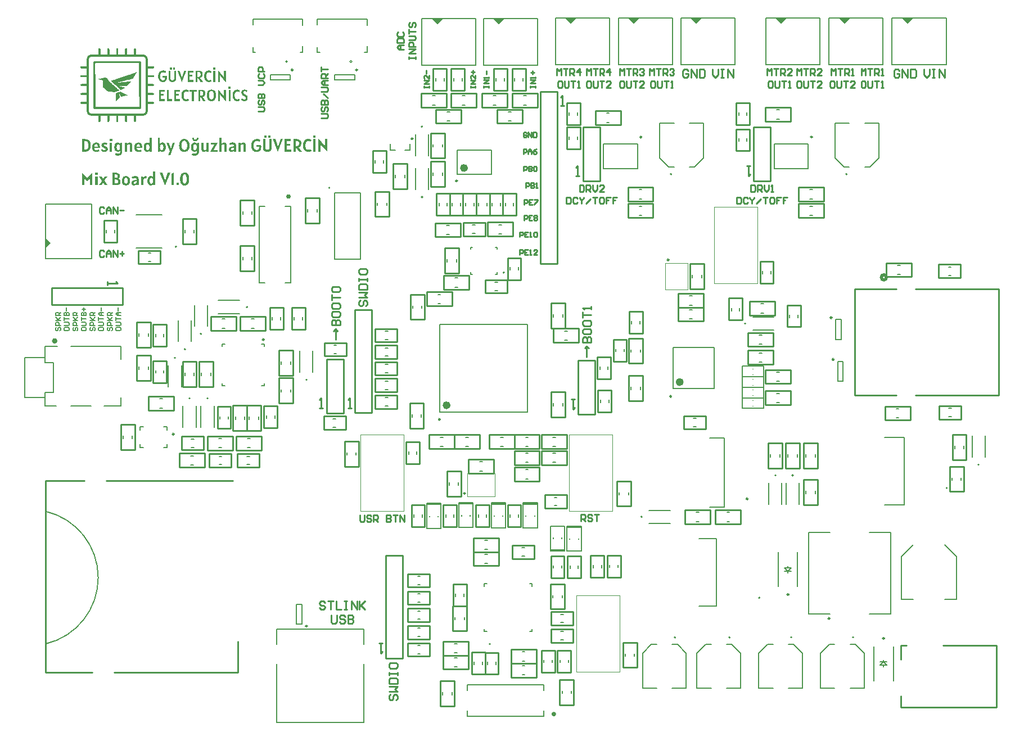
<source format=gto>
G04*
G04 #@! TF.GenerationSoftware,Altium Limited,Altium Designer,22.4.2 (48)*
G04*
G04 Layer_Color=65535*
%FSLAX25Y25*%
%MOIN*%
G70*
G04*
G04 #@! TF.SameCoordinates,507B7574-AD96-49B3-9928-A38505287C88*
G04*
G04*
G04 #@! TF.FilePolarity,Positive*
G04*
G01*
G75*
%ADD10C,0.00787*%
%ADD11C,0.00984*%
%ADD12C,0.02362*%
%ADD13C,0.00500*%
%ADD14C,0.01000*%
%ADD15C,0.00945*%
%ADD16C,0.01575*%
%ADD17C,0.02000*%
%ADD18C,0.00394*%
%ADD19C,0.00591*%
G36*
X647882Y522268D02*
X644882Y519268D01*
X641882Y522268D01*
X647882Y522441D01*
Y522268D01*
D02*
G37*
G36*
X610480D02*
X607480Y519268D01*
X604480Y522268D01*
X610480Y522441D01*
Y522268D01*
D02*
G37*
G36*
X573079D02*
X570079Y519268D01*
X567079Y522268D01*
X573079Y522441D01*
Y522268D01*
D02*
G37*
G36*
X522685D02*
X519685Y519268D01*
X516685Y522268D01*
X522685Y522441D01*
Y522268D01*
D02*
G37*
G36*
X485677D02*
X482677Y519268D01*
X479677Y522268D01*
X485677Y522441D01*
Y522268D01*
D02*
G37*
G36*
X448276D02*
X445276Y519268D01*
X442276Y522268D01*
X448276Y522441D01*
Y522268D01*
D02*
G37*
G36*
X405756Y521874D02*
X402756Y518874D01*
X399756Y521874D01*
X405756Y522047D01*
Y521874D01*
D02*
G37*
G36*
X369142D02*
X366142Y518874D01*
X363142Y521874D01*
X369142Y522047D01*
Y521874D01*
D02*
G37*
G36*
X187338Y504394D02*
X187442D01*
Y504291D01*
X187546D01*
Y504083D01*
X187650D01*
Y500761D01*
X192633D01*
Y500657D01*
X192944D01*
Y500554D01*
X193152D01*
Y500450D01*
X193359D01*
Y500346D01*
X193463D01*
Y500242D01*
X193567D01*
Y500138D01*
X193671D01*
Y500035D01*
X193775D01*
Y499931D01*
X193878D01*
Y499827D01*
X193982D01*
Y499723D01*
X194086D01*
Y499516D01*
X194190D01*
Y499308D01*
X194294D01*
Y499100D01*
X194397D01*
Y498685D01*
X194501D01*
Y493910D01*
X197927D01*
Y493806D01*
X198031D01*
Y493702D01*
X198135D01*
Y493495D01*
X198238D01*
Y493080D01*
X198135D01*
Y492872D01*
X198031D01*
Y492768D01*
X197823D01*
Y492664D01*
X194501D01*
Y488616D01*
X197927D01*
Y488512D01*
X198031D01*
Y488408D01*
X198135D01*
Y488201D01*
X198238D01*
Y487785D01*
X198135D01*
Y487578D01*
X198031D01*
Y487474D01*
X197823D01*
Y487370D01*
X194501D01*
Y483425D01*
X197616D01*
Y483322D01*
X197927D01*
Y483218D01*
X198031D01*
Y483114D01*
X198135D01*
Y482906D01*
X198238D01*
Y482491D01*
X198135D01*
Y482387D01*
X198031D01*
Y482180D01*
X197823D01*
Y482076D01*
X194501D01*
Y478131D01*
X197719D01*
Y478027D01*
X197927D01*
Y477923D01*
X198031D01*
Y477820D01*
X198135D01*
Y477612D01*
X198238D01*
Y477197D01*
X198135D01*
Y477093D01*
X198031D01*
Y476989D01*
X197927D01*
Y476886D01*
X197823D01*
Y476782D01*
X194501D01*
Y472837D01*
X197719D01*
Y472733D01*
X197927D01*
Y472629D01*
X198031D01*
Y472526D01*
X198135D01*
Y472318D01*
X198238D01*
Y471903D01*
X198135D01*
Y471799D01*
X198031D01*
Y471695D01*
X197927D01*
Y471591D01*
X197823D01*
Y471487D01*
X194501D01*
Y466816D01*
X194397D01*
Y466401D01*
X194294D01*
Y466089D01*
X194190D01*
Y465882D01*
X194086D01*
Y465778D01*
X193982D01*
Y465570D01*
X193878D01*
Y465467D01*
X193775D01*
Y465363D01*
X193671D01*
Y465259D01*
X193567D01*
Y465155D01*
X193359D01*
Y465051D01*
X193256D01*
Y464948D01*
X193048D01*
Y464844D01*
X192840D01*
Y464740D01*
X192425D01*
Y464636D01*
X187650D01*
Y461314D01*
X187546D01*
Y461107D01*
X187442D01*
Y461003D01*
X187235D01*
Y460899D01*
X186820D01*
Y461003D01*
X186612D01*
Y461107D01*
X186508D01*
Y461210D01*
X186404D01*
Y461418D01*
X186300D01*
Y464636D01*
X182356D01*
Y461314D01*
X182252D01*
Y461107D01*
X182148D01*
Y461003D01*
X181940D01*
Y460899D01*
X181525D01*
Y461003D01*
X181318D01*
Y461107D01*
X181214D01*
Y461210D01*
X181110D01*
Y461522D01*
X181006D01*
Y464636D01*
X177061D01*
Y461210D01*
X176958D01*
Y461107D01*
X176854D01*
Y461003D01*
X176646D01*
Y460899D01*
X176231D01*
Y461003D01*
X176023D01*
Y461107D01*
X175920D01*
Y461210D01*
X175816D01*
Y464636D01*
X171871D01*
Y461522D01*
X171767D01*
Y461210D01*
X171663D01*
Y461107D01*
X171560D01*
Y461003D01*
X171352D01*
Y460899D01*
X170937D01*
Y461003D01*
X170729D01*
Y461107D01*
X170625D01*
Y461314D01*
X170522D01*
Y464636D01*
X166577D01*
Y461418D01*
X166473D01*
Y461210D01*
X166369D01*
Y461107D01*
X166265D01*
Y461003D01*
X166058D01*
Y460899D01*
X165643D01*
Y461003D01*
X165435D01*
Y461107D01*
X165331D01*
Y461314D01*
X165227D01*
Y464636D01*
X160452D01*
Y464740D01*
X160037D01*
Y464844D01*
X159829D01*
Y464948D01*
X159622D01*
Y465051D01*
X159518D01*
Y465155D01*
X159310D01*
Y465259D01*
X159207D01*
Y465363D01*
X159103D01*
Y465467D01*
X158999D01*
Y465570D01*
X158895D01*
Y465778D01*
X158791D01*
Y465882D01*
X158688D01*
Y466089D01*
X158584D01*
Y466401D01*
X158480D01*
Y466816D01*
X158376D01*
Y471487D01*
X155054D01*
Y471591D01*
X154950D01*
Y471695D01*
X154847D01*
Y471799D01*
X154743D01*
Y472007D01*
X154639D01*
Y472318D01*
X154743D01*
Y472526D01*
X154847D01*
Y472629D01*
X154950D01*
Y472733D01*
X155158D01*
Y472837D01*
X158376D01*
Y476782D01*
X155054D01*
Y476886D01*
X154950D01*
Y476989D01*
X154847D01*
Y477093D01*
X154743D01*
Y477301D01*
X154639D01*
Y477612D01*
X154743D01*
Y477820D01*
X154847D01*
Y477923D01*
X154950D01*
Y478027D01*
X155158D01*
Y478131D01*
X158376D01*
Y479792D01*
Y479896D01*
Y482076D01*
X155054D01*
Y482180D01*
X154847D01*
Y482387D01*
X154743D01*
Y482595D01*
X154639D01*
Y482906D01*
X154743D01*
Y483114D01*
X154847D01*
Y483218D01*
X154950D01*
Y483322D01*
X155262D01*
Y483425D01*
X158376D01*
Y487370D01*
X155054D01*
Y487474D01*
X154847D01*
Y487578D01*
X154743D01*
Y487785D01*
X154639D01*
Y488201D01*
X154743D01*
Y488408D01*
X154847D01*
Y488512D01*
X154950D01*
Y488616D01*
X158376D01*
Y492664D01*
X155054D01*
Y492768D01*
X154847D01*
Y492872D01*
X154743D01*
Y493080D01*
X154639D01*
Y493495D01*
X154743D01*
Y493702D01*
X154847D01*
Y493806D01*
X154950D01*
Y493910D01*
X158376D01*
Y498685D01*
X158480D01*
Y499100D01*
X158584D01*
Y499308D01*
X158688D01*
Y499516D01*
X158791D01*
Y499723D01*
X158895D01*
Y499827D01*
X158999D01*
Y499931D01*
X159103D01*
Y500035D01*
X159207D01*
Y500138D01*
X159310D01*
Y500242D01*
X159414D01*
Y500346D01*
X159518D01*
Y500450D01*
X159726D01*
Y500554D01*
X159933D01*
Y500657D01*
X160245D01*
Y500761D01*
X165227D01*
Y504083D01*
X165331D01*
Y504291D01*
X165435D01*
Y504394D01*
X165539D01*
Y504498D01*
X166162D01*
Y504394D01*
X166369D01*
Y504291D01*
X166473D01*
Y503979D01*
X166577D01*
Y500761D01*
X170522D01*
Y504187D01*
X170625D01*
Y504291D01*
X170729D01*
Y504394D01*
X170833D01*
Y504498D01*
X171456D01*
Y504394D01*
X171663D01*
Y504187D01*
X171767D01*
Y503875D01*
X171871D01*
Y500969D01*
X171767D01*
Y500865D01*
X171871D01*
Y500761D01*
X175712D01*
Y500865D01*
X175816D01*
Y504187D01*
X175920D01*
Y504291D01*
X176023D01*
Y504394D01*
X176127D01*
Y504498D01*
X176750D01*
Y504394D01*
X176854D01*
Y504291D01*
X176958D01*
Y504187D01*
X177061D01*
Y500865D01*
X177165D01*
Y500761D01*
X181006D01*
Y500865D01*
X181110D01*
Y500969D01*
X181006D01*
Y503875D01*
X181110D01*
Y504187D01*
X181214D01*
Y504394D01*
X181421D01*
Y504498D01*
X182044D01*
Y504394D01*
X182148D01*
Y504291D01*
X182252D01*
Y504187D01*
X182356D01*
Y500761D01*
X186300D01*
Y504083D01*
X186404D01*
Y504291D01*
X186508D01*
Y504394D01*
X186716D01*
Y504498D01*
X187338D01*
Y504394D01*
D02*
G37*
G36*
X234571Y491938D02*
X233325D01*
Y493183D01*
X234571D01*
Y491938D01*
D02*
G37*
G36*
X210695Y492872D02*
Y492768D01*
Y491938D01*
X209450D01*
Y493183D01*
X210695D01*
Y492872D01*
D02*
G37*
G36*
X208827Y491938D02*
X207581D01*
Y492664D01*
Y492768D01*
Y493183D01*
X208827D01*
Y491938D01*
D02*
G37*
G36*
X231249Y491315D02*
X231664D01*
Y491211D01*
X231976D01*
Y491107D01*
X232080D01*
Y491003D01*
X232287D01*
Y490900D01*
X232391D01*
Y490692D01*
X232287D01*
Y490484D01*
X232184D01*
Y490277D01*
X232080D01*
Y490069D01*
X231976D01*
Y489861D01*
X231768D01*
Y489965D01*
X231664D01*
Y490069D01*
X231561D01*
Y490173D01*
X231353D01*
Y490277D01*
X230315D01*
Y490173D01*
X230107D01*
Y490069D01*
X230003D01*
Y489965D01*
X229900D01*
Y489861D01*
X229796D01*
Y489758D01*
X229692D01*
Y489654D01*
X229588D01*
Y489446D01*
X229485D01*
Y489239D01*
X229381D01*
Y488823D01*
X229277D01*
Y487266D01*
X229381D01*
Y486747D01*
X229485D01*
Y486540D01*
X229588D01*
Y486332D01*
X229692D01*
Y486124D01*
X229796D01*
Y486021D01*
X229900D01*
Y485917D01*
X230003D01*
Y485813D01*
X230107D01*
Y485709D01*
X230315D01*
Y485605D01*
X231249D01*
Y485709D01*
X231561D01*
Y485813D01*
X231768D01*
Y485917D01*
X231976D01*
Y485813D01*
X232080D01*
Y485605D01*
X232184D01*
Y485398D01*
X232287D01*
Y485294D01*
X232391D01*
Y485086D01*
X232287D01*
Y484982D01*
X232184D01*
Y484879D01*
X231976D01*
Y484775D01*
X231664D01*
Y484671D01*
X231145D01*
Y484567D01*
X230211D01*
Y484671D01*
X229796D01*
Y484775D01*
X229588D01*
Y484879D01*
X229381D01*
Y484982D01*
X229173D01*
Y485086D01*
X229069D01*
Y485190D01*
X228965D01*
Y485294D01*
X228862D01*
Y485398D01*
X228758D01*
Y485501D01*
X228654D01*
Y485709D01*
X228550D01*
Y485813D01*
X228446D01*
Y486021D01*
X228343D01*
Y486228D01*
X228239D01*
Y486540D01*
X228135D01*
Y486955D01*
X228031D01*
Y489135D01*
X228135D01*
Y489446D01*
X228239D01*
Y489758D01*
X228343D01*
Y489965D01*
X228446D01*
Y490173D01*
X228550D01*
Y490277D01*
X228654D01*
Y490484D01*
X228758D01*
Y490588D01*
X228862D01*
Y490692D01*
X228965D01*
Y490796D01*
X229069D01*
Y490900D01*
X229277D01*
Y491003D01*
X229381D01*
Y491107D01*
X229588D01*
Y491211D01*
X229900D01*
Y491315D01*
X230315D01*
Y491419D01*
X231249D01*
Y491315D01*
D02*
G37*
G36*
X204155D02*
X204674D01*
Y491211D01*
X204986D01*
Y491107D01*
X205193D01*
Y491003D01*
X205297D01*
Y490900D01*
X205505D01*
Y490796D01*
X205401D01*
Y490588D01*
X205297D01*
Y490380D01*
X205193D01*
Y490173D01*
X205090D01*
Y489861D01*
X204882D01*
Y489965D01*
X204674D01*
Y490069D01*
X204571D01*
Y490173D01*
X204259D01*
Y490277D01*
X203117D01*
Y490173D01*
X202910D01*
Y490069D01*
X202702D01*
Y489965D01*
X202598D01*
Y489861D01*
X202495D01*
Y489758D01*
X202391D01*
Y489550D01*
X202287D01*
Y489446D01*
X202183D01*
Y489239D01*
X202079D01*
Y488927D01*
X201975D01*
Y488512D01*
Y488408D01*
X201872D01*
Y487681D01*
X201975D01*
Y487059D01*
X202079D01*
Y486643D01*
X202183D01*
Y486436D01*
X202287D01*
Y486228D01*
X202391D01*
Y486124D01*
X202495D01*
Y486021D01*
X202598D01*
Y485917D01*
X202702D01*
Y485813D01*
X202806D01*
Y485709D01*
X203013D01*
Y485605D01*
X204052D01*
Y485709D01*
X204259D01*
Y485813D01*
X204363D01*
Y485917D01*
X204467D01*
Y486021D01*
X204571D01*
Y486124D01*
X204674D01*
Y486436D01*
X204778D01*
Y487266D01*
X203429D01*
Y488304D01*
X205920D01*
Y486540D01*
X205816D01*
Y486124D01*
X205713D01*
Y485813D01*
X205609D01*
Y485605D01*
X205505D01*
Y485398D01*
X205401D01*
Y485294D01*
X205297D01*
Y485190D01*
X205193D01*
Y485086D01*
X205090D01*
Y484982D01*
X204986D01*
Y484879D01*
X204778D01*
Y484775D01*
X204467D01*
Y484671D01*
X203948D01*
Y484567D01*
X203013D01*
Y484671D01*
X202598D01*
Y484775D01*
X202287D01*
Y484879D01*
X202079D01*
Y484982D01*
X201975D01*
Y485086D01*
X201768D01*
Y485190D01*
X201664D01*
Y485294D01*
X201560D01*
Y485398D01*
X201456D01*
Y485605D01*
X201353D01*
Y485709D01*
X201249D01*
Y485917D01*
X201145D01*
Y486124D01*
X201041D01*
Y486332D01*
X200937D01*
Y486643D01*
X200834D01*
Y486955D01*
X200730D01*
Y489031D01*
X200834D01*
Y489446D01*
X200937D01*
Y489654D01*
X201041D01*
Y489861D01*
X201145D01*
Y490069D01*
X201249D01*
Y490277D01*
X201353D01*
Y490380D01*
X201456D01*
Y490484D01*
X201560D01*
Y490588D01*
X201664D01*
Y490692D01*
X201768D01*
Y490796D01*
X201872D01*
Y490900D01*
X202079D01*
Y491003D01*
X202183D01*
Y491107D01*
X202391D01*
Y491211D01*
X202702D01*
Y491315D01*
X203117D01*
Y491419D01*
X204155D01*
Y491315D01*
D02*
G37*
G36*
X217443Y491211D02*
X217339D01*
Y491003D01*
X217235D01*
Y490692D01*
X217131D01*
Y490484D01*
X217028D01*
Y490173D01*
X216924D01*
Y489965D01*
X216820D01*
Y489654D01*
X216716D01*
Y489446D01*
X216612D01*
Y489135D01*
X216509D01*
Y488927D01*
X216405D01*
Y488616D01*
X216301D01*
Y488304D01*
X216197D01*
Y488097D01*
X216093D01*
Y487993D01*
Y487889D01*
Y487785D01*
X215989D01*
Y487578D01*
X215886D01*
Y487266D01*
X215782D01*
Y487059D01*
X215678D01*
Y486747D01*
X215574D01*
Y486540D01*
X215470D01*
Y486228D01*
X215367D01*
Y486021D01*
X215263D01*
Y485709D01*
X215159D01*
Y485398D01*
X215055D01*
Y485190D01*
X214951D01*
Y484879D01*
X214848D01*
Y484671D01*
X214640D01*
Y484879D01*
X214536D01*
Y485190D01*
X214432D01*
Y485501D01*
X214329D01*
Y485709D01*
X214225D01*
Y486021D01*
X214121D01*
Y486228D01*
X214017D01*
Y486540D01*
X213913D01*
Y486747D01*
X213809D01*
Y487059D01*
X213706D01*
Y487266D01*
X213602D01*
Y487578D01*
X213498D01*
Y487785D01*
X213394D01*
Y488097D01*
X213291D01*
Y488304D01*
X213187D01*
Y488616D01*
X213083D01*
Y488927D01*
X212979D01*
Y489135D01*
X212875D01*
Y489446D01*
X212771D01*
Y489654D01*
X212668D01*
Y489965D01*
X212564D01*
Y490173D01*
X212460D01*
Y490484D01*
X212356D01*
Y490692D01*
X212252D01*
Y491003D01*
X212149D01*
Y491211D01*
X212045D01*
Y491315D01*
X213394D01*
Y491003D01*
X213498D01*
Y490796D01*
X213602D01*
Y490484D01*
X213706D01*
Y490173D01*
X213809D01*
Y489861D01*
X213913D01*
Y489550D01*
X214017D01*
Y489342D01*
X214121D01*
Y489031D01*
X214225D01*
Y488720D01*
X214329D01*
Y488408D01*
X214432D01*
Y488097D01*
X214536D01*
Y487785D01*
X214640D01*
Y487474D01*
X214744D01*
Y487370D01*
X214848D01*
Y487578D01*
X214951D01*
Y487993D01*
X215055D01*
Y488304D01*
X215159D01*
Y488616D01*
X215263D01*
Y488823D01*
X215367D01*
Y489135D01*
X215470D01*
Y489446D01*
X215574D01*
Y489758D01*
X215678D01*
Y490069D01*
X215782D01*
Y490380D01*
X215886D01*
Y490692D01*
X215989D01*
Y491003D01*
X216093D01*
Y491315D01*
X217443D01*
Y491211D01*
D02*
G37*
G36*
X211422Y486643D02*
Y486540D01*
Y486124D01*
X211318D01*
Y485813D01*
X211214D01*
Y485605D01*
X211110D01*
Y485398D01*
X211007D01*
Y485294D01*
X210903D01*
Y485190D01*
X210799D01*
Y485086D01*
X210695D01*
Y484982D01*
X210592D01*
Y484879D01*
X210384D01*
Y484775D01*
X210072D01*
Y484671D01*
X209657D01*
Y484567D01*
X208723D01*
Y484671D01*
X208308D01*
Y484775D01*
X207996D01*
Y484879D01*
X207789D01*
Y484982D01*
X207685D01*
Y485086D01*
X207477D01*
Y485190D01*
X207373D01*
Y485294D01*
X207270D01*
Y485501D01*
X207166D01*
Y485709D01*
X207062D01*
Y485917D01*
X206958D01*
Y486436D01*
X206854D01*
Y491315D01*
X208100D01*
Y486332D01*
X208204D01*
Y486021D01*
X208308D01*
Y485917D01*
X208412D01*
Y485813D01*
X208515D01*
Y485709D01*
X208723D01*
Y485605D01*
X209553D01*
Y485709D01*
X209761D01*
Y485813D01*
X209969D01*
Y485917D01*
X210072D01*
Y486124D01*
X210176D01*
Y486436D01*
X210280D01*
Y491315D01*
X211422D01*
Y486643D01*
D02*
G37*
G36*
X234571Y489342D02*
Y489239D01*
Y484671D01*
X233429D01*
Y491315D01*
X234571D01*
Y489342D01*
D02*
G37*
G36*
X225228Y491211D02*
X225747D01*
Y491107D01*
X226059D01*
Y491003D01*
X226266D01*
Y490900D01*
X226370D01*
Y490796D01*
X226474D01*
Y490692D01*
X226578D01*
Y490588D01*
X226682D01*
Y490484D01*
X226785D01*
Y490277D01*
X226889D01*
Y490069D01*
X226993D01*
Y489550D01*
X227097D01*
Y488823D01*
X226993D01*
Y488304D01*
X226889D01*
Y488097D01*
X226785D01*
Y487889D01*
X226682D01*
Y487681D01*
X226578D01*
Y487578D01*
X226474D01*
Y487474D01*
X226370D01*
Y487370D01*
X226266D01*
Y487266D01*
X226163D01*
Y487162D01*
X225955D01*
Y487059D01*
X225644D01*
Y486955D01*
X225540D01*
Y486851D01*
X225644D01*
Y486747D01*
X225747D01*
Y486643D01*
X225851D01*
Y486436D01*
X225955D01*
Y486332D01*
X226059D01*
Y486228D01*
X226163D01*
Y486021D01*
X226266D01*
Y485917D01*
X226370D01*
Y485813D01*
X226474D01*
Y485605D01*
X226578D01*
Y485501D01*
X226682D01*
Y485398D01*
X226785D01*
Y485190D01*
X226889D01*
Y485086D01*
X226993D01*
Y484982D01*
X227097D01*
Y484775D01*
X227201D01*
Y484671D01*
X225747D01*
Y484879D01*
X225644D01*
Y484982D01*
X225540D01*
Y485086D01*
X225436D01*
Y485294D01*
X225332D01*
Y485398D01*
X225228D01*
Y485605D01*
X225125D01*
Y485709D01*
X225021D01*
Y485813D01*
X224917D01*
Y486021D01*
X224813D01*
Y486124D01*
X224709D01*
Y486332D01*
X224605D01*
Y486436D01*
X224502D01*
Y486540D01*
X224398D01*
Y486747D01*
X224294D01*
Y486851D01*
X224190D01*
Y486955D01*
X224086D01*
Y484671D01*
X222945D01*
Y487578D01*
Y487681D01*
Y491315D01*
X225228D01*
Y491211D01*
D02*
G37*
G36*
X221491Y490277D02*
X219311D01*
Y488720D01*
X221076D01*
Y487785D01*
X219311D01*
Y485709D01*
X221699D01*
Y484671D01*
X218169D01*
Y491315D01*
X221491D01*
Y490277D01*
D02*
G37*
G36*
X236336Y491315D02*
X236440D01*
Y491211D01*
X236543D01*
Y491003D01*
X236647D01*
Y490900D01*
X236751D01*
Y490796D01*
X236855D01*
Y490692D01*
X236959D01*
Y490588D01*
X237063D01*
Y490484D01*
X237166D01*
Y490277D01*
X237270D01*
Y490173D01*
X237374D01*
Y490069D01*
X237478D01*
Y489965D01*
X237581D01*
Y489861D01*
X237685D01*
Y489654D01*
X237789D01*
Y489550D01*
X237893D01*
Y489446D01*
X237997D01*
Y489342D01*
X238101D01*
Y489239D01*
X238204D01*
Y489031D01*
X238308D01*
Y488927D01*
X238412D01*
Y488823D01*
X238516D01*
Y488720D01*
X238620D01*
Y488616D01*
X238723D01*
Y488512D01*
X238827D01*
Y488304D01*
X238931D01*
Y488201D01*
X239035D01*
Y488097D01*
X239139D01*
Y487993D01*
X239242D01*
Y487889D01*
X239346D01*
Y487681D01*
X239450D01*
Y487578D01*
X239554D01*
Y487474D01*
X239658D01*
Y487370D01*
X239761D01*
Y488201D01*
X239658D01*
Y488616D01*
Y488720D01*
Y491315D01*
X240799D01*
Y484463D01*
X240696D01*
Y484567D01*
X240592D01*
Y484775D01*
X240488D01*
Y484879D01*
X240384D01*
Y484982D01*
X240281D01*
Y485086D01*
X240177D01*
Y485190D01*
X240073D01*
Y485294D01*
X239969D01*
Y485501D01*
X239865D01*
Y485605D01*
X239761D01*
Y485709D01*
X239658D01*
Y485813D01*
X239554D01*
Y485917D01*
X239450D01*
Y486021D01*
X239346D01*
Y486228D01*
X239242D01*
Y486332D01*
X239139D01*
Y486436D01*
X239035D01*
Y486540D01*
X238931D01*
Y486643D01*
X238827D01*
Y486747D01*
X238723D01*
Y486851D01*
X238620D01*
Y487059D01*
X238516D01*
Y487162D01*
X238412D01*
Y487266D01*
X238308D01*
Y487370D01*
X238204D01*
Y487474D01*
X238101D01*
Y487578D01*
X237997D01*
Y487785D01*
X237893D01*
Y487889D01*
X237789D01*
Y487993D01*
X237685D01*
Y488097D01*
X237581D01*
Y488201D01*
X237478D01*
Y488408D01*
X237270D01*
Y487889D01*
X237374D01*
Y484671D01*
X236232D01*
Y491419D01*
X236336D01*
Y491315D01*
D02*
G37*
G36*
X243602Y480622D02*
X242357D01*
Y481868D01*
X243602D01*
Y480622D01*
D02*
G37*
G36*
X252322Y480000D02*
X252841D01*
Y479896D01*
X253049D01*
Y479792D01*
X253257D01*
Y479688D01*
X253464D01*
Y479585D01*
X253568D01*
Y479377D01*
X253464D01*
Y479169D01*
X253360D01*
Y478962D01*
X253257D01*
Y478754D01*
X253153D01*
Y478650D01*
X252945D01*
Y478754D01*
X252841D01*
Y478858D01*
X252737D01*
Y478962D01*
X252530D01*
Y479065D01*
X252322D01*
Y479169D01*
X251699D01*
Y479065D01*
X251492D01*
Y478962D01*
X251388D01*
Y478858D01*
X251284D01*
Y478650D01*
X251180D01*
Y478235D01*
X251284D01*
Y478131D01*
Y478027D01*
Y477923D01*
X251388D01*
Y477820D01*
X251492D01*
Y477716D01*
X251596D01*
Y477612D01*
X251699D01*
Y477508D01*
X251907D01*
Y477404D01*
X252011D01*
Y477301D01*
X252218D01*
Y477197D01*
X252426D01*
Y477093D01*
X252530D01*
Y476989D01*
X252737D01*
Y476886D01*
X252841D01*
Y476782D01*
X253049D01*
Y476678D01*
X253153D01*
Y476574D01*
X253257D01*
Y476470D01*
X253360D01*
Y476366D01*
X253464D01*
Y476159D01*
X253568D01*
Y476055D01*
X253672D01*
Y475847D01*
X253776D01*
Y474394D01*
X253672D01*
Y474186D01*
X253568D01*
Y473979D01*
X253464D01*
Y473875D01*
X253360D01*
Y473771D01*
X253257D01*
Y473667D01*
X253153D01*
Y473564D01*
X252945D01*
Y473460D01*
X252737D01*
Y473356D01*
X252218D01*
Y473252D01*
X251388D01*
Y473356D01*
X250869D01*
Y473460D01*
X250557D01*
Y473564D01*
X250350D01*
Y473667D01*
X250142D01*
Y473771D01*
X250038D01*
Y473875D01*
X249935D01*
Y473979D01*
X249831D01*
Y474083D01*
X249935D01*
Y474290D01*
X250038D01*
Y474498D01*
X250142D01*
Y474706D01*
X250246D01*
Y474913D01*
X250454D01*
Y474809D01*
X250557D01*
Y474706D01*
X250661D01*
Y474602D01*
X250869D01*
Y474498D01*
X251077D01*
Y474394D01*
X251284D01*
Y474290D01*
X252115D01*
Y474394D01*
X252322D01*
Y474498D01*
X252426D01*
Y474602D01*
X252530D01*
Y474809D01*
X252634D01*
Y475328D01*
X252530D01*
Y475536D01*
X252426D01*
Y475640D01*
X252322D01*
Y475744D01*
X252218D01*
Y475847D01*
X252115D01*
Y475951D01*
X251907D01*
Y476055D01*
X251803D01*
Y476159D01*
X251596D01*
Y476263D01*
X251388D01*
Y476366D01*
X251284D01*
Y476470D01*
X251077D01*
Y476574D01*
X250973D01*
Y476678D01*
X250765D01*
Y476782D01*
X250661D01*
Y476886D01*
X250557D01*
Y476989D01*
X250454D01*
Y477093D01*
X250350D01*
Y477301D01*
X250246D01*
Y477508D01*
X250142D01*
Y477716D01*
X250038D01*
Y478858D01*
X250142D01*
Y479169D01*
X250246D01*
Y479377D01*
X250350D01*
Y479481D01*
X250454D01*
Y479585D01*
X250557D01*
Y479688D01*
X250661D01*
Y479792D01*
X250869D01*
Y479896D01*
X251077D01*
Y480000D01*
X251492D01*
Y480103D01*
X252322D01*
Y480000D01*
D02*
G37*
G36*
X248066D02*
X248481D01*
Y479896D01*
X248793D01*
Y479792D01*
X248897D01*
Y479688D01*
X249104D01*
Y479585D01*
X249208D01*
Y479377D01*
X249104D01*
Y479169D01*
X249000D01*
Y478962D01*
X248897D01*
Y478754D01*
X248793D01*
Y478546D01*
X248585D01*
Y478650D01*
X248481D01*
Y478754D01*
X248377D01*
Y478858D01*
X248170D01*
Y478962D01*
X247132D01*
Y478858D01*
X246924D01*
Y478754D01*
X246820D01*
Y478650D01*
X246717D01*
Y478546D01*
X246613D01*
Y478443D01*
X246509D01*
Y478339D01*
X246405D01*
Y478131D01*
X246301D01*
Y477923D01*
X246198D01*
Y477508D01*
X246094D01*
Y475951D01*
X246198D01*
Y475432D01*
X246301D01*
Y475224D01*
X246405D01*
Y475017D01*
X246509D01*
Y474809D01*
X246613D01*
Y474706D01*
X246717D01*
Y474602D01*
X246820D01*
Y474498D01*
X246924D01*
Y474394D01*
X247132D01*
Y474290D01*
X248066D01*
Y474394D01*
X248377D01*
Y474498D01*
X248585D01*
Y474602D01*
X248793D01*
Y474498D01*
X248897D01*
Y474290D01*
X249000D01*
Y474083D01*
X249104D01*
Y473979D01*
X249208D01*
Y473771D01*
X249104D01*
Y473667D01*
X249000D01*
Y473564D01*
X248793D01*
Y473460D01*
X248481D01*
Y473356D01*
X247962D01*
Y473252D01*
X247028D01*
Y473356D01*
X246613D01*
Y473460D01*
X246405D01*
Y473564D01*
X246198D01*
Y473667D01*
X245990D01*
Y473771D01*
X245886D01*
Y473875D01*
X245782D01*
Y473979D01*
X245678D01*
Y474083D01*
X245575D01*
Y474186D01*
X245471D01*
Y474394D01*
X245367D01*
Y474498D01*
X245263D01*
Y474706D01*
X245160D01*
Y474913D01*
X245056D01*
Y475224D01*
X244952D01*
Y475640D01*
X244848D01*
Y477197D01*
Y477301D01*
Y477820D01*
X244952D01*
Y478131D01*
X245056D01*
Y478443D01*
X245160D01*
Y478650D01*
X245263D01*
Y478858D01*
X245367D01*
Y478962D01*
X245471D01*
Y479169D01*
X245575D01*
Y479273D01*
X245678D01*
Y479377D01*
X245782D01*
Y479481D01*
X245886D01*
Y479585D01*
X246094D01*
Y479688D01*
X246198D01*
Y479792D01*
X246405D01*
Y479896D01*
X246717D01*
Y480000D01*
X247132D01*
Y480103D01*
X248066D01*
Y480000D01*
D02*
G37*
G36*
X217754D02*
X218169D01*
Y479896D01*
X218481D01*
Y479792D01*
X218585D01*
Y479688D01*
X218792D01*
Y479585D01*
X218896D01*
Y479377D01*
X218792D01*
Y479169D01*
X218689D01*
Y478962D01*
X218585D01*
Y478754D01*
X218481D01*
Y478546D01*
X218273D01*
Y478650D01*
X218169D01*
Y478754D01*
X218066D01*
Y478858D01*
X217858D01*
Y478962D01*
X216820D01*
Y478858D01*
X216612D01*
Y478754D01*
X216509D01*
Y478650D01*
X216405D01*
Y478546D01*
X216301D01*
Y478443D01*
X216197D01*
Y478339D01*
X216093D01*
Y478131D01*
X215989D01*
Y477923D01*
X215886D01*
Y477508D01*
X215782D01*
Y475951D01*
X215886D01*
Y475432D01*
X215989D01*
Y475224D01*
X216093D01*
Y475017D01*
X216197D01*
Y474809D01*
X216301D01*
Y474706D01*
X216405D01*
Y474602D01*
X216509D01*
Y474498D01*
X216612D01*
Y474394D01*
X216820D01*
Y474290D01*
X217754D01*
Y474394D01*
X218066D01*
Y474498D01*
X218273D01*
Y474602D01*
X218481D01*
Y474498D01*
X218585D01*
Y474290D01*
X218689D01*
Y474083D01*
X218792D01*
Y473979D01*
X218896D01*
Y473771D01*
X218792D01*
Y473667D01*
X218689D01*
Y473564D01*
X218481D01*
Y473460D01*
X218169D01*
Y473356D01*
X217650D01*
Y473252D01*
X216716D01*
Y473356D01*
X216301D01*
Y473460D01*
X216093D01*
Y473564D01*
X215886D01*
Y473667D01*
X215678D01*
Y473771D01*
X215574D01*
Y473875D01*
X215470D01*
Y473979D01*
X215367D01*
Y474083D01*
X215263D01*
Y474186D01*
X215159D01*
Y474394D01*
X215055D01*
Y474498D01*
X214951D01*
Y474706D01*
X214848D01*
Y474913D01*
X214744D01*
Y475224D01*
X214640D01*
Y475640D01*
X214536D01*
Y477820D01*
X214640D01*
Y478131D01*
X214744D01*
Y478443D01*
X214848D01*
Y478650D01*
X214951D01*
Y478858D01*
X215055D01*
Y478962D01*
X215159D01*
Y479169D01*
X215263D01*
Y479273D01*
X215367D01*
Y479377D01*
X215470D01*
Y479481D01*
X215574D01*
Y479585D01*
X215782D01*
Y479688D01*
X215886D01*
Y479792D01*
X216093D01*
Y479896D01*
X216405D01*
Y480000D01*
X216820D01*
Y480103D01*
X217754D01*
Y480000D01*
D02*
G37*
G36*
X243602Y473356D02*
X242460D01*
Y476366D01*
Y476470D01*
Y480000D01*
X243602D01*
Y473356D01*
D02*
G37*
G36*
X226785Y479896D02*
X227305D01*
Y479792D01*
X227616D01*
Y479688D01*
X227824D01*
Y479585D01*
X227927D01*
Y479481D01*
X228031D01*
Y479377D01*
X228135D01*
Y479273D01*
X228239D01*
Y479169D01*
X228343D01*
Y478962D01*
X228446D01*
Y478754D01*
X228550D01*
Y478235D01*
X228654D01*
Y477508D01*
X228550D01*
Y476989D01*
X228446D01*
Y476782D01*
X228343D01*
Y476574D01*
X228239D01*
Y476366D01*
X228135D01*
Y476263D01*
X228031D01*
Y476159D01*
X227927D01*
Y476055D01*
X227824D01*
Y475951D01*
X227720D01*
Y475847D01*
X227512D01*
Y475744D01*
X227201D01*
Y475640D01*
X227097D01*
Y475536D01*
X227201D01*
Y475432D01*
X227305D01*
Y475328D01*
X227408D01*
Y475121D01*
X227512D01*
Y475017D01*
X227616D01*
Y474913D01*
X227720D01*
Y474706D01*
X227824D01*
Y474602D01*
X227927D01*
Y474498D01*
X228031D01*
Y474290D01*
X228135D01*
Y474186D01*
X228239D01*
Y474083D01*
X228343D01*
Y473875D01*
X228446D01*
Y473771D01*
X228550D01*
Y473667D01*
X228654D01*
Y473460D01*
X228758D01*
Y473356D01*
X227305D01*
Y473564D01*
X227201D01*
Y473667D01*
X227097D01*
Y473771D01*
X226993D01*
Y473979D01*
X226889D01*
Y474083D01*
X226785D01*
Y474290D01*
X226682D01*
Y474394D01*
X226578D01*
Y474498D01*
X226474D01*
Y474706D01*
X226370D01*
Y474809D01*
X226266D01*
Y475017D01*
X226163D01*
Y475121D01*
X226059D01*
Y475224D01*
X225955D01*
Y475432D01*
X225851D01*
Y475536D01*
X225747D01*
Y475640D01*
X225644D01*
Y473356D01*
X224502D01*
Y479377D01*
Y479481D01*
Y480000D01*
X226785D01*
Y479896D01*
D02*
G37*
G36*
X223464Y478962D02*
X222010D01*
Y473667D01*
Y473564D01*
Y473356D01*
X220765D01*
Y478962D01*
X219311D01*
Y480000D01*
X223464D01*
Y478962D01*
D02*
G37*
G36*
X213498D02*
X211318D01*
Y477404D01*
X213083D01*
Y476470D01*
X211318D01*
Y474394D01*
X213706D01*
Y473460D01*
Y473356D01*
X210176D01*
Y480000D01*
X213498D01*
Y478962D01*
D02*
G37*
G36*
X207062Y478235D02*
Y478131D01*
Y474394D01*
X209034D01*
Y473356D01*
X205920D01*
Y480000D01*
X207062D01*
Y478235D01*
D02*
G37*
G36*
X204467Y479792D02*
Y479688D01*
Y478962D01*
X202287D01*
Y477404D01*
X204052D01*
Y476470D01*
X202287D01*
Y474394D01*
X204674D01*
Y473356D01*
X201145D01*
Y480000D01*
X204467D01*
Y479792D01*
D02*
G37*
G36*
X232702Y480000D02*
X233222D01*
Y479896D01*
X233429D01*
Y479792D01*
X233637D01*
Y479688D01*
X233844D01*
Y479585D01*
X233948D01*
Y479481D01*
X234052D01*
Y479377D01*
X234156D01*
Y479273D01*
X234260D01*
Y479169D01*
X234364D01*
Y479065D01*
X234467D01*
Y478858D01*
X234571D01*
Y478650D01*
X234675D01*
Y478443D01*
X234779D01*
Y478131D01*
X234882D01*
Y477612D01*
X234986D01*
Y476782D01*
Y476678D01*
Y475744D01*
X234882D01*
Y475328D01*
X234779D01*
Y475017D01*
X234675D01*
Y474706D01*
X234571D01*
Y474498D01*
X234467D01*
Y474394D01*
X234364D01*
Y474186D01*
X234260D01*
Y474083D01*
X234156D01*
Y473979D01*
X234052D01*
Y473875D01*
X233948D01*
Y473771D01*
X233844D01*
Y473667D01*
X233637D01*
Y473564D01*
X233429D01*
Y473460D01*
X233222D01*
Y473356D01*
X232702D01*
Y473252D01*
X231872D01*
Y473356D01*
X231353D01*
Y473460D01*
X231145D01*
Y473564D01*
X230938D01*
Y473667D01*
X230730D01*
Y473771D01*
X230626D01*
Y473875D01*
X230523D01*
Y473979D01*
X230419D01*
Y474083D01*
X230315D01*
Y474186D01*
X230211D01*
Y474290D01*
X230107D01*
Y474498D01*
X230003D01*
Y474706D01*
X229900D01*
Y474913D01*
X229796D01*
Y475224D01*
X229692D01*
Y475640D01*
X229588D01*
Y477716D01*
X229692D01*
Y478131D01*
X229796D01*
Y478443D01*
X229900D01*
Y478650D01*
X230003D01*
Y478858D01*
X230107D01*
Y479065D01*
X230211D01*
Y479169D01*
X230315D01*
Y479273D01*
X230419D01*
Y479377D01*
X230523D01*
Y479481D01*
X230626D01*
Y479585D01*
X230730D01*
Y479688D01*
X230938D01*
Y479792D01*
X231042D01*
Y479896D01*
X231353D01*
Y480000D01*
X231872D01*
Y480103D01*
X232702D01*
Y480000D01*
D02*
G37*
G36*
X236336D02*
X236440D01*
Y479896D01*
X236543D01*
Y479688D01*
X236647D01*
Y479585D01*
X236751D01*
Y479481D01*
X236855D01*
Y479377D01*
X236959D01*
Y479273D01*
X237063D01*
Y479169D01*
X237166D01*
Y479065D01*
Y478962D01*
X237270D01*
Y478858D01*
X237374D01*
Y478754D01*
X237478D01*
Y478650D01*
X237581D01*
Y478546D01*
X237685D01*
Y478339D01*
X237789D01*
Y478235D01*
X237893D01*
Y478131D01*
X237997D01*
Y478027D01*
X238101D01*
Y477923D01*
X238204D01*
Y477716D01*
X238308D01*
Y477612D01*
X238412D01*
Y477508D01*
X238516D01*
Y477404D01*
X238620D01*
Y477301D01*
X238723D01*
Y477197D01*
X238827D01*
Y476989D01*
X238931D01*
Y476886D01*
X239035D01*
Y476782D01*
X239139D01*
Y476678D01*
X239242D01*
Y476574D01*
X239346D01*
Y476366D01*
X239450D01*
Y476263D01*
X239554D01*
Y476159D01*
X239658D01*
Y476055D01*
X239761D01*
Y476886D01*
X239658D01*
Y480000D01*
X240799D01*
Y473148D01*
X240696D01*
Y473252D01*
X240592D01*
Y473460D01*
X240488D01*
Y473564D01*
X240384D01*
Y473667D01*
X240281D01*
Y473771D01*
X240177D01*
Y473875D01*
X240073D01*
Y473979D01*
X239969D01*
Y474186D01*
X239865D01*
Y474290D01*
X239761D01*
Y474394D01*
X239658D01*
Y474498D01*
X239554D01*
Y474602D01*
X239450D01*
Y474706D01*
X239346D01*
Y474913D01*
X239242D01*
Y475017D01*
X239139D01*
Y475121D01*
X239035D01*
Y475224D01*
X238931D01*
Y475328D01*
X238827D01*
Y475432D01*
X238723D01*
Y475536D01*
X238620D01*
Y475744D01*
X238516D01*
Y475847D01*
X238412D01*
Y475951D01*
X238308D01*
Y476055D01*
X238204D01*
Y476159D01*
X238101D01*
Y476263D01*
X237997D01*
Y476470D01*
X237893D01*
Y476574D01*
X237789D01*
Y476678D01*
X237685D01*
Y476782D01*
X237581D01*
Y476886D01*
X237478D01*
Y477093D01*
X237270D01*
Y476574D01*
X237374D01*
Y473356D01*
X236232D01*
Y480103D01*
X236336D01*
Y480000D01*
D02*
G37*
G36*
X137031Y389173D02*
X134031Y386173D01*
X133858Y392173D01*
X134031D01*
X137031Y389173D01*
D02*
G37*
G36*
X294020Y451421D02*
X292581D01*
Y452843D01*
X294020D01*
Y451421D01*
D02*
G37*
G36*
X267200D02*
X265797D01*
Y452824D01*
X267200D01*
Y451421D01*
D02*
G37*
G36*
X265087D02*
X263684D01*
Y452824D01*
X265087D01*
Y451421D01*
D02*
G37*
G36*
X224511Y451385D02*
Y451312D01*
X224493Y451203D01*
X224475Y451057D01*
X224456Y450875D01*
X224420Y450693D01*
X224347Y450510D01*
X224274Y450346D01*
X224256Y450328D01*
X224238Y450274D01*
X224183Y450201D01*
X224110Y450109D01*
X224019Y450000D01*
X223928Y449909D01*
X223800Y449800D01*
X223655Y449709D01*
X223636D01*
X223582Y449672D01*
X223509Y449654D01*
X223381Y449618D01*
X223254Y449581D01*
X223090Y449545D01*
X222926Y449527D01*
X222725Y449508D01*
X222634D01*
X222543Y449527D01*
X222416Y449545D01*
X222270Y449563D01*
X222106Y449599D01*
X221942Y449654D01*
X221778Y449727D01*
X221760Y449745D01*
X221705Y449763D01*
X221632Y449818D01*
X221559Y449891D01*
X221450Y449982D01*
X221341Y450091D01*
X221250Y450219D01*
X221159Y450365D01*
Y450383D01*
X221122Y450437D01*
X221086Y450529D01*
X221049Y450656D01*
X221013Y450820D01*
X220976Y451002D01*
X220958Y451203D01*
X220940Y451421D01*
X221905D01*
Y451403D01*
Y451330D01*
X221924Y451239D01*
X221942Y451130D01*
X221997Y450893D01*
X222033Y450784D01*
X222088Y450674D01*
X222106D01*
X222124Y450638D01*
X222179Y450601D01*
X222233Y450565D01*
X222324Y450529D01*
X222434Y450492D01*
X222561Y450474D01*
X222725Y450456D01*
X222835D01*
X222908Y450474D01*
X223053Y450510D01*
X223199Y450565D01*
X223236Y450583D01*
X223308Y450656D01*
X223381Y450766D01*
X223454Y450893D01*
Y450911D01*
X223472Y450929D01*
X223491Y451039D01*
X223509Y451203D01*
X223527Y451421D01*
X224511D01*
Y451385D01*
D02*
G37*
G36*
X173495Y449472D02*
X172001D01*
Y450875D01*
X173495D01*
Y449472D01*
D02*
G37*
G36*
X289975Y450838D02*
X290267Y450820D01*
X290558Y450747D01*
X290577D01*
X290631Y450729D01*
X290686Y450711D01*
X290777Y450674D01*
X290978Y450601D01*
X291160Y450492D01*
X291178D01*
X291196Y450474D01*
X291287Y450401D01*
X291415Y450310D01*
X291561Y450182D01*
X290978Y449071D01*
Y449089D01*
X290941Y449107D01*
X290868Y449180D01*
X290741Y449290D01*
X290631Y449381D01*
X290613Y449399D01*
X290540Y449435D01*
X290431Y449490D01*
X290267Y449545D01*
X290249D01*
X290230Y449563D01*
X290121Y449581D01*
X289939Y449599D01*
X289720Y449618D01*
X289629D01*
X289538Y449599D01*
X289411Y449581D01*
X289265Y449545D01*
X289101Y449490D01*
X288955Y449417D01*
X288791Y449308D01*
X288773Y449290D01*
X288737Y449253D01*
X288664Y449180D01*
X288573Y449089D01*
X288481Y448962D01*
X288390Y448816D01*
X288299Y448652D01*
X288208Y448452D01*
Y448433D01*
X288172Y448360D01*
X288153Y448233D01*
X288117Y448087D01*
X288081Y447905D01*
X288044Y447686D01*
X288026Y447449D01*
X288008Y447194D01*
Y447176D01*
Y447158D01*
Y447049D01*
X288026Y446885D01*
Y446666D01*
X288062Y446429D01*
X288099Y446174D01*
X288135Y445919D01*
X288208Y445664D01*
X288226Y445627D01*
X288245Y445554D01*
X288299Y445445D01*
X288372Y445299D01*
X288554Y444990D01*
X288664Y444826D01*
X288791Y444698D01*
X288809Y444680D01*
X288864Y444643D01*
X288937Y444607D01*
X289028Y444552D01*
X289156Y444480D01*
X289283Y444443D01*
X289429Y444407D01*
X289593Y444388D01*
X289757D01*
X289884Y444407D01*
X290139Y444443D01*
X290431Y444516D01*
X290449D01*
X290486Y444534D01*
X290558Y444571D01*
X290631Y444607D01*
X290832Y444716D01*
X290996Y444862D01*
X291579Y443805D01*
X291561Y443787D01*
X291524Y443769D01*
X291451Y443714D01*
X291360Y443641D01*
X291251Y443569D01*
X291105Y443496D01*
X290795Y443350D01*
X290777D01*
X290704Y443332D01*
X290613Y443295D01*
X290467Y443277D01*
X290285Y443241D01*
X290067Y443204D01*
X289830Y443186D01*
X289411D01*
X289247Y443204D01*
X289046Y443241D01*
X288828Y443295D01*
X288573Y443368D01*
X288299Y443459D01*
X288044Y443605D01*
X288008Y443623D01*
X287935Y443696D01*
X287807Y443787D01*
X287662Y443933D01*
X287479Y444115D01*
X287297Y444352D01*
X287115Y444625D01*
X286951Y444935D01*
Y444953D01*
X286933Y444972D01*
X286914Y445026D01*
X286878Y445099D01*
X286823Y445281D01*
X286751Y445536D01*
X286659Y445864D01*
X286605Y446229D01*
X286550Y446648D01*
X286532Y447121D01*
Y447140D01*
Y447176D01*
Y447231D01*
Y447322D01*
X286550Y447413D01*
Y447541D01*
X286586Y447814D01*
X286641Y448124D01*
X286714Y448452D01*
X286805Y448798D01*
X286951Y449126D01*
Y449144D01*
X286969Y449162D01*
X287024Y449271D01*
X287115Y449417D01*
X287242Y449618D01*
X287406Y449818D01*
X287607Y450037D01*
X287825Y450237D01*
X288081Y450419D01*
X288117Y450437D01*
X288208Y450492D01*
X288354Y450565D01*
X288554Y450638D01*
X288773Y450711D01*
X289046Y450784D01*
X289356Y450838D01*
X289666Y450857D01*
X289848D01*
X289975Y450838D01*
D02*
G37*
G36*
X259512D02*
X259694D01*
X259858Y450820D01*
X260040Y450784D01*
X260204Y450747D01*
X260222D01*
X260277Y450729D01*
X260350Y450711D01*
X260459Y450674D01*
X260678Y450601D01*
X260787Y450547D01*
X260878Y450492D01*
X260896D01*
X260914Y450474D01*
X261024Y450401D01*
X261151Y450310D01*
X261297Y450182D01*
X260714Y449016D01*
X260696Y449035D01*
X260623Y449107D01*
X260514Y449198D01*
X260350Y449308D01*
X260149Y449417D01*
X259876Y449508D01*
X259548Y449581D01*
X259165Y449599D01*
X259074D01*
X258983Y449581D01*
X258856Y449563D01*
X258692Y449527D01*
X258528Y449454D01*
X258364Y449381D01*
X258200Y449271D01*
X258182Y449253D01*
X258127Y449217D01*
X258054Y449144D01*
X257945Y449053D01*
X257835Y448925D01*
X257726Y448779D01*
X257617Y448597D01*
X257507Y448397D01*
X257489Y448379D01*
X257471Y448306D01*
X257435Y448178D01*
X257398Y448033D01*
X257343Y447832D01*
X257307Y447613D01*
X257289Y447376D01*
X257271Y447121D01*
Y447103D01*
Y447085D01*
Y446976D01*
X257289Y446812D01*
Y446611D01*
X257325Y446374D01*
X257362Y446119D01*
X257398Y445864D01*
X257471Y445609D01*
X257489Y445573D01*
X257507Y445500D01*
X257562Y445391D01*
X257635Y445245D01*
X257817Y444917D01*
X257945Y444771D01*
X258072Y444625D01*
X258090Y444607D01*
X258145Y444571D01*
X258218Y444516D01*
X258346Y444461D01*
X258473Y444407D01*
X258619Y444352D01*
X258801Y444316D01*
X258983Y444297D01*
X259111D01*
X259257Y444316D01*
X259420Y444352D01*
X259621Y444388D01*
X259803Y444461D01*
X259985Y444552D01*
X260131Y444680D01*
X260149Y444698D01*
X260186Y444753D01*
X260240Y444844D01*
X260313Y444972D01*
X260386Y445135D01*
X260441Y445318D01*
X260477Y445554D01*
X260495Y445828D01*
Y445846D01*
Y445901D01*
Y445992D01*
X260477Y446119D01*
X258965D01*
Y447285D01*
X261734D01*
Y447249D01*
X261753Y447176D01*
Y447067D01*
X261771Y446903D01*
X261789Y446575D01*
X261807Y446411D01*
Y446247D01*
Y446229D01*
Y446192D01*
Y446119D01*
Y446010D01*
X261789Y445901D01*
X261771Y445755D01*
X261734Y445445D01*
X261662Y445081D01*
X261552Y444698D01*
X261388Y444334D01*
X261188Y443988D01*
X261151Y443951D01*
X261060Y443860D01*
X260914Y443714D01*
X260805Y443641D01*
X260678Y443569D01*
X260532Y443477D01*
X260368Y443405D01*
X260186Y443332D01*
X259985Y443259D01*
X259767Y443204D01*
X259530Y443168D01*
X259257Y443150D01*
X258965Y443131D01*
X258819D01*
X258637Y443150D01*
X258437Y443186D01*
X258182Y443241D01*
X257908Y443332D01*
X257635Y443441D01*
X257362Y443587D01*
X257325Y443605D01*
X257252Y443678D01*
X257125Y443787D01*
X256961Y443933D01*
X256779Y444133D01*
X256596Y444370D01*
X256414Y444643D01*
X256250Y444953D01*
Y444972D01*
X256232Y444990D01*
X256214Y445044D01*
X256195Y445117D01*
X256123Y445299D01*
X256050Y445554D01*
X255977Y445864D01*
X255904Y446229D01*
X255868Y446629D01*
X255849Y447085D01*
Y447103D01*
Y447140D01*
Y447194D01*
Y447267D01*
X255868Y447468D01*
X255904Y447741D01*
X255959Y448051D01*
X256032Y448360D01*
X256123Y448707D01*
X256268Y449035D01*
Y449053D01*
X256287Y449071D01*
X256341Y449180D01*
X256432Y449326D01*
X256578Y449527D01*
X256742Y449745D01*
X256943Y449964D01*
X257179Y450164D01*
X257435Y450365D01*
X257471Y450383D01*
X257562Y450437D01*
X257726Y450529D01*
X257926Y450620D01*
X258182Y450693D01*
X258473Y450784D01*
X258801Y450838D01*
X259147Y450857D01*
X259366D01*
X259512Y450838D01*
D02*
G37*
G36*
X251367Y448707D02*
X251549Y448670D01*
X251732Y448597D01*
X251932Y448506D01*
X252133Y448379D01*
X252296Y448215D01*
X252315Y448196D01*
X252351Y448124D01*
X252424Y448014D01*
X252497Y447850D01*
X252570Y447650D01*
X252643Y447413D01*
X252679Y447140D01*
X252697Y446812D01*
Y443314D01*
X251331D01*
Y446684D01*
Y446702D01*
Y446757D01*
X251313Y446848D01*
Y446939D01*
X251240Y447176D01*
X251203Y447304D01*
X251130Y447413D01*
Y447431D01*
X251094Y447449D01*
X251003Y447559D01*
X250821Y447650D01*
X250711Y447668D01*
X250584Y447686D01*
X250547D01*
X250438Y447668D01*
X250274Y447632D01*
X250110Y447559D01*
X250074Y447541D01*
X249983Y447468D01*
X249873Y447358D01*
X249764Y447194D01*
Y447176D01*
X249746Y447158D01*
X249709Y447049D01*
X249655Y446885D01*
X249636Y446684D01*
Y443314D01*
X248288D01*
Y448597D01*
X249509D01*
X249545Y447905D01*
Y447923D01*
X249564Y447941D01*
X249655Y448033D01*
X249764Y448160D01*
X249946Y448324D01*
X250165Y448470D01*
X250438Y448597D01*
X250748Y448688D01*
X250912Y448725D01*
X251221D01*
X251367Y448707D01*
D02*
G37*
G36*
X184063D02*
X184245Y448670D01*
X184427Y448597D01*
X184627Y448506D01*
X184828Y448379D01*
X184992Y448215D01*
X185010Y448196D01*
X185046Y448124D01*
X185119Y448014D01*
X185192Y447850D01*
X185265Y447650D01*
X185338Y447413D01*
X185374Y447140D01*
X185393Y446812D01*
Y443314D01*
X184026D01*
Y446684D01*
Y446702D01*
Y446757D01*
X184008Y446848D01*
Y446939D01*
X183935Y447176D01*
X183899Y447304D01*
X183826Y447413D01*
Y447431D01*
X183789Y447449D01*
X183698Y447559D01*
X183516Y447650D01*
X183407Y447668D01*
X183279Y447686D01*
X183243D01*
X183133Y447668D01*
X182969Y447632D01*
X182805Y447559D01*
X182769Y447541D01*
X182678Y447468D01*
X182569Y447358D01*
X182459Y447194D01*
Y447176D01*
X182441Y447158D01*
X182404Y447049D01*
X182350Y446885D01*
X182332Y446684D01*
Y443314D01*
X180983D01*
Y448597D01*
X182204D01*
X182241Y447905D01*
Y447923D01*
X182259Y447941D01*
X182350Y448033D01*
X182459Y448160D01*
X182641Y448324D01*
X182860Y448470D01*
X183133Y448597D01*
X183443Y448688D01*
X183607Y448725D01*
X183917D01*
X184063Y448707D01*
D02*
G37*
G36*
X196798Y443314D02*
X195650D01*
Y444370D01*
X195614Y444297D01*
X195578Y444188D01*
X195523Y444061D01*
X195359Y443769D01*
X195250Y443623D01*
X195122Y443496D01*
X195104Y443477D01*
X195049Y443441D01*
X194976Y443386D01*
X194867Y443332D01*
X194739Y443277D01*
X194594Y443222D01*
X194412Y443186D01*
X194211Y443168D01*
X194102D01*
X193992Y443186D01*
X193828Y443204D01*
X193665Y443241D01*
X193482Y443314D01*
X193282Y443386D01*
X193100Y443496D01*
X193081Y443514D01*
X193027Y443569D01*
X192936Y443641D01*
X192826Y443751D01*
X192717Y443878D01*
X192589Y444042D01*
X192480Y444243D01*
X192371Y444461D01*
X192353Y444498D01*
X192334Y444571D01*
X192298Y444716D01*
X192243Y444880D01*
X192189Y445099D01*
X192152Y445354D01*
X192134Y445627D01*
X192116Y445937D01*
Y445955D01*
Y445992D01*
Y446065D01*
Y446156D01*
X192134Y446265D01*
X192152Y446393D01*
X192189Y446702D01*
X192243Y447030D01*
X192334Y447376D01*
X192462Y447705D01*
X192644Y447996D01*
X192662Y448033D01*
X192754Y448105D01*
X192881Y448233D01*
X193045Y448360D01*
X193264Y448488D01*
X193537Y448616D01*
X193865Y448688D01*
X194229Y448725D01*
X194320D01*
X194430Y448707D01*
X194557Y448688D01*
X194685Y448652D01*
X194849Y448616D01*
X194995Y448543D01*
X195140Y448452D01*
X195159Y448433D01*
X195195Y448397D01*
X195268Y448342D01*
X195341Y448269D01*
X195432Y448160D01*
X195523Y448014D01*
X195596Y447868D01*
X195650Y447686D01*
X195541Y448470D01*
Y451385D01*
X196798D01*
Y443314D01*
D02*
G37*
G36*
X169341Y448688D02*
X169578Y448670D01*
X169815Y448616D01*
X169833D01*
X169869Y448597D01*
X169942Y448579D01*
X170015Y448561D01*
X170215Y448506D01*
X170398Y448415D01*
X170416D01*
X170434Y448397D01*
X170525Y448342D01*
X170653Y448269D01*
X170744Y448196D01*
X170379Y447249D01*
X170361D01*
X170343Y447285D01*
X170288Y447322D01*
X170215Y447358D01*
X170033Y447449D01*
X169796Y447559D01*
X169778D01*
X169742Y447577D01*
X169687Y447595D01*
X169596Y447632D01*
X169395Y447668D01*
X169159Y447686D01*
X169031D01*
X168940Y447668D01*
X168758Y447650D01*
X168667Y447613D01*
X168594Y447577D01*
X168576Y447559D01*
X168521Y447504D01*
X168448Y447395D01*
X168430Y447249D01*
Y447231D01*
Y447213D01*
X168466Y447103D01*
X168539Y446957D01*
X168594Y446903D01*
X168667Y446830D01*
X168685D01*
X168721Y446812D01*
X168776Y446775D01*
X168849Y446739D01*
X168958Y446684D01*
X169086Y446629D01*
X169231Y446557D01*
X169414Y446484D01*
X169450Y446465D01*
X169523Y446429D01*
X169650Y446374D01*
X169815Y446302D01*
X169997Y446192D01*
X170179Y446083D01*
X170343Y445955D01*
X170507Y445810D01*
X170525Y445791D01*
X170562Y445737D01*
X170634Y445664D01*
X170707Y445554D01*
X170762Y445409D01*
X170835Y445263D01*
X170871Y445081D01*
X170889Y444880D01*
Y444862D01*
Y444807D01*
X170871Y444716D01*
Y444607D01*
X170798Y444334D01*
X170744Y444188D01*
X170671Y444042D01*
Y444024D01*
X170634Y443988D01*
X170580Y443915D01*
X170507Y443824D01*
X170416Y443733D01*
X170306Y443623D01*
X170179Y443532D01*
X170015Y443441D01*
X169997D01*
X169942Y443405D01*
X169833Y443368D01*
X169705Y443332D01*
X169523Y443295D01*
X169323Y443259D01*
X169104Y443241D01*
X168849Y443222D01*
X168721D01*
X168576Y443241D01*
X168412D01*
X168211Y443259D01*
X168011Y443295D01*
X167829Y443350D01*
X167646Y443405D01*
X167628D01*
X167573Y443441D01*
X167501Y443477D01*
X167410Y443532D01*
X167209Y443660D01*
X167118Y443733D01*
X167045Y443805D01*
X167428Y444807D01*
X167464Y444789D01*
X167555Y444716D01*
X167683Y444625D01*
X167865Y444534D01*
X168084Y444425D01*
X168339Y444334D01*
X168612Y444261D01*
X168885Y444243D01*
X169013D01*
X169086Y444261D01*
X169250Y444297D01*
X169395Y444388D01*
X169414Y444407D01*
X169487Y444480D01*
X169541Y444589D01*
X169559Y444735D01*
Y444753D01*
Y444771D01*
X169523Y444880D01*
X169487Y444935D01*
X169432Y445008D01*
X169359Y445081D01*
X169268Y445154D01*
X169250D01*
X169213Y445190D01*
X169140Y445227D01*
X169049Y445281D01*
X168940Y445336D01*
X168776Y445409D01*
X168612Y445500D01*
X168412Y445591D01*
X168393D01*
X168357Y445627D01*
X168284Y445646D01*
X168193Y445700D01*
X167992Y445791D01*
X167774Y445919D01*
X167756D01*
X167737Y445955D01*
X167610Y446046D01*
X167464Y446192D01*
X167300Y446393D01*
Y446411D01*
X167264Y446447D01*
X167245Y446520D01*
X167209Y446611D01*
X167173Y446721D01*
X167136Y446848D01*
X167118Y446976D01*
X167100Y447140D01*
Y447158D01*
Y447213D01*
X167118Y447304D01*
X167136Y447413D01*
X167209Y447686D01*
X167264Y447832D01*
X167337Y447960D01*
X167355Y447978D01*
X167373Y448014D01*
X167428Y448087D01*
X167519Y448160D01*
X167610Y448251D01*
X167737Y448342D01*
X167865Y448433D01*
X168029Y448506D01*
X168047Y448524D01*
X168102Y448543D01*
X168211Y448579D01*
X168339Y448616D01*
X168503Y448652D01*
X168685Y448670D01*
X168885Y448707D01*
X169250D01*
X169341Y448688D01*
D02*
G37*
G36*
X271774Y443277D02*
X271591D01*
X268676Y450729D01*
X270134D01*
X271300Y447449D01*
X271719Y446210D01*
X272120Y447449D01*
X273249Y450729D01*
X274707D01*
X271774Y443277D01*
D02*
G37*
G36*
X208022Y441309D02*
X206710D01*
X207566Y443660D01*
X205599Y448597D01*
X207056D01*
X207840Y446247D01*
X208186Y445026D01*
X208532Y446247D01*
X209334Y448597D01*
X210718D01*
X208022Y441309D01*
D02*
G37*
G36*
X268057Y445955D02*
Y445937D01*
Y445883D01*
Y445810D01*
X268039Y445718D01*
Y445591D01*
X268020Y445445D01*
X267966Y445135D01*
X267893Y444771D01*
X267765Y444425D01*
X267583Y444097D01*
X267474Y443951D01*
X267346Y443824D01*
X267310Y443805D01*
X267219Y443733D01*
X267073Y443623D01*
X266854Y443514D01*
X266581Y443386D01*
X266271Y443295D01*
X265907Y443222D01*
X265488Y443186D01*
X265378D01*
X265287Y443204D01*
X265196D01*
X265069Y443222D01*
X264795Y443259D01*
X264486Y443350D01*
X264158Y443459D01*
X263848Y443605D01*
X263556Y443824D01*
X263520Y443860D01*
X263447Y443951D01*
X263338Y444097D01*
X263210Y444334D01*
X263065Y444625D01*
X263010Y444807D01*
X262955Y444990D01*
X262919Y445208D01*
X262882Y445427D01*
X262846Y445682D01*
Y445955D01*
Y450729D01*
X264230D01*
Y445810D01*
Y445773D01*
Y445682D01*
X264249Y445536D01*
X264285Y445354D01*
X264322Y445154D01*
X264376Y444972D01*
X264467Y444789D01*
X264595Y444643D01*
X264613Y444625D01*
X264668Y444589D01*
X264741Y444552D01*
X264850Y444498D01*
X264978Y444425D01*
X265123Y444388D01*
X265287Y444352D01*
X265470Y444334D01*
X265561D01*
X265652Y444352D01*
X265761Y444370D01*
X265889Y444407D01*
X266034Y444461D01*
X266180Y444534D01*
X266308Y444643D01*
X266326Y444662D01*
X266362Y444698D01*
X266417Y444789D01*
X266490Y444899D01*
X266563Y445063D01*
X266617Y445263D01*
X266654Y445518D01*
X266672Y445810D01*
Y450729D01*
X268057D01*
Y445955D01*
D02*
G37*
G36*
X230615Y443314D02*
X229412D01*
X229394Y443988D01*
X229376Y443969D01*
X229358Y443933D01*
X229303Y443860D01*
X229230Y443787D01*
X229048Y443587D01*
X228811Y443405D01*
X228793D01*
X228756Y443368D01*
X228665Y443332D01*
X228574Y443295D01*
X228447Y443259D01*
X228301Y443222D01*
X228118Y443204D01*
X227936Y443186D01*
X227809D01*
X227663Y443204D01*
X227499Y443241D01*
X227299Y443314D01*
X227098Y443386D01*
X226916Y443514D01*
X226752Y443678D01*
X226734Y443696D01*
X226697Y443769D01*
X226624Y443878D01*
X226570Y444042D01*
X226497Y444243D01*
X226424Y444480D01*
X226388Y444771D01*
X226369Y445099D01*
Y448597D01*
X227699D01*
Y445227D01*
Y445208D01*
Y445154D01*
X227718Y445063D01*
Y444953D01*
X227772Y444716D01*
X227809Y444589D01*
X227863Y444480D01*
X227882Y444461D01*
X227900Y444443D01*
X228009Y444352D01*
X228173Y444261D01*
X228282Y444243D01*
X228410Y444225D01*
X228447D01*
X228556Y444243D01*
X228701Y444279D01*
X228866Y444352D01*
X228884D01*
X228902Y444370D01*
X228975Y444443D01*
X229084Y444552D01*
X229175Y444698D01*
Y444716D01*
X229193Y444735D01*
X229230Y444862D01*
X229266Y445026D01*
X229285Y445227D01*
Y448597D01*
X230615D01*
Y443314D01*
D02*
G37*
G36*
X293984D02*
X292617D01*
Y450729D01*
X293984D01*
Y443314D01*
D02*
G37*
G36*
X283198Y450711D02*
X283380Y450693D01*
X283580Y450656D01*
X283799Y450601D01*
X284036Y450529D01*
X284291Y450437D01*
X284528Y450310D01*
X284765Y450146D01*
X284983Y449964D01*
X285184Y449727D01*
X285366Y449454D01*
X285493Y449144D01*
X285566Y448779D01*
X285603Y448360D01*
Y448342D01*
Y448269D01*
Y448160D01*
X285584Y448033D01*
X285566Y447868D01*
X285530Y447705D01*
X285420Y447322D01*
Y447304D01*
X285384Y447231D01*
X285348Y447140D01*
X285293Y447012D01*
X285220Y446885D01*
X285129Y446721D01*
X285001Y446557D01*
X284874Y446411D01*
X284856Y446393D01*
X284801Y446356D01*
X284728Y446283D01*
X284600Y446210D01*
X284473Y446119D01*
X284291Y446028D01*
X284109Y445955D01*
X283890Y445883D01*
X285803Y443314D01*
X284145D01*
X282250Y445992D01*
Y443314D01*
X280902D01*
Y450729D01*
X283070D01*
X283198Y450711D01*
D02*
G37*
G36*
X279335Y449563D02*
X276802D01*
Y447832D01*
X278825D01*
Y446702D01*
X276802D01*
Y444498D01*
X279554D01*
Y443314D01*
X275472D01*
Y450729D01*
X279335D01*
Y449563D01*
D02*
G37*
G36*
X245118Y448707D02*
X245282Y448688D01*
X245482Y448670D01*
X245683Y448634D01*
X245865Y448561D01*
X246047Y448488D01*
X246065Y448470D01*
X246120Y448452D01*
X246193Y448397D01*
X246302Y448324D01*
X246411Y448233D01*
X246502Y448124D01*
X246612Y447978D01*
X246685Y447832D01*
Y447814D01*
X246721Y447759D01*
X246739Y447668D01*
X246776Y447541D01*
X246812Y447395D01*
X246831Y447213D01*
X246867Y447012D01*
Y446775D01*
Y443314D01*
X245719D01*
X245628Y444061D01*
X245610Y444042D01*
X245573Y443988D01*
X245519Y443896D01*
X245427Y443805D01*
X245227Y443587D01*
X245099Y443477D01*
X244954Y443386D01*
X244936D01*
X244881Y443350D01*
X244808Y443314D01*
X244699Y443277D01*
X244571Y443241D01*
X244425Y443204D01*
X244243Y443186D01*
X244061Y443168D01*
X243988D01*
X243897Y443186D01*
X243788D01*
X243533Y443259D01*
X243387Y443295D01*
X243259Y443368D01*
X243241Y443386D01*
X243205Y443405D01*
X243150Y443459D01*
X243077Y443514D01*
X242931Y443696D01*
X242786Y443933D01*
Y443951D01*
X242767Y444006D01*
X242731Y444079D01*
X242713Y444170D01*
X242676Y444297D01*
X242640Y444425D01*
X242622Y444753D01*
Y444771D01*
Y444826D01*
X242640Y444899D01*
X242658Y444990D01*
X242731Y445245D01*
X242786Y445372D01*
X242877Y445518D01*
X242895Y445536D01*
X242931Y445591D01*
X242986Y445664D01*
X243095Y445755D01*
X243205Y445846D01*
X243369Y445974D01*
X243569Y446065D01*
X243788Y446174D01*
X243824Y446192D01*
X243915Y446210D01*
X244061Y446265D01*
X244261Y446320D01*
X244516Y446356D01*
X244826Y446411D01*
X245172Y446429D01*
X245573Y446447D01*
Y446702D01*
Y446721D01*
Y446775D01*
X245555Y446848D01*
Y446957D01*
X245482Y447176D01*
X245427Y447285D01*
X245355Y447376D01*
Y447395D01*
X245318Y447413D01*
X245264Y447449D01*
X245191Y447504D01*
X245081Y447541D01*
X244972Y447577D01*
X244808Y447595D01*
X244626Y447613D01*
X244480D01*
X244371Y447595D01*
X244243Y447577D01*
X244097Y447559D01*
X243806Y447468D01*
X243788D01*
X243751Y447449D01*
X243678Y447413D01*
X243587Y447376D01*
X243405Y447267D01*
X243314Y447194D01*
X243241Y447121D01*
X242804Y448142D01*
X242822Y448160D01*
X242877Y448178D01*
X242950Y448233D01*
X243059Y448287D01*
X243186Y448360D01*
X243332Y448433D01*
X243514Y448488D01*
X243697Y448561D01*
X243715D01*
X243788Y448579D01*
X243897Y448616D01*
X244043Y448652D01*
X244225Y448670D01*
X244407Y448707D01*
X244845Y448725D01*
X244972D01*
X245118Y448707D01*
D02*
G37*
G36*
X238212Y448725D02*
X238195Y447960D01*
X238194Y447960D01*
Y447941D01*
X238195Y447960D01*
X238212Y447978D01*
X238303Y448069D01*
X238431Y448196D01*
X238595Y448342D01*
X238832Y448470D01*
X239105Y448597D01*
X239433Y448688D01*
X239597Y448725D01*
X239925D01*
X240071Y448707D01*
X240235Y448670D01*
X240435Y448597D01*
X240636Y448506D01*
X240818Y448379D01*
X240982Y448215D01*
X241000Y448196D01*
X241037Y448124D01*
X241109Y448014D01*
X241182Y447850D01*
X241255Y447650D01*
X241328Y447413D01*
X241364Y447140D01*
X241383Y446812D01*
Y443314D01*
X240016D01*
Y446666D01*
Y446684D01*
Y446739D01*
X239998Y446830D01*
Y446921D01*
X239925Y447158D01*
X239870Y447267D01*
X239797Y447376D01*
Y447395D01*
X239761Y447413D01*
X239706Y447468D01*
X239652Y447522D01*
X239470Y447613D01*
X239342Y447632D01*
X239214Y447650D01*
X239178D01*
X239069Y447632D01*
X238923Y447595D01*
X238741Y447522D01*
X238704Y447504D01*
X238613Y447431D01*
X238504Y447322D01*
X238395Y447176D01*
Y447158D01*
X238376Y447140D01*
X238340Y447030D01*
X238285Y446866D01*
X238267Y446666D01*
Y443314D01*
X236955D01*
Y451421D01*
X238212D01*
Y448725D01*
D02*
G37*
G36*
X233603Y444279D02*
X235789D01*
Y443314D01*
X231544D01*
X233949Y447595D01*
X231999D01*
Y448597D01*
X235990D01*
X233603Y444279D01*
D02*
G37*
G36*
X173440Y443314D02*
X172056D01*
Y448597D01*
X173440D01*
Y443314D01*
D02*
G37*
G36*
X157698Y450711D02*
X157826Y450693D01*
X157990Y450674D01*
X158336Y450620D01*
X158737Y450510D01*
X159156Y450346D01*
X159356Y450237D01*
X159557Y450109D01*
X159739Y449964D01*
X159903Y449800D01*
X159921Y449782D01*
X159939Y449763D01*
X159976Y449709D01*
X160049Y449636D01*
X160103Y449527D01*
X160176Y449417D01*
X160267Y449271D01*
X160340Y449126D01*
X160431Y448944D01*
X160504Y448743D01*
X160577Y448524D01*
X160650Y448287D01*
X160705Y448014D01*
X160741Y447741D01*
X160759Y447431D01*
X160777Y447103D01*
Y447085D01*
Y447049D01*
Y446994D01*
Y446903D01*
X160759Y446812D01*
Y446684D01*
X160723Y446411D01*
X160686Y446101D01*
X160613Y445755D01*
X160522Y445409D01*
X160395Y445081D01*
Y445063D01*
X160377Y445044D01*
X160322Y444935D01*
X160231Y444789D01*
X160103Y444589D01*
X159939Y444388D01*
X159757Y444170D01*
X159520Y443951D01*
X159247Y443769D01*
X159211Y443751D01*
X159119Y443696D01*
X158955Y443623D01*
X158737Y443550D01*
X158463Y443459D01*
X158154Y443386D01*
X157789Y443332D01*
X157407Y443314D01*
X155512D01*
Y450729D01*
X157589D01*
X157698Y450711D01*
D02*
G37*
G36*
X216531Y450838D02*
X216768Y450802D01*
X217041Y450729D01*
X217314Y450656D01*
X217606Y450529D01*
X217879Y450365D01*
X217915Y450346D01*
X217988Y450274D01*
X218116Y450164D01*
X218280Y450018D01*
X218444Y449836D01*
X218626Y449599D01*
X218790Y449344D01*
X218936Y449035D01*
Y449016D01*
X218954Y448998D01*
X218972Y448944D01*
X218990Y448889D01*
X219045Y448707D01*
X219118Y448470D01*
X219173Y448160D01*
X219227Y447814D01*
X219264Y447431D01*
X219282Y447012D01*
Y446994D01*
Y446957D01*
Y446903D01*
Y446812D01*
X219264Y446721D01*
Y446593D01*
X219245Y446320D01*
X219191Y446010D01*
X219136Y445664D01*
X219045Y445318D01*
X218917Y444972D01*
Y444953D01*
X218899Y444935D01*
X218845Y444826D01*
X218772Y444680D01*
X218662Y444480D01*
X218517Y444279D01*
X218334Y444042D01*
X218116Y443842D01*
X217879Y443641D01*
X217842Y443623D01*
X217751Y443569D01*
X217606Y443496D01*
X217405Y443423D01*
X217168Y443332D01*
X216877Y443259D01*
X216549Y443204D01*
X216203Y443186D01*
X216039D01*
X215856Y443204D01*
X215620Y443241D01*
X215365Y443295D01*
X215073Y443386D01*
X214781Y443496D01*
X214508Y443641D01*
X214472Y443660D01*
X214399Y443733D01*
X214271Y443842D01*
X214126Y443988D01*
X213943Y444170D01*
X213779Y444407D01*
X213597Y444662D01*
X213451Y444972D01*
Y444990D01*
X213433Y445008D01*
X213415Y445063D01*
X213397Y445135D01*
X213342Y445318D01*
X213287Y445554D01*
X213215Y445846D01*
X213160Y446210D01*
X213123Y446593D01*
X213105Y447012D01*
Y447030D01*
Y447067D01*
Y447121D01*
Y447213D01*
X213123Y447304D01*
Y447431D01*
X213142Y447705D01*
X213196Y448014D01*
X213251Y448360D01*
X213342Y448707D01*
X213451Y449035D01*
Y449053D01*
X213470Y449071D01*
X213524Y449180D01*
X213597Y449344D01*
X213725Y449527D01*
X213871Y449745D01*
X214053Y449982D01*
X214271Y450182D01*
X214508Y450383D01*
X214545Y450401D01*
X214636Y450456D01*
X214781Y450529D01*
X214982Y450620D01*
X215219Y450711D01*
X215492Y450784D01*
X215820Y450838D01*
X216166Y450857D01*
X216330D01*
X216531Y450838D01*
D02*
G37*
G36*
X189237Y448707D02*
X189437Y448688D01*
X189692Y448652D01*
X189966Y448561D01*
X190239Y448452D01*
X190476Y448287D01*
X190695Y448069D01*
X190713Y448033D01*
X190768Y447941D01*
X190859Y447796D01*
X190950Y447577D01*
X191023Y447304D01*
X191114Y446957D01*
X191168Y446557D01*
X191187Y446101D01*
Y446083D01*
Y446046D01*
Y445992D01*
Y445919D01*
Y445737D01*
X191168Y445518D01*
X187980D01*
Y445482D01*
Y445409D01*
X187998Y445299D01*
X188034Y445154D01*
X188071Y444990D01*
X188126Y444826D01*
X188217Y444662D01*
X188326Y444516D01*
X188344Y444498D01*
X188381Y444461D01*
X188472Y444407D01*
X188563Y444352D01*
X188709Y444279D01*
X188873Y444225D01*
X189073Y444188D01*
X189292Y444170D01*
X189419D01*
X189510Y444188D01*
X189729Y444225D01*
X190002Y444316D01*
X190021D01*
X190057Y444334D01*
X190130Y444370D01*
X190221Y444425D01*
X190403Y444534D01*
X190476Y444607D01*
X190549Y444680D01*
X190986Y443660D01*
X190950Y443641D01*
X190859Y443587D01*
X190695Y443514D01*
X190476Y443423D01*
X190184Y443332D01*
X189857Y443259D01*
X189492Y443204D01*
X189073Y443186D01*
X188927D01*
X188781Y443204D01*
X188581Y443222D01*
X188344Y443277D01*
X188107Y443332D01*
X187871Y443423D01*
X187652Y443532D01*
X187634Y443550D01*
X187561Y443605D01*
X187452Y443678D01*
X187342Y443787D01*
X187196Y443933D01*
X187069Y444097D01*
X186941Y444279D01*
X186832Y444498D01*
X186814Y444534D01*
X186796Y444607D01*
X186759Y444735D01*
X186704Y444899D01*
X186650Y445117D01*
X186613Y445336D01*
X186595Y445609D01*
X186577Y445883D01*
Y445901D01*
Y445919D01*
Y446010D01*
X186595Y446174D01*
X186613Y446356D01*
X186650Y446593D01*
X186704Y446830D01*
X186777Y447085D01*
X186868Y447322D01*
X186887Y447358D01*
X186923Y447431D01*
X186996Y447541D01*
X187087Y447705D01*
X187196Y447868D01*
X187342Y448033D01*
X187506Y448196D01*
X187706Y448342D01*
X187725Y448360D01*
X187816Y448397D01*
X187925Y448470D01*
X188089Y448543D01*
X188290Y448597D01*
X188508Y448670D01*
X188781Y448707D01*
X189055Y448725D01*
X189164D01*
X189237Y448707D01*
D02*
G37*
G36*
X164203D02*
X164403Y448688D01*
X164658Y448652D01*
X164931Y448561D01*
X165205Y448452D01*
X165442Y448287D01*
X165660Y448069D01*
X165679Y448033D01*
X165733Y447941D01*
X165824Y447796D01*
X165915Y447577D01*
X165988Y447304D01*
X166079Y446957D01*
X166134Y446557D01*
X166152Y446101D01*
Y446083D01*
Y446046D01*
Y445992D01*
Y445919D01*
Y445737D01*
X166134Y445518D01*
X162946D01*
Y445482D01*
Y445409D01*
X162964Y445299D01*
X163000Y445154D01*
X163037Y444990D01*
X163091Y444826D01*
X163182Y444662D01*
X163292Y444516D01*
X163310Y444498D01*
X163346Y444461D01*
X163437Y444407D01*
X163529Y444352D01*
X163674Y444279D01*
X163838Y444225D01*
X164039Y444188D01*
X164257Y444170D01*
X164385D01*
X164476Y444188D01*
X164695Y444225D01*
X164968Y444316D01*
X164986D01*
X165023Y444334D01*
X165095Y444370D01*
X165187Y444425D01*
X165369Y444534D01*
X165442Y444607D01*
X165515Y444680D01*
X165952Y443660D01*
X165915Y443641D01*
X165824Y443587D01*
X165660Y443514D01*
X165442Y443423D01*
X165150Y443332D01*
X164822Y443259D01*
X164458Y443204D01*
X164039Y443186D01*
X163893D01*
X163747Y443204D01*
X163547Y443222D01*
X163310Y443277D01*
X163073Y443332D01*
X162836Y443423D01*
X162618Y443532D01*
X162599Y443550D01*
X162527Y443605D01*
X162417Y443678D01*
X162308Y443787D01*
X162162Y443933D01*
X162035Y444097D01*
X161907Y444279D01*
X161798Y444498D01*
X161779Y444534D01*
X161761Y444607D01*
X161725Y444735D01*
X161670Y444899D01*
X161616Y445117D01*
X161579Y445336D01*
X161561Y445609D01*
X161543Y445883D01*
Y445901D01*
Y445919D01*
Y446010D01*
X161561Y446174D01*
X161579Y446356D01*
X161616Y446593D01*
X161670Y446830D01*
X161743Y447085D01*
X161834Y447322D01*
X161852Y447358D01*
X161889Y447431D01*
X161962Y447541D01*
X162053Y447705D01*
X162162Y447868D01*
X162308Y448033D01*
X162472Y448196D01*
X162672Y448342D01*
X162690Y448360D01*
X162782Y448397D01*
X162891Y448470D01*
X163055Y448543D01*
X163255Y448597D01*
X163474Y448670D01*
X163747Y448707D01*
X164021Y448725D01*
X164130D01*
X164203Y448707D01*
D02*
G37*
G36*
X299341Y446757D02*
X299723Y446283D01*
X299668Y447304D01*
Y450729D01*
X300962D01*
Y443168D01*
X300871D01*
X297318Y447213D01*
X296972Y447632D01*
X297026Y446611D01*
Y443314D01*
X295733D01*
Y450857D01*
X295842D01*
X299341Y446757D01*
D02*
G37*
G36*
X201754Y448597D02*
X201648Y447710D01*
X201645Y447705D01*
Y447686D01*
X201648Y447710D01*
X201663Y447741D01*
X201681Y447814D01*
X201718Y447887D01*
X201827Y448087D01*
X201973Y448269D01*
X201991Y448287D01*
X202009Y448306D01*
X202064Y448342D01*
X202137Y448397D01*
X202319Y448524D01*
X202538Y448616D01*
X202556D01*
X202592Y448634D01*
X202665Y448652D01*
X202738Y448688D01*
X202957Y448725D01*
X203194Y448743D01*
X203285D01*
X203358Y448725D01*
X203540Y448707D01*
X203758Y448652D01*
X203995Y448579D01*
X204232Y448452D01*
X204469Y448269D01*
X204688Y448033D01*
X204706Y447996D01*
X204761Y447905D01*
X204852Y447741D01*
X204943Y447522D01*
X205034Y447231D01*
X205125Y446866D01*
X205180Y446447D01*
X205198Y445974D01*
Y445955D01*
Y445937D01*
Y445828D01*
X205180Y445646D01*
X205161Y445445D01*
X205125Y445190D01*
X205070Y444935D01*
X204997Y444680D01*
X204906Y444425D01*
X204888Y444388D01*
X204852Y444316D01*
X204797Y444206D01*
X204706Y444061D01*
X204596Y443915D01*
X204469Y443751D01*
X204323Y443605D01*
X204159Y443477D01*
X204141Y443459D01*
X204068Y443423D01*
X203977Y443386D01*
X203850Y443332D01*
X203685Y443259D01*
X203503Y443222D01*
X203303Y443186D01*
X203084Y443168D01*
X202957D01*
X202866Y443186D01*
X202647Y443222D01*
X202410Y443314D01*
X202392D01*
X202355Y443350D01*
X202301Y443386D01*
X202246Y443423D01*
X202082Y443569D01*
X201918Y443751D01*
Y443769D01*
X201882Y443805D01*
X201864Y443860D01*
X201809Y443933D01*
X201718Y444115D01*
X201645Y444352D01*
Y443314D01*
X200479D01*
Y451385D01*
X201754D01*
Y448597D01*
D02*
G37*
G36*
X222525Y448707D02*
X222744Y448670D01*
X222980Y448579D01*
X222999D01*
X223035Y448561D01*
X223090Y448524D01*
X223163Y448470D01*
X223308Y448360D01*
X223454Y448196D01*
Y448178D01*
X223491Y448160D01*
X223545Y448051D01*
X223636Y447887D01*
X223691Y447686D01*
X223837Y448597D01*
X224875D01*
Y443569D01*
Y443532D01*
Y443441D01*
X224857Y443277D01*
X224839Y443095D01*
X224802Y442876D01*
X224766Y442639D01*
X224693Y442403D01*
X224602Y442166D01*
X224584Y442147D01*
X224547Y442074D01*
X224493Y441965D01*
X224402Y441819D01*
X224274Y441674D01*
X224147Y441528D01*
X223983Y441382D01*
X223782Y441255D01*
X223764Y441236D01*
X223691Y441200D01*
X223564Y441163D01*
X223418Y441109D01*
X223217Y441036D01*
X222999Y441000D01*
X222744Y440963D01*
X222452Y440945D01*
X222252D01*
X222106Y440963D01*
X221942Y440981D01*
X221760Y441000D01*
X221395Y441091D01*
X221377D01*
X221322Y441109D01*
X221231Y441145D01*
X221122Y441182D01*
X220867Y441273D01*
X220612Y441400D01*
X221213Y442403D01*
X221231Y442384D01*
X221304Y442348D01*
X221395Y442311D01*
X221541Y442257D01*
X221705Y442184D01*
X221887Y442147D01*
X222106Y442111D01*
X222324Y442093D01*
X222434D01*
X222561Y442111D01*
X222707Y442147D01*
X222871Y442184D01*
X223035Y442239D01*
X223199Y442330D01*
X223345Y442457D01*
X223363Y442475D01*
X223399Y442530D01*
X223454Y442603D01*
X223527Y442730D01*
X223582Y442876D01*
X223636Y443077D01*
X223673Y443295D01*
X223691Y443569D01*
Y444370D01*
X223673Y444316D01*
X223636Y444225D01*
X223582Y444097D01*
X223436Y443842D01*
X223217Y443569D01*
X223199Y443550D01*
X223163Y443514D01*
X223090Y443477D01*
X222980Y443423D01*
X222853Y443350D01*
X222689Y443314D01*
X222507Y443277D01*
X222306Y443259D01*
X222197D01*
X222088Y443277D01*
X221924Y443295D01*
X221760Y443332D01*
X221559Y443368D01*
X221359Y443441D01*
X221177Y443532D01*
X221159Y443550D01*
X221104Y443587D01*
X221013Y443660D01*
X220903Y443751D01*
X220794Y443860D01*
X220667Y444024D01*
X220539Y444188D01*
X220430Y444407D01*
X220411Y444443D01*
X220393Y444516D01*
X220339Y444643D01*
X220302Y444826D01*
X220248Y445044D01*
X220193Y445318D01*
X220175Y445609D01*
X220156Y445937D01*
Y445955D01*
Y445974D01*
Y446028D01*
Y446101D01*
X220175Y446265D01*
X220193Y446484D01*
X220229Y446739D01*
X220266Y446994D01*
X220339Y447267D01*
X220430Y447504D01*
X220448Y447541D01*
X220484Y447613D01*
X220539Y447723D01*
X220630Y447868D01*
X220739Y448014D01*
X220867Y448160D01*
X221013Y448306D01*
X221177Y448433D01*
X221195Y448452D01*
X221268Y448488D01*
X221359Y448524D01*
X221505Y448579D01*
X221669Y448634D01*
X221851Y448688D01*
X222051Y448707D01*
X222270Y448725D01*
X222416D01*
X222525Y448707D01*
D02*
G37*
G36*
X177084D02*
X177303Y448670D01*
X177540Y448579D01*
X177558D01*
X177594Y448561D01*
X177649Y448524D01*
X177722Y448470D01*
X177868Y448360D01*
X178014Y448196D01*
Y448178D01*
X178050Y448160D01*
X178105Y448051D01*
X178196Y447887D01*
X178250Y447686D01*
X178396Y448597D01*
X179435D01*
Y443569D01*
Y443532D01*
Y443441D01*
X179417Y443277D01*
X179398Y443095D01*
X179362Y442876D01*
X179325Y442639D01*
X179253Y442403D01*
X179161Y442166D01*
X179143Y442147D01*
X179107Y442074D01*
X179052Y441965D01*
X178961Y441819D01*
X178833Y441674D01*
X178706Y441528D01*
X178542Y441382D01*
X178341Y441255D01*
X178323Y441236D01*
X178250Y441200D01*
X178123Y441163D01*
X177977Y441109D01*
X177777Y441036D01*
X177558Y441000D01*
X177303Y440963D01*
X177011Y440945D01*
X176811D01*
X176665Y440963D01*
X176501Y440981D01*
X176319Y441000D01*
X175955Y441091D01*
X175936D01*
X175882Y441109D01*
X175791Y441145D01*
X175681Y441182D01*
X175426Y441273D01*
X175171Y441400D01*
X175773Y442403D01*
X175791Y442384D01*
X175864Y442348D01*
X175955Y442311D01*
X176100Y442257D01*
X176264Y442184D01*
X176447Y442147D01*
X176665Y442111D01*
X176884Y442093D01*
X176993D01*
X177121Y442111D01*
X177267Y442147D01*
X177430Y442184D01*
X177594Y442239D01*
X177758Y442330D01*
X177904Y442457D01*
X177922Y442475D01*
X177959Y442530D01*
X178014Y442603D01*
X178086Y442730D01*
X178141Y442876D01*
X178196Y443077D01*
X178232Y443295D01*
X178250Y443569D01*
Y444370D01*
X178232Y444316D01*
X178196Y444225D01*
X178141Y444097D01*
X177995Y443842D01*
X177777Y443569D01*
X177758Y443550D01*
X177722Y443514D01*
X177649Y443477D01*
X177540Y443423D01*
X177412Y443350D01*
X177248Y443314D01*
X177066Y443277D01*
X176866Y443259D01*
X176756D01*
X176647Y443277D01*
X176483Y443295D01*
X176319Y443332D01*
X176119Y443368D01*
X175918Y443441D01*
X175736Y443532D01*
X175718Y443550D01*
X175663Y443587D01*
X175572Y443660D01*
X175463Y443751D01*
X175353Y443860D01*
X175226Y444024D01*
X175098Y444188D01*
X174989Y444407D01*
X174971Y444443D01*
X174952Y444516D01*
X174898Y444643D01*
X174861Y444826D01*
X174807Y445044D01*
X174752Y445318D01*
X174734Y445609D01*
X174716Y445937D01*
Y445955D01*
Y445974D01*
Y446028D01*
Y446101D01*
X174734Y446265D01*
X174752Y446484D01*
X174789Y446739D01*
X174825Y446994D01*
X174898Y447267D01*
X174989Y447504D01*
X175007Y447541D01*
X175044Y447613D01*
X175098Y447723D01*
X175189Y447868D01*
X175299Y448014D01*
X175426Y448160D01*
X175572Y448306D01*
X175736Y448433D01*
X175754Y448452D01*
X175827Y448488D01*
X175918Y448524D01*
X176064Y448579D01*
X176228Y448634D01*
X176410Y448688D01*
X176611Y448707D01*
X176829Y448725D01*
X176975D01*
X177084Y448707D01*
D02*
G37*
G36*
X164840Y429569D02*
X163346D01*
Y430972D01*
X164840D01*
Y429569D01*
D02*
G37*
G36*
X199003Y423411D02*
X197855D01*
Y424467D01*
X197819Y424394D01*
X197782Y424285D01*
X197728Y424158D01*
X197564Y423866D01*
X197454Y423720D01*
X197327Y423593D01*
X197309Y423574D01*
X197254Y423538D01*
X197181Y423483D01*
X197072Y423429D01*
X196944Y423374D01*
X196798Y423319D01*
X196616Y423283D01*
X196416Y423265D01*
X196306D01*
X196197Y423283D01*
X196033Y423301D01*
X195869Y423338D01*
X195687Y423411D01*
X195486Y423483D01*
X195304Y423593D01*
X195286Y423611D01*
X195231Y423666D01*
X195140Y423738D01*
X195031Y423848D01*
X194922Y423975D01*
X194794Y424139D01*
X194685Y424340D01*
X194576Y424558D01*
X194557Y424595D01*
X194539Y424668D01*
X194503Y424814D01*
X194448Y424977D01*
X194393Y425196D01*
X194357Y425451D01*
X194339Y425725D01*
X194320Y426034D01*
Y426052D01*
Y426089D01*
Y426162D01*
Y426253D01*
X194339Y426362D01*
X194357Y426490D01*
X194393Y426799D01*
X194448Y427127D01*
X194539Y427474D01*
X194667Y427802D01*
X194849Y428093D01*
X194867Y428129D01*
X194958Y428202D01*
X195086Y428330D01*
X195250Y428457D01*
X195468Y428585D01*
X195742Y428713D01*
X196070Y428785D01*
X196434Y428822D01*
X196525D01*
X196634Y428804D01*
X196762Y428785D01*
X196889Y428749D01*
X197053Y428713D01*
X197199Y428640D01*
X197345Y428549D01*
X197363Y428530D01*
X197400Y428494D01*
X197473Y428439D01*
X197545Y428366D01*
X197636Y428257D01*
X197728Y428111D01*
X197800Y427965D01*
X197855Y427783D01*
X197746Y428567D01*
Y431482D01*
X199003D01*
Y423411D01*
D02*
G37*
G36*
X193537Y428749D02*
X193683Y428731D01*
X193865Y428676D01*
X193555Y427291D01*
X193537Y427310D01*
X193500Y427346D01*
X193428Y427383D01*
X193336Y427419D01*
X193318D01*
X193264Y427437D01*
X193173Y427455D01*
X192918D01*
X192826Y427437D01*
X192608Y427383D01*
X192389Y427291D01*
X192371D01*
X192353Y427273D01*
X192243Y427200D01*
X192116Y427073D01*
X191988Y426927D01*
X191970Y426891D01*
X191934Y426818D01*
X191879Y426708D01*
X191861Y426599D01*
Y423411D01*
X190531D01*
Y428694D01*
X191733D01*
X191788Y427765D01*
X191806Y427783D01*
X191824Y427838D01*
X191861Y427911D01*
X191934Y428002D01*
X192098Y428221D01*
X192334Y428457D01*
X192353Y428476D01*
X192407Y428512D01*
X192480Y428549D01*
X192608Y428621D01*
X192754Y428676D01*
X192936Y428713D01*
X193136Y428749D01*
X193373Y428767D01*
X193409D01*
X193537Y428749D01*
D02*
G37*
G36*
X161707Y423411D02*
X160395D01*
Y426581D01*
X160431Y427838D01*
X160067Y427255D01*
X158609Y425542D01*
X157133Y427255D01*
X156769Y427838D01*
X156824Y426581D01*
Y423411D01*
X155512D01*
Y430954D01*
X155603D01*
X158609Y427401D01*
X161597Y430954D01*
X161707D01*
Y423411D01*
D02*
G37*
G36*
X169395Y426727D02*
X169013Y426071D01*
X169395Y425415D01*
X170543Y423411D01*
X169049D01*
X168284Y424832D01*
X168047Y425305D01*
X167847Y424832D01*
X167191Y423411D01*
X165733D01*
X166826Y425360D01*
X167209Y426016D01*
X166808Y426690D01*
X165733Y428694D01*
X167227D01*
X167865Y427364D01*
X168138Y426745D01*
X168412Y427364D01*
X169049Y428694D01*
X170452D01*
X169395Y426727D01*
D02*
G37*
G36*
X204870Y423374D02*
X204688D01*
X201772Y430826D01*
X203230D01*
X204396Y427547D01*
X204815Y426307D01*
X205216Y427547D01*
X206346Y430826D01*
X207803D01*
X204870Y423374D01*
D02*
G37*
G36*
X212795Y423411D02*
X211557D01*
Y424996D01*
X212795D01*
Y423411D01*
D02*
G37*
G36*
X210081D02*
X208641D01*
Y430334D01*
X210081Y431008D01*
Y423411D01*
D02*
G37*
G36*
X187415Y428804D02*
X187579Y428785D01*
X187779Y428767D01*
X187980Y428731D01*
X188162Y428658D01*
X188344Y428585D01*
X188363Y428567D01*
X188417Y428549D01*
X188490Y428494D01*
X188599Y428421D01*
X188709Y428330D01*
X188800Y428221D01*
X188909Y428075D01*
X188982Y427929D01*
Y427911D01*
X189018Y427856D01*
X189037Y427765D01*
X189073Y427638D01*
X189110Y427492D01*
X189128Y427310D01*
X189164Y427109D01*
Y426872D01*
Y423411D01*
X188016D01*
X187925Y424158D01*
X187907Y424139D01*
X187871Y424085D01*
X187816Y423994D01*
X187725Y423903D01*
X187524Y423684D01*
X187397Y423574D01*
X187251Y423483D01*
X187233D01*
X187178Y423447D01*
X187105Y423411D01*
X186996Y423374D01*
X186868Y423338D01*
X186723Y423301D01*
X186540Y423283D01*
X186358Y423265D01*
X186285D01*
X186194Y423283D01*
X186085D01*
X185830Y423356D01*
X185684Y423392D01*
X185557Y423465D01*
X185538Y423483D01*
X185502Y423502D01*
X185447Y423556D01*
X185374Y423611D01*
X185229Y423793D01*
X185083Y424030D01*
Y424048D01*
X185065Y424103D01*
X185028Y424176D01*
X185010Y424267D01*
X184974Y424394D01*
X184937Y424522D01*
X184919Y424850D01*
Y424868D01*
Y424923D01*
X184937Y424996D01*
X184955Y425087D01*
X185028Y425342D01*
X185083Y425469D01*
X185174Y425615D01*
X185192Y425633D01*
X185229Y425688D01*
X185283Y425761D01*
X185393Y425852D01*
X185502Y425943D01*
X185666Y426071D01*
X185866Y426162D01*
X186085Y426271D01*
X186121Y426289D01*
X186213Y426307D01*
X186358Y426362D01*
X186559Y426417D01*
X186814Y426453D01*
X187124Y426508D01*
X187470Y426526D01*
X187871Y426544D01*
Y426799D01*
Y426818D01*
Y426872D01*
X187852Y426945D01*
Y427055D01*
X187779Y427273D01*
X187725Y427383D01*
X187652Y427474D01*
Y427492D01*
X187616Y427510D01*
X187561Y427547D01*
X187488Y427601D01*
X187379Y427638D01*
X187269Y427674D01*
X187105Y427692D01*
X186923Y427710D01*
X186777D01*
X186668Y427692D01*
X186540Y427674D01*
X186395Y427656D01*
X186103Y427565D01*
X186085D01*
X186048Y427547D01*
X185976Y427510D01*
X185884Y427474D01*
X185702Y427364D01*
X185611Y427291D01*
X185538Y427218D01*
X185101Y428239D01*
X185119Y428257D01*
X185174Y428275D01*
X185247Y428330D01*
X185356Y428385D01*
X185484Y428457D01*
X185629Y428530D01*
X185812Y428585D01*
X185994Y428658D01*
X186012D01*
X186085Y428676D01*
X186194Y428713D01*
X186340Y428749D01*
X186522Y428767D01*
X186704Y428804D01*
X187142Y428822D01*
X187269D01*
X187415Y428804D01*
D02*
G37*
G36*
X175773Y430808D02*
X175918Y430790D01*
X176119Y430771D01*
X176319Y430717D01*
X176556Y430662D01*
X176793Y430571D01*
X177011Y430480D01*
X177248Y430334D01*
X177449Y430188D01*
X177649Y429988D01*
X177795Y429769D01*
X177922Y429496D01*
X177995Y429186D01*
X178032Y428840D01*
Y428822D01*
Y428767D01*
X178014Y428676D01*
Y428567D01*
X177977Y428421D01*
X177941Y428275D01*
X177886Y428111D01*
X177813Y427947D01*
X177795Y427929D01*
X177777Y427874D01*
X177722Y427802D01*
X177649Y427710D01*
X177558Y427619D01*
X177449Y427510D01*
X177321Y427419D01*
X177175Y427328D01*
X177212D01*
X177285Y427291D01*
X177394Y427255D01*
X177522Y427200D01*
X177667Y427109D01*
X177831Y427000D01*
X177977Y426872D01*
X178105Y426708D01*
X178123Y426690D01*
X178159Y426636D01*
X178196Y426526D01*
X178269Y426399D01*
X178323Y426216D01*
X178360Y426016D01*
X178396Y425797D01*
X178414Y425542D01*
Y425524D01*
Y425506D01*
Y425451D01*
X178396Y425378D01*
X178378Y425196D01*
X178323Y424959D01*
X178250Y424704D01*
X178123Y424449D01*
X177959Y424194D01*
X177722Y423957D01*
X177685Y423939D01*
X177594Y423866D01*
X177430Y423793D01*
X177194Y423684D01*
X176902Y423593D01*
X176520Y423502D01*
X176082Y423429D01*
X175572Y423411D01*
X173568D01*
Y430826D01*
X175645D01*
X175773Y430808D01*
D02*
G37*
G36*
X164786Y423411D02*
X163401D01*
Y428694D01*
X164786D01*
Y423411D01*
D02*
G37*
G36*
X181931Y428804D02*
X182113Y428785D01*
X182313Y428731D01*
X182532Y428676D01*
X182751Y428585D01*
X182951Y428476D01*
X182969Y428457D01*
X183042Y428421D01*
X183133Y428348D01*
X183261Y428239D01*
X183388Y428093D01*
X183534Y427947D01*
X183662Y427747D01*
X183771Y427528D01*
X183789Y427492D01*
X183826Y427419D01*
X183862Y427291D01*
X183917Y427109D01*
X183972Y426909D01*
X184026Y426654D01*
X184044Y426380D01*
X184063Y426071D01*
Y426052D01*
Y426034D01*
Y425925D01*
X184044Y425761D01*
X184026Y425561D01*
X183990Y425342D01*
X183935Y425087D01*
X183862Y424832D01*
X183771Y424595D01*
X183753Y424577D01*
X183716Y424485D01*
X183643Y424376D01*
X183552Y424249D01*
X183443Y424085D01*
X183297Y423939D01*
X183133Y423775D01*
X182933Y423647D01*
X182915Y423629D01*
X182842Y423593D01*
X182714Y423538D01*
X182569Y423483D01*
X182368Y423429D01*
X182150Y423374D01*
X181894Y423338D01*
X181603Y423319D01*
X181475D01*
X181330Y423338D01*
X181147Y423356D01*
X180947Y423392D01*
X180728Y423447D01*
X180510Y423520D01*
X180291Y423629D01*
X180273Y423647D01*
X180200Y423684D01*
X180109Y423775D01*
X179981Y423866D01*
X179854Y424012D01*
X179708Y424176D01*
X179580Y424358D01*
X179453Y424577D01*
X179435Y424613D01*
X179417Y424686D01*
X179362Y424814D01*
X179307Y424996D01*
X179253Y425214D01*
X179216Y425469D01*
X179180Y425761D01*
X179161Y426071D01*
Y426089D01*
Y426107D01*
Y426216D01*
X179180Y426380D01*
X179198Y426581D01*
X179234Y426799D01*
X179289Y427055D01*
X179362Y427310D01*
X179453Y427547D01*
X179471Y427583D01*
X179508Y427656D01*
X179580Y427765D01*
X179672Y427893D01*
X179799Y428057D01*
X179945Y428202D01*
X180109Y428366D01*
X180309Y428494D01*
X180327Y428512D01*
X180419Y428549D01*
X180528Y428603D01*
X180692Y428658D01*
X180892Y428713D01*
X181111Y428767D01*
X181384Y428804D01*
X181658Y428822D01*
X181785D01*
X181931Y428804D01*
D02*
G37*
G36*
X216603Y430972D02*
X216713Y430954D01*
X216840Y430935D01*
X217132Y430863D01*
X217460Y430753D01*
X217788Y430589D01*
X217952Y430480D01*
X218097Y430352D01*
X218262Y430188D01*
X218389Y430024D01*
Y430006D01*
X218425Y429988D01*
X218462Y429915D01*
X218498Y429842D01*
X218553Y429733D01*
X218608Y429624D01*
X218662Y429460D01*
X218735Y429296D01*
X218808Y429095D01*
X218863Y428876D01*
X218917Y428640D01*
X218972Y428385D01*
X219027Y428093D01*
X219045Y427783D01*
X219081Y427455D01*
Y427091D01*
Y427073D01*
Y427018D01*
Y426927D01*
X219063Y426799D01*
Y426636D01*
X219045Y426472D01*
X219027Y426271D01*
X219008Y426052D01*
X218917Y425597D01*
X218808Y425123D01*
X218644Y424668D01*
X218425Y424249D01*
Y424230D01*
X218389Y424212D01*
X218298Y424085D01*
X218152Y423921D01*
X217934Y423738D01*
X217642Y423556D01*
X217296Y423392D01*
X216877Y423265D01*
X216640Y423247D01*
X216385Y423228D01*
X216257D01*
X216166Y423247D01*
X216039Y423265D01*
X215911Y423283D01*
X215620Y423356D01*
X215273Y423483D01*
X214945Y423666D01*
X214781Y423775D01*
X214617Y423921D01*
X214472Y424066D01*
X214344Y424249D01*
Y424267D01*
X214308Y424303D01*
X214289Y424358D01*
X214235Y424431D01*
X214198Y424540D01*
X214144Y424668D01*
X214071Y424832D01*
X214016Y424996D01*
X213962Y425178D01*
X213889Y425396D01*
X213834Y425633D01*
X213798Y425888D01*
X213743Y426162D01*
X213725Y426453D01*
X213688Y426763D01*
Y427091D01*
Y427109D01*
Y427182D01*
Y427273D01*
X213706Y427419D01*
Y427583D01*
X213725Y427765D01*
X213743Y427965D01*
X213779Y428202D01*
X213852Y428676D01*
X213980Y429168D01*
X214144Y429624D01*
X214253Y429824D01*
X214381Y430024D01*
Y430043D01*
X214417Y430061D01*
X214508Y430170D01*
X214672Y430334D01*
X214891Y430516D01*
X215182Y430680D01*
X215510Y430844D01*
X215929Y430954D01*
X216148Y430972D01*
X216385Y430990D01*
X216512D01*
X216603Y430972D01*
D02*
G37*
%LPC*%
G36*
X192114Y499516D02*
X160764D01*
Y499412D01*
X160452D01*
Y499308D01*
X160245D01*
Y499204D01*
X160141D01*
Y499100D01*
X160037D01*
Y498996D01*
X159933D01*
Y498893D01*
X159829D01*
Y498685D01*
X159726D01*
Y466816D01*
X159829D01*
Y466608D01*
X159933D01*
Y466401D01*
X160037D01*
Y466297D01*
X160141D01*
Y466193D01*
X160348D01*
Y466089D01*
X160556D01*
Y465986D01*
X192321D01*
Y466089D01*
X192529D01*
Y466193D01*
X192736D01*
Y466297D01*
X192840D01*
Y466401D01*
X192944D01*
Y466608D01*
X193048D01*
Y466816D01*
X193152D01*
Y468166D01*
Y468269D01*
Y498685D01*
X193048D01*
Y498893D01*
X192944D01*
Y498996D01*
X192840D01*
Y499100D01*
X192736D01*
Y499204D01*
X192633D01*
Y499308D01*
X192425D01*
Y499412D01*
X192114D01*
Y499516D01*
D02*
G37*
%LPD*%
G36*
X189934Y496920D02*
X190141D01*
Y496817D01*
X190245D01*
Y496713D01*
X190349D01*
Y496609D01*
X190453D01*
Y496505D01*
X190557D01*
Y496401D01*
X190660D01*
Y496090D01*
X190764D01*
Y469308D01*
X190660D01*
Y469100D01*
X190557D01*
Y468892D01*
X190453D01*
Y468788D01*
X190349D01*
Y468685D01*
X190245D01*
Y468581D01*
X190038D01*
Y468477D01*
X189830D01*
Y468373D01*
X163048D01*
Y468477D01*
X162840D01*
Y468581D01*
X162632D01*
Y468685D01*
X162528D01*
Y468788D01*
X162425D01*
Y468892D01*
X162321D01*
Y469100D01*
X162217D01*
Y469308D01*
X162113D01*
Y496090D01*
X162217D01*
Y496401D01*
X162321D01*
Y496505D01*
X162425D01*
Y496609D01*
X162528D01*
Y496713D01*
X162632D01*
Y496817D01*
X162736D01*
Y496920D01*
X162944D01*
Y497024D01*
X189934D01*
Y496920D01*
D02*
G37*
%LPC*%
G36*
X189415Y495779D02*
X163463D01*
Y495675D01*
X163359D01*
Y489239D01*
X163463D01*
Y469723D01*
X189518D01*
Y475951D01*
X189415D01*
Y478235D01*
Y478339D01*
Y495779D01*
D02*
G37*
%LPD*%
G36*
X187961Y490173D02*
X187857D01*
Y489965D01*
X187754D01*
Y489861D01*
X187650D01*
Y489654D01*
X187546D01*
Y489446D01*
X187442D01*
Y489342D01*
X187338D01*
Y489135D01*
X187235D01*
Y488927D01*
X187131D01*
Y488823D01*
X187027D01*
Y488616D01*
X186923D01*
Y488408D01*
X186820D01*
Y488304D01*
X186716D01*
Y488097D01*
X186612D01*
Y487993D01*
X186508D01*
Y487785D01*
X186404D01*
Y487578D01*
X186300D01*
Y487474D01*
X186197D01*
Y487266D01*
X186093D01*
Y487059D01*
X185989D01*
Y486955D01*
X185885D01*
Y486747D01*
X185781D01*
Y486540D01*
X185574D01*
Y486436D01*
X185055D01*
Y486332D01*
X184640D01*
Y486228D01*
X184224D01*
Y486124D01*
X183809D01*
Y486021D01*
X183394D01*
Y485917D01*
X182979D01*
Y485813D01*
X182459D01*
Y485709D01*
X182044D01*
Y485605D01*
X181733D01*
Y485501D01*
X181214D01*
Y485398D01*
X180799D01*
Y485294D01*
X180383D01*
Y485190D01*
X179968D01*
Y485086D01*
X179553D01*
Y484982D01*
X179138D01*
Y484879D01*
X178619D01*
Y484775D01*
X178203D01*
Y484671D01*
X177788D01*
Y484567D01*
X177373D01*
Y484463D01*
X176958D01*
Y484360D01*
X176542D01*
Y484256D01*
X177477D01*
Y484360D01*
X178619D01*
Y484463D01*
X179864D01*
Y484567D01*
X180902D01*
Y484671D01*
X181940D01*
Y484775D01*
X183186D01*
Y484879D01*
X184432D01*
Y484982D01*
X184536D01*
Y484879D01*
X184640D01*
Y484775D01*
X184536D01*
Y484671D01*
X184432D01*
Y484567D01*
X184328D01*
Y484463D01*
X184224D01*
Y484360D01*
X184121D01*
Y484256D01*
X184017D01*
Y484152D01*
X183913D01*
Y484048D01*
X183809D01*
Y483944D01*
X183705D01*
Y483841D01*
X183601D01*
Y483737D01*
X183498D01*
Y483633D01*
X183394D01*
Y483529D01*
X183290D01*
Y483425D01*
X183186D01*
Y483322D01*
X183082D01*
Y483218D01*
X182979D01*
Y483114D01*
X182875D01*
Y483010D01*
X182771D01*
Y482906D01*
X182667D01*
Y482802D01*
X182563D01*
Y482699D01*
X182459D01*
Y482595D01*
X182356D01*
Y482491D01*
X182252D01*
Y482387D01*
X182148D01*
Y482283D01*
X177165D01*
Y482180D01*
X177477D01*
Y482076D01*
X177892D01*
Y481972D01*
X178307D01*
Y481868D01*
X178826D01*
Y481764D01*
X179242D01*
Y481661D01*
X179657D01*
Y481557D01*
X180072D01*
Y481453D01*
X180487D01*
Y481349D01*
X181006D01*
Y481245D01*
X181110D01*
Y481142D01*
X181006D01*
Y481038D01*
X180799D01*
Y480934D01*
X180591D01*
Y480830D01*
X180383D01*
Y480726D01*
X180176D01*
Y480622D01*
X179968D01*
Y480519D01*
X179761D01*
Y480415D01*
X179553D01*
Y480311D01*
X179345D01*
Y480207D01*
X179138D01*
Y480103D01*
X178930D01*
Y480000D01*
X178826D01*
Y479896D01*
X178515D01*
Y480000D01*
X178411D01*
Y480103D01*
X178203D01*
Y480207D01*
X178100D01*
Y480311D01*
X177996D01*
Y480415D01*
X177892D01*
Y480519D01*
X177788D01*
Y480622D01*
X177684D01*
Y480726D01*
X177581D01*
Y480830D01*
X177477D01*
Y480934D01*
X177373D01*
Y481038D01*
X177165D01*
Y481142D01*
X177061D01*
Y481245D01*
X176958D01*
Y481349D01*
X176854D01*
Y481453D01*
X176750D01*
Y481557D01*
X176646D01*
Y481661D01*
X176542D01*
Y481764D01*
X176439D01*
Y481868D01*
X176335D01*
Y481972D01*
X176127D01*
Y482076D01*
X176023D01*
Y482180D01*
X175920D01*
Y482283D01*
X175816D01*
Y482387D01*
X175712D01*
Y482491D01*
X175608D01*
Y482595D01*
X175504D01*
Y482699D01*
X175401D01*
Y482802D01*
X175297D01*
Y482906D01*
X175193D01*
Y483010D01*
X174985D01*
Y483114D01*
X174882D01*
Y483218D01*
X174778D01*
Y483322D01*
X174674D01*
Y483425D01*
X174570D01*
Y483529D01*
X174466D01*
Y483633D01*
X174363D01*
Y483737D01*
X174259D01*
Y483841D01*
X174155D01*
Y483944D01*
X173947D01*
Y484048D01*
X173844D01*
Y484152D01*
X173740D01*
Y484256D01*
X173636D01*
Y484360D01*
X173532D01*
Y484463D01*
X173428D01*
Y484567D01*
X173325D01*
Y484671D01*
X173117D01*
Y484775D01*
X173013D01*
Y484879D01*
X172909D01*
Y484982D01*
X172805D01*
Y485086D01*
X172702D01*
Y485294D01*
X172909D01*
Y485398D01*
X173325D01*
Y485501D01*
X173636D01*
Y485605D01*
X173844D01*
Y485709D01*
X174155D01*
Y485813D01*
X174466D01*
Y485917D01*
X174778D01*
Y486021D01*
X175193D01*
Y486124D01*
X175401D01*
Y486228D01*
X175712D01*
Y486332D01*
X176023D01*
Y486436D01*
X176335D01*
Y486540D01*
X176646D01*
Y486643D01*
X176958D01*
Y486747D01*
X177269D01*
Y486851D01*
X177581D01*
Y486955D01*
X177892D01*
Y487059D01*
X178203D01*
Y487162D01*
X178515D01*
Y487266D01*
X178826D01*
Y487370D01*
X179138D01*
Y487474D01*
X179449D01*
Y487578D01*
X179761D01*
Y487681D01*
X180072D01*
Y487785D01*
X180383D01*
Y487889D01*
X180695D01*
Y487993D01*
X181006D01*
Y488097D01*
X181318D01*
Y488201D01*
X181629D01*
Y488304D01*
X181837D01*
Y488408D01*
X182252D01*
Y488512D01*
X182563D01*
Y488616D01*
X182875D01*
Y488720D01*
X183186D01*
Y488823D01*
X183394D01*
Y488927D01*
X183705D01*
Y489031D01*
X184121D01*
Y489135D01*
X184432D01*
Y489239D01*
X184640D01*
Y489342D01*
X184951D01*
Y489446D01*
X185262D01*
Y489550D01*
X185574D01*
Y489654D01*
X185989D01*
Y489758D01*
X186197D01*
Y489861D01*
X186508D01*
Y489965D01*
X186820D01*
Y490069D01*
X187131D01*
Y490173D01*
X187546D01*
Y490277D01*
X187754D01*
Y490380D01*
X187961D01*
Y490173D01*
D02*
G37*
G36*
X169068Y487162D02*
X169484D01*
Y487059D01*
X170003D01*
Y486955D01*
X170314D01*
Y486851D01*
X170418D01*
Y486747D01*
X170522D01*
Y486540D01*
X170625D01*
Y486436D01*
X170729D01*
Y486228D01*
X170833D01*
Y486021D01*
X170937D01*
Y485917D01*
X171041D01*
Y485709D01*
X171144D01*
Y485605D01*
X171248D01*
Y485398D01*
X171352D01*
Y485294D01*
X171456D01*
Y485086D01*
X171560D01*
Y484982D01*
X171663D01*
Y484879D01*
X171871D01*
Y484775D01*
X171975D01*
Y484671D01*
X172079D01*
Y484567D01*
X172183D01*
Y484463D01*
X172286D01*
Y484360D01*
X172390D01*
Y484256D01*
X172494D01*
Y484152D01*
X172598D01*
Y484048D01*
X172702D01*
Y483944D01*
X172909D01*
Y483841D01*
X173013D01*
Y483737D01*
X173117D01*
Y483633D01*
X173221D01*
Y483529D01*
X173325D01*
Y483425D01*
X173428D01*
Y483322D01*
X173532D01*
Y483218D01*
X173636D01*
Y483114D01*
X173740D01*
Y483010D01*
X173947D01*
Y482906D01*
X174051D01*
Y482802D01*
X174155D01*
Y482699D01*
X174259D01*
Y482595D01*
X174363D01*
Y482491D01*
X174466D01*
Y482387D01*
X174570D01*
Y482283D01*
X174674D01*
Y482180D01*
X174882D01*
Y482076D01*
X174985D01*
Y481972D01*
X175089D01*
Y481868D01*
X175193D01*
Y481764D01*
X175297D01*
Y481661D01*
X175401D01*
Y481557D01*
X175504D01*
Y481453D01*
X175608D01*
Y481349D01*
X175712D01*
Y481245D01*
X175920D01*
Y481142D01*
X176023D01*
Y481038D01*
X176127D01*
Y480934D01*
X176231D01*
Y480830D01*
X176335D01*
Y480726D01*
X176439D01*
Y480622D01*
X176542D01*
Y480519D01*
X176646D01*
Y480415D01*
X176750D01*
Y480311D01*
X176958D01*
Y480207D01*
X177061D01*
Y480103D01*
X177165D01*
Y480000D01*
X177269D01*
Y479896D01*
X177373D01*
Y479792D01*
X177477D01*
Y479688D01*
X177581D01*
Y479585D01*
X177684D01*
Y479481D01*
X177477D01*
Y479377D01*
X177165D01*
Y479273D01*
X176854D01*
Y479169D01*
X176542D01*
Y479065D01*
X176231D01*
Y478962D01*
X175920D01*
Y478858D01*
X175608D01*
Y478754D01*
X175297D01*
Y478650D01*
X174882D01*
Y478546D01*
X174466D01*
Y478650D01*
X173532D01*
Y478754D01*
X172598D01*
Y478858D01*
X171871D01*
Y478962D01*
X171041D01*
Y479065D01*
X170625D01*
Y479169D01*
X170522D01*
Y479273D01*
X170314D01*
Y479377D01*
X170210D01*
Y479481D01*
X170106D01*
Y479585D01*
X170003D01*
Y479688D01*
X169899D01*
Y479792D01*
X169795D01*
Y479896D01*
X169691D01*
Y480000D01*
X169587D01*
Y480103D01*
X169484D01*
Y480207D01*
X169276D01*
Y480311D01*
X169172D01*
Y480415D01*
X169068D01*
Y480519D01*
X168965D01*
Y480622D01*
X168861D01*
Y480726D01*
X168757D01*
Y480830D01*
X168653D01*
Y480934D01*
X168549D01*
Y481038D01*
X168342D01*
Y481142D01*
X168238D01*
Y481245D01*
X168134D01*
Y481349D01*
X168030D01*
Y482491D01*
X167926D01*
Y484048D01*
X167823D01*
Y485398D01*
X167719D01*
Y485501D01*
X167407D01*
Y485605D01*
X167200D01*
Y485709D01*
X166888D01*
Y485813D01*
X166681D01*
Y485917D01*
X166369D01*
Y486021D01*
X166058D01*
Y486124D01*
X165850D01*
Y486228D01*
X165643D01*
Y486332D01*
X165331D01*
Y486436D01*
X165124D01*
Y486643D01*
X166888D01*
Y486747D01*
X167511D01*
Y486851D01*
X167926D01*
Y486955D01*
X168238D01*
Y487059D01*
X168549D01*
Y487162D01*
X168861D01*
Y487266D01*
X169068D01*
Y487162D01*
D02*
G37*
G36*
X178411Y478754D02*
X178619D01*
Y478650D01*
X178826D01*
Y478546D01*
X179034D01*
Y478443D01*
X179242D01*
Y478339D01*
X179449D01*
Y478235D01*
X179657D01*
Y478131D01*
X179864D01*
Y478027D01*
X180072D01*
Y477923D01*
X180280D01*
Y477820D01*
X180487D01*
Y477716D01*
X180695D01*
Y477612D01*
X180902D01*
Y477508D01*
X181110D01*
Y477404D01*
X181318D01*
Y477301D01*
X181525D01*
Y477197D01*
X181733D01*
Y477093D01*
X181940D01*
Y476989D01*
X182252D01*
Y476886D01*
X182459D01*
Y476678D01*
X182148D01*
Y476574D01*
X181629D01*
Y476470D01*
X181214D01*
Y476366D01*
X180799D01*
Y476263D01*
X180383D01*
Y476159D01*
X179968D01*
Y476055D01*
X179449D01*
Y475951D01*
X179034D01*
Y475847D01*
X178723D01*
Y475951D01*
X178619D01*
Y476159D01*
X178515D01*
Y476263D01*
X178411D01*
Y476470D01*
X178307D01*
Y476574D01*
X178203D01*
Y476782D01*
X178100D01*
Y476886D01*
X177996D01*
Y477093D01*
X177892D01*
Y477301D01*
X177788D01*
Y477404D01*
X177684D01*
Y477508D01*
X177581D01*
Y477612D01*
X177477D01*
Y477508D01*
X177581D01*
Y476989D01*
X177684D01*
Y476574D01*
X177788D01*
Y476055D01*
X177892D01*
Y475640D01*
X177996D01*
Y475432D01*
X177892D01*
Y475328D01*
X177788D01*
Y475224D01*
X177684D01*
Y475121D01*
X177581D01*
Y475017D01*
X177477D01*
Y474913D01*
X177373D01*
Y474809D01*
X177269D01*
Y474706D01*
X177165D01*
Y474602D01*
X177061D01*
Y474498D01*
X176958D01*
Y474394D01*
X176854D01*
Y474186D01*
X176750D01*
Y474083D01*
X176646D01*
Y473979D01*
X176542D01*
Y473875D01*
X176439D01*
Y473771D01*
X176335D01*
Y473667D01*
X176231D01*
Y473564D01*
X176127D01*
Y473460D01*
X176023D01*
Y473356D01*
X175920D01*
Y473252D01*
X175712D01*
Y476263D01*
X175608D01*
Y478027D01*
X175816D01*
Y478131D01*
X176127D01*
Y478235D01*
X176542D01*
Y478339D01*
X176750D01*
Y478443D01*
X177061D01*
Y478546D01*
X177373D01*
Y478650D01*
X177788D01*
Y478754D01*
X178100D01*
Y478858D01*
X178411D01*
Y478754D01*
D02*
G37*
%LPC*%
G36*
X225125Y490380D02*
X224086D01*
Y487681D01*
X225021D01*
Y487785D01*
X225228D01*
Y487889D01*
X225436D01*
Y487993D01*
X225540D01*
Y488097D01*
X225644D01*
Y488304D01*
X225747D01*
Y488512D01*
X225851D01*
Y488823D01*
Y488927D01*
Y489654D01*
X225747D01*
Y489965D01*
X225644D01*
Y490069D01*
X225540D01*
Y490173D01*
X225332D01*
Y490277D01*
X225125D01*
Y490380D01*
D02*
G37*
G36*
X226682Y479065D02*
X225644D01*
Y476366D01*
X226578D01*
Y476470D01*
X226785D01*
Y476574D01*
X226993D01*
Y476678D01*
X227097D01*
Y476782D01*
X227201D01*
Y476989D01*
X227305D01*
Y477197D01*
X227408D01*
Y478339D01*
X227305D01*
Y478650D01*
X227201D01*
Y478754D01*
X227097D01*
Y478858D01*
X226889D01*
Y478962D01*
X226682D01*
Y479065D01*
D02*
G37*
G36*
X232702Y479169D02*
X231872D01*
Y479065D01*
X231664D01*
Y478962D01*
X231457D01*
Y478858D01*
X231353D01*
Y478754D01*
X231249D01*
Y478546D01*
X231145D01*
Y478443D01*
X231042D01*
Y478131D01*
X230938D01*
Y477716D01*
X230834D01*
Y475744D01*
X230938D01*
Y475328D01*
X231042D01*
Y475121D01*
X231145D01*
Y474913D01*
X231249D01*
Y474706D01*
X231353D01*
Y474602D01*
X231457D01*
Y474498D01*
X231664D01*
Y474394D01*
X231872D01*
Y474290D01*
X232702D01*
Y474394D01*
X232910D01*
Y474498D01*
X233014D01*
Y474602D01*
X233118D01*
Y474706D01*
X233222D01*
Y474809D01*
X233325D01*
Y474913D01*
X233429D01*
Y475121D01*
X233533D01*
Y475432D01*
X233637D01*
Y475744D01*
X233741D01*
Y477716D01*
X233637D01*
Y478131D01*
X233533D01*
Y478339D01*
X233429D01*
Y478546D01*
X233325D01*
Y478650D01*
X233222D01*
Y478754D01*
X233118D01*
Y478858D01*
X233014D01*
Y478962D01*
X232910D01*
Y479065D01*
X232702D01*
Y479169D01*
D02*
G37*
G36*
X194557Y447650D02*
X194466D01*
X194393Y447632D01*
X194211Y447577D01*
X194029Y447486D01*
X194011D01*
X193992Y447449D01*
X193883Y447358D01*
X193828Y447285D01*
X193756Y447194D01*
X193701Y447067D01*
X193628Y446939D01*
Y446921D01*
X193610Y446866D01*
X193592Y446794D01*
X193555Y446666D01*
X193537Y446520D01*
X193500Y446356D01*
X193482Y446156D01*
Y445937D01*
Y445919D01*
Y445846D01*
Y445737D01*
X193500Y445609D01*
X193519Y445445D01*
X193537Y445299D01*
X193610Y444972D01*
Y444953D01*
X193628Y444917D01*
X193665Y444844D01*
X193719Y444753D01*
X193828Y444571D01*
X193992Y444388D01*
X194011D01*
X194029Y444352D01*
X194156Y444297D01*
X194320Y444243D01*
X194521Y444206D01*
X194576D01*
X194685Y444225D01*
X194849Y444279D01*
X195013Y444388D01*
X195031Y444407D01*
X195049Y444425D01*
X195140Y444534D01*
X195213Y444607D01*
X195268Y444698D01*
X195323Y444826D01*
X195377Y444953D01*
Y444972D01*
X195395Y445026D01*
X195414Y445099D01*
X195450Y445227D01*
X195468Y445354D01*
X195486Y445518D01*
X195505Y445718D01*
Y445919D01*
Y445937D01*
Y445955D01*
Y446065D01*
X195486Y446210D01*
X195468Y446393D01*
X195450Y446593D01*
X195414Y446812D01*
X195341Y447012D01*
X195268Y447194D01*
X195250Y447213D01*
X195231Y447267D01*
X195177Y447340D01*
X195086Y447431D01*
X194995Y447504D01*
X194867Y447577D01*
X194721Y447632D01*
X194557Y447650D01*
D02*
G37*
G36*
X282779Y449654D02*
X282250D01*
Y446648D01*
X282888D01*
X282979Y446666D01*
X283088Y446684D01*
X283325Y446739D01*
X283453Y446794D01*
X283580Y446866D01*
X283598Y446885D01*
X283635Y446903D01*
X283689Y446957D01*
X283762Y447030D01*
X283926Y447213D01*
X284072Y447449D01*
Y447468D01*
X284090Y447522D01*
X284127Y447595D01*
X284163Y447686D01*
X284181Y447796D01*
X284218Y447941D01*
X284236Y448233D01*
Y448269D01*
Y448360D01*
X284218Y448488D01*
X284200Y448634D01*
X284145Y448816D01*
X284090Y448998D01*
X283999Y449162D01*
X283890Y449308D01*
X283872Y449326D01*
X283835Y449363D01*
X283744Y449417D01*
X283635Y449490D01*
X283471Y449545D01*
X283289Y449599D01*
X283052Y449636D01*
X282779Y449654D01*
D02*
G37*
G36*
X245573Y445627D02*
X245136D01*
X245008Y445609D01*
X244845Y445591D01*
X244681Y445554D01*
X244353Y445445D01*
X244334D01*
X244280Y445409D01*
X244225Y445372D01*
X244152Y445318D01*
X244061Y445245D01*
X244006Y445135D01*
X243952Y445026D01*
X243934Y444880D01*
Y444862D01*
Y444826D01*
X243952Y444753D01*
Y444662D01*
X244006Y444498D01*
X244043Y444407D01*
X244097Y444334D01*
X244134Y444316D01*
X244225Y444261D01*
X244389Y444188D01*
X244626Y444170D01*
X244662D01*
X244790Y444188D01*
X244954Y444261D01*
X245045Y444297D01*
X245136Y444370D01*
X245154Y444388D01*
X245191Y444407D01*
X245300Y444516D01*
X245427Y444662D01*
X245573Y444862D01*
Y445627D01*
D02*
G37*
G36*
X157388Y449654D02*
X156878D01*
Y444480D01*
X157516D01*
X157644Y444498D01*
X157808Y444516D01*
X157990Y444571D01*
X158190Y444625D01*
X158391Y444716D01*
X158573Y444826D01*
X158591Y444844D01*
X158646Y444899D01*
X158719Y444972D01*
X158828Y445081D01*
X158937Y445227D01*
X159028Y445372D01*
X159138Y445573D01*
X159211Y445773D01*
X159229Y445791D01*
X159247Y445883D01*
X159283Y445992D01*
X159320Y446156D01*
X159356Y446338D01*
X159374Y446557D01*
X159411Y446812D01*
Y447067D01*
Y447085D01*
Y447121D01*
Y447176D01*
Y447249D01*
X159393Y447468D01*
X159356Y447723D01*
X159283Y448014D01*
X159211Y448324D01*
X159083Y448634D01*
X158919Y448925D01*
X158901Y448962D01*
X158828Y449035D01*
X158719Y449162D01*
X158554Y449290D01*
X158336Y449417D01*
X158081Y449545D01*
X157753Y449618D01*
X157388Y449654D01*
D02*
G37*
G36*
X216166Y449745D02*
X216130D01*
X216039Y449727D01*
X215893Y449709D01*
X215729Y449654D01*
X215528Y449581D01*
X215328Y449454D01*
X215146Y449290D01*
X214964Y449053D01*
X214945Y449016D01*
X214891Y448925D01*
X214836Y448761D01*
X214763Y448543D01*
X214672Y448251D01*
X214617Y447905D01*
X214563Y447504D01*
X214545Y447030D01*
Y447012D01*
Y446994D01*
Y446885D01*
X214563Y446721D01*
Y446502D01*
X214599Y446265D01*
X214636Y446010D01*
X214672Y445755D01*
X214745Y445518D01*
X214763Y445500D01*
X214781Y445427D01*
X214836Y445318D01*
X214891Y445172D01*
X215073Y444880D01*
X215182Y444735D01*
X215310Y444607D01*
X215328Y444589D01*
X215383Y444571D01*
X215456Y444516D01*
X215565Y444461D01*
X215692Y444407D01*
X215856Y444370D01*
X216020Y444334D01*
X216203Y444316D01*
X216276D01*
X216367Y444334D01*
X216494Y444352D01*
X216622Y444388D01*
X216749Y444443D01*
X216895Y444516D01*
X217041Y444607D01*
X217059Y444625D01*
X217114Y444662D01*
X217168Y444735D01*
X217259Y444844D01*
X217351Y444972D01*
X217460Y445135D01*
X217551Y445318D01*
X217642Y445536D01*
X217660Y445573D01*
X217678Y445646D01*
X217715Y445773D01*
X217751Y445955D01*
X217788Y446174D01*
X217824Y446429D01*
X217861Y446721D01*
Y447049D01*
Y447067D01*
Y447103D01*
Y447176D01*
Y447267D01*
X217842Y447376D01*
Y447504D01*
X217806Y447796D01*
X217751Y448124D01*
X217678Y448452D01*
X217569Y448761D01*
X217423Y449053D01*
X217405Y449089D01*
X217351Y449162D01*
X217241Y449271D01*
X217095Y449399D01*
X216931Y449527D01*
X216713Y449636D01*
X216458Y449709D01*
X216166Y449745D01*
D02*
G37*
G36*
X189073Y447723D02*
X188982D01*
X188891Y447705D01*
X188781Y447668D01*
X188654Y447632D01*
X188526Y447559D01*
X188399Y447468D01*
X188271Y447340D01*
X188253Y447322D01*
X188235Y447267D01*
X188180Y447194D01*
X188126Y447067D01*
X188071Y446939D01*
X188034Y446757D01*
X187980Y446575D01*
X187962Y446356D01*
X189838D01*
Y446393D01*
Y446484D01*
X189820Y446611D01*
Y446775D01*
X189747Y447121D01*
X189711Y447285D01*
X189638Y447413D01*
Y447431D01*
X189601Y447468D01*
X189492Y447577D01*
X189310Y447668D01*
X189201Y447705D01*
X189073Y447723D01*
D02*
G37*
G36*
X164039D02*
X163948D01*
X163857Y447705D01*
X163747Y447668D01*
X163620Y447632D01*
X163492Y447559D01*
X163365Y447468D01*
X163237Y447340D01*
X163219Y447322D01*
X163201Y447267D01*
X163146Y447194D01*
X163091Y447067D01*
X163037Y446939D01*
X163000Y446757D01*
X162946Y446575D01*
X162927Y446356D01*
X164804D01*
Y446393D01*
Y446484D01*
X164786Y446611D01*
Y446775D01*
X164713Y447121D01*
X164676Y447285D01*
X164604Y447413D01*
Y447431D01*
X164567Y447468D01*
X164458Y447577D01*
X164276Y447668D01*
X164166Y447705D01*
X164039Y447723D01*
D02*
G37*
G36*
X202793Y447650D02*
X202738D01*
X202683Y447632D01*
X202592Y447613D01*
X202410Y447559D01*
X202319Y447486D01*
X202228Y447413D01*
Y447395D01*
X202191Y447376D01*
X202155Y447322D01*
X202100Y447249D01*
X202046Y447158D01*
X201991Y447067D01*
X201882Y446794D01*
Y446775D01*
X201864Y446721D01*
X201845Y446648D01*
X201827Y446538D01*
X201809Y446393D01*
X201791Y446247D01*
X201772Y445883D01*
Y445864D01*
Y445791D01*
Y445700D01*
X201791Y445591D01*
X201827Y445299D01*
X201882Y445008D01*
Y444990D01*
X201900Y444953D01*
X201936Y444880D01*
X201973Y444789D01*
X202082Y444589D01*
X202228Y444407D01*
X202246D01*
X202264Y444370D01*
X202319Y444352D01*
X202392Y444316D01*
X202556Y444243D01*
X202665Y444225D01*
X202775Y444206D01*
X202829D01*
X202939Y444225D01*
X203102Y444279D01*
X203266Y444388D01*
X203285Y444407D01*
X203303Y444425D01*
X203358Y444461D01*
X203412Y444534D01*
X203467Y444607D01*
X203521Y444716D01*
X203594Y444826D01*
X203649Y444972D01*
Y444990D01*
X203667Y445044D01*
X203704Y445135D01*
X203722Y445245D01*
X203758Y445391D01*
X203777Y445573D01*
X203795Y445755D01*
Y445974D01*
Y445992D01*
Y446065D01*
Y446174D01*
X203777Y446302D01*
X203740Y446611D01*
X203649Y446921D01*
Y446939D01*
X203631Y446976D01*
X203594Y447049D01*
X203558Y447140D01*
X203449Y447322D01*
X203376Y447395D01*
X203285Y447468D01*
X203266D01*
X203248Y447504D01*
X203139Y447559D01*
X202993Y447613D01*
X202793Y447650D01*
D02*
G37*
G36*
X222616D02*
X222507D01*
X222434Y447632D01*
X222252Y447577D01*
X222070Y447486D01*
X222051D01*
X222033Y447449D01*
X221924Y447358D01*
X221869Y447285D01*
X221796Y447194D01*
X221742Y447067D01*
X221669Y446939D01*
Y446921D01*
X221650Y446866D01*
X221632Y446794D01*
X221596Y446666D01*
X221578Y446538D01*
X221541Y446356D01*
X221523Y446174D01*
Y445955D01*
Y445919D01*
Y445810D01*
X221541Y445664D01*
X221559Y445482D01*
X221596Y445281D01*
X221632Y445081D01*
X221705Y444880D01*
X221796Y444698D01*
X221814Y444680D01*
X221851Y444625D01*
X221905Y444571D01*
X221997Y444498D01*
X222106Y444407D01*
X222252Y444352D01*
X222397Y444297D01*
X222561Y444279D01*
X222634D01*
X222725Y444297D01*
X222835Y444334D01*
X222944Y444388D01*
X223072Y444461D01*
X223181Y444571D01*
X223290Y444716D01*
X223308Y444735D01*
X223327Y444789D01*
X223363Y444899D01*
X223418Y445044D01*
X223472Y445208D01*
X223509Y445427D01*
X223527Y445682D01*
X223545Y445974D01*
Y445992D01*
Y446010D01*
Y446101D01*
X223527Y446247D01*
X223509Y446429D01*
X223491Y446611D01*
X223454Y446812D01*
X223381Y447012D01*
X223308Y447194D01*
X223290Y447213D01*
X223272Y447267D01*
X223217Y447340D01*
X223145Y447431D01*
X223035Y447504D01*
X222926Y447577D01*
X222780Y447632D01*
X222616Y447650D01*
D02*
G37*
G36*
X177175D02*
X177066D01*
X176993Y447632D01*
X176811Y447577D01*
X176629Y447486D01*
X176611D01*
X176592Y447449D01*
X176483Y447358D01*
X176428Y447285D01*
X176356Y447194D01*
X176301Y447067D01*
X176228Y446939D01*
Y446921D01*
X176210Y446866D01*
X176191Y446794D01*
X176155Y446666D01*
X176137Y446538D01*
X176100Y446356D01*
X176082Y446174D01*
Y445955D01*
Y445919D01*
Y445810D01*
X176100Y445664D01*
X176119Y445482D01*
X176155Y445281D01*
X176191Y445081D01*
X176264Y444880D01*
X176356Y444698D01*
X176374Y444680D01*
X176410Y444625D01*
X176465Y444571D01*
X176556Y444498D01*
X176665Y444407D01*
X176811Y444352D01*
X176957Y444297D01*
X177121Y444279D01*
X177194D01*
X177285Y444297D01*
X177394Y444334D01*
X177503Y444388D01*
X177631Y444461D01*
X177740Y444571D01*
X177849Y444716D01*
X177868Y444735D01*
X177886Y444789D01*
X177922Y444899D01*
X177977Y445044D01*
X178032Y445208D01*
X178068Y445427D01*
X178086Y445682D01*
X178105Y445974D01*
Y445992D01*
Y446010D01*
Y446101D01*
X178086Y446247D01*
X178068Y446429D01*
X178050Y446611D01*
X178014Y446812D01*
X177941Y447012D01*
X177868Y447194D01*
X177849Y447213D01*
X177831Y447267D01*
X177777Y447340D01*
X177704Y447431D01*
X177594Y447504D01*
X177485Y447577D01*
X177339Y447632D01*
X177175Y447650D01*
D02*
G37*
G36*
X196762Y427747D02*
X196671D01*
X196598Y427729D01*
X196416Y427674D01*
X196233Y427583D01*
X196215D01*
X196197Y427547D01*
X196088Y427455D01*
X196033Y427383D01*
X195960Y427291D01*
X195905Y427164D01*
X195833Y427036D01*
Y427018D01*
X195815Y426963D01*
X195796Y426891D01*
X195760Y426763D01*
X195742Y426617D01*
X195705Y426453D01*
X195687Y426253D01*
Y426034D01*
Y426016D01*
Y425943D01*
Y425834D01*
X195705Y425706D01*
X195723Y425542D01*
X195742Y425396D01*
X195815Y425069D01*
Y425050D01*
X195833Y425014D01*
X195869Y424941D01*
X195924Y424850D01*
X196033Y424668D01*
X196197Y424485D01*
X196215D01*
X196233Y424449D01*
X196361Y424394D01*
X196525Y424340D01*
X196725Y424303D01*
X196780D01*
X196889Y424322D01*
X197053Y424376D01*
X197217Y424485D01*
X197236Y424504D01*
X197254Y424522D01*
X197345Y424631D01*
X197418Y424704D01*
X197473Y424795D01*
X197527Y424923D01*
X197582Y425050D01*
Y425069D01*
X197600Y425123D01*
X197618Y425196D01*
X197655Y425324D01*
X197673Y425451D01*
X197691Y425615D01*
X197709Y425816D01*
Y426016D01*
Y426034D01*
Y426052D01*
Y426162D01*
X197691Y426307D01*
X197673Y426490D01*
X197655Y426690D01*
X197618Y426909D01*
X197545Y427109D01*
X197473Y427291D01*
X197454Y427310D01*
X197436Y427364D01*
X197381Y427437D01*
X197290Y427528D01*
X197199Y427601D01*
X197072Y427674D01*
X196926Y427729D01*
X196762Y427747D01*
D02*
G37*
G36*
X187871Y425725D02*
X187433D01*
X187306Y425706D01*
X187142Y425688D01*
X186978Y425652D01*
X186650Y425542D01*
X186632D01*
X186577Y425506D01*
X186522Y425469D01*
X186449Y425415D01*
X186358Y425342D01*
X186304Y425233D01*
X186249Y425123D01*
X186231Y424977D01*
Y424959D01*
Y424923D01*
X186249Y424850D01*
Y424759D01*
X186304Y424595D01*
X186340Y424504D01*
X186395Y424431D01*
X186431Y424413D01*
X186522Y424358D01*
X186686Y424285D01*
X186923Y424267D01*
X186960D01*
X187087Y424285D01*
X187251Y424358D01*
X187342Y424394D01*
X187433Y424467D01*
X187452Y424485D01*
X187488Y424504D01*
X187597Y424613D01*
X187725Y424759D01*
X187871Y424959D01*
Y425725D01*
D02*
G37*
G36*
X175718Y429769D02*
X174898D01*
Y427710D01*
X175809D01*
X175882Y427729D01*
X175955D01*
X176137Y427783D01*
X176301Y427874D01*
X176319D01*
X176337Y427911D01*
X176428Y427984D01*
X176520Y428111D01*
X176611Y428275D01*
Y428294D01*
X176629Y428312D01*
X176647Y428366D01*
X176665Y428439D01*
X176702Y428603D01*
X176720Y428804D01*
Y428822D01*
Y428895D01*
X176702Y428986D01*
X176683Y429095D01*
X176647Y429223D01*
X176574Y429350D01*
X176501Y429460D01*
X176392Y429551D01*
X176374Y429569D01*
X176337Y429587D01*
X176264Y429624D01*
X176155Y429660D01*
X176046Y429696D01*
X175900Y429733D01*
X175718Y429769D01*
D02*
G37*
G36*
X175663Y426727D02*
X174898D01*
Y424467D01*
X175809D01*
X175918Y424485D01*
X176046Y424504D01*
X176356Y424577D01*
X176501Y424631D01*
X176647Y424704D01*
X176665Y424722D01*
X176702Y424759D01*
X176756Y424814D01*
X176829Y424923D01*
X176902Y425032D01*
X176957Y425196D01*
X176993Y425396D01*
X177011Y425615D01*
Y425652D01*
Y425725D01*
X176993Y425834D01*
X176957Y425980D01*
X176920Y426125D01*
X176847Y426253D01*
X176756Y426399D01*
X176629Y426490D01*
X176611Y426508D01*
X176556Y426526D01*
X176483Y426563D01*
X176374Y426617D01*
X176228Y426654D01*
X176064Y426690D01*
X175882Y426708D01*
X175663Y426727D01*
D02*
G37*
G36*
X181639Y427783D02*
X181548D01*
X181457Y427765D01*
X181348Y427729D01*
X181220Y427674D01*
X181075Y427601D01*
X180947Y427510D01*
X180838Y427364D01*
X180819Y427346D01*
X180801Y427291D01*
X180765Y427182D01*
X180710Y427055D01*
X180655Y426872D01*
X180619Y426654D01*
X180601Y426380D01*
X180582Y426071D01*
Y426052D01*
Y426034D01*
Y425925D01*
X180601Y425761D01*
X180619Y425561D01*
X180637Y425342D01*
X180692Y425141D01*
X180746Y424923D01*
X180838Y424759D01*
X180856Y424741D01*
X180892Y424704D01*
X180947Y424631D01*
X181038Y424558D01*
X181147Y424485D01*
X181293Y424413D01*
X181457Y424376D01*
X181639Y424358D01*
X181712D01*
X181803Y424376D01*
X181913Y424413D01*
X182040Y424467D01*
X182168Y424540D01*
X182277Y424631D01*
X182386Y424777D01*
X182404Y424795D01*
X182423Y424868D01*
X182459Y424959D01*
X182514Y425105D01*
X182569Y425287D01*
X182605Y425506D01*
X182623Y425761D01*
X182641Y426071D01*
Y426089D01*
Y426107D01*
Y426216D01*
X182623Y426362D01*
X182605Y426544D01*
X182587Y426745D01*
X182532Y426963D01*
X182477Y427164D01*
X182386Y427346D01*
X182368Y427364D01*
X182332Y427419D01*
X182277Y427492D01*
X182204Y427565D01*
X182095Y427638D01*
X181967Y427710D01*
X181822Y427765D01*
X181639Y427783D01*
D02*
G37*
G36*
X216385Y429879D02*
X216330D01*
X216276Y429860D01*
X216203Y429842D01*
X216093Y429787D01*
X216002Y429733D01*
X215893Y429642D01*
X215784Y429532D01*
X215656Y429387D01*
X215547Y429205D01*
X215456Y428986D01*
X215365Y428713D01*
X215273Y428403D01*
X215219Y428020D01*
X215182Y427601D01*
X215164Y427109D01*
Y427091D01*
Y427055D01*
Y426982D01*
Y426891D01*
X215182Y426799D01*
Y426672D01*
X215200Y426380D01*
X215237Y426052D01*
X215292Y425725D01*
X215365Y425396D01*
X215456Y425087D01*
X215474Y425050D01*
X215510Y424977D01*
X215583Y424850D01*
X215674Y424722D01*
X215820Y424577D01*
X215966Y424449D01*
X216166Y424376D01*
X216385Y424340D01*
X216440D01*
X216494Y424358D01*
X216567Y424376D01*
X216658Y424431D01*
X216768Y424485D01*
X216877Y424577D01*
X216986Y424686D01*
X217095Y424832D01*
X217205Y425014D01*
X217314Y425233D01*
X217405Y425506D01*
X217478Y425834D01*
X217533Y426198D01*
X217569Y426617D01*
X217587Y427109D01*
Y427146D01*
Y427237D01*
Y427364D01*
X217569Y427547D01*
X217551Y427747D01*
X217533Y427984D01*
X217442Y428494D01*
X217296Y429004D01*
X217205Y429241D01*
X217077Y429441D01*
X216950Y429624D01*
X216786Y429769D01*
X216603Y429842D01*
X216385Y429879D01*
D02*
G37*
%LPD*%
D10*
X405905Y371654D02*
G03*
X405905Y371654I-394J0D01*
G01*
X557480Y178740D02*
G03*
X557480Y178740I-394J0D01*
G01*
X668504Y243937D02*
G03*
X668504Y243937I-394J0D01*
G01*
X302559Y421870D02*
G03*
X302559Y421870I-394J0D01*
G01*
X134035Y151464D02*
G03*
X134035Y230032I-9232J39284D01*
G01*
X397654Y151449D02*
G03*
X397654Y151449I-394J0D01*
G01*
X505118Y429921D02*
G03*
X505118Y429921I-394J0D01*
G01*
X609055Y429921D02*
G03*
X609055Y429921I-394J0D01*
G01*
X612992Y155315D02*
G03*
X612992Y155315I-394J0D01*
G01*
X576378D02*
G03*
X576378Y155315I-394J0D01*
G01*
X539764D02*
G03*
X539764Y155315I-394J0D01*
G01*
X507480Y155315D02*
G03*
X507480Y155315I-394J0D01*
G01*
X211575Y386988D02*
G03*
X211575Y386988I-394J0D01*
G01*
X549016Y341339D02*
G03*
X549016Y341339I-394J0D01*
G01*
X357480Y416339D02*
G03*
X357480Y416339I-394J0D01*
G01*
Y458071D02*
G03*
X357480Y458071I-394J0D01*
G01*
X288976Y308071D02*
G03*
X288976Y308071I-394J0D01*
G01*
X211024Y321063D02*
G03*
X211024Y321063I-394J0D01*
G01*
X253740Y351181D02*
G03*
X253740Y351181I-394J0D01*
G01*
X216929Y326181D02*
G03*
X216929Y326181I-394J0D01*
G01*
X226378Y335236D02*
G03*
X226378Y335236I-394J0D01*
G01*
X219685Y297047D02*
G03*
X219685Y297047I-394J0D01*
G01*
X230315D02*
G03*
X230315Y297047I-394J0D01*
G01*
X687402Y257677D02*
G03*
X687402Y257677I-394J0D01*
G01*
X577165Y251378D02*
G03*
X577165Y251378I-394J0D01*
G01*
X566929D02*
G03*
X566929Y251378I-394J0D01*
G01*
X487598Y226772D02*
G03*
X487598Y226772I-394J0D01*
G01*
X552658Y303642D02*
X559449D01*
Y309744D01*
X546850Y303642D02*
X552658D01*
X546850Y309744D02*
X559449D01*
X546850Y305807D02*
Y309744D01*
Y303642D02*
Y305807D01*
X262106Y329331D02*
X263583D01*
Y327854D02*
Y329331D01*
Y304528D02*
Y306004D01*
X262106Y304528D02*
X263583D01*
X238779D02*
X240256D01*
X238779D02*
Y306004D01*
Y329331D02*
X240256D01*
X238779Y327854D02*
Y329331D01*
X565945Y433268D02*
Y447835D01*
X586024Y433268D02*
Y447835D01*
X565945Y433268D02*
X586024D01*
X565945Y447835D02*
X586024D01*
X464764D02*
X484842D01*
X464764Y433268D02*
X484842D01*
Y447835D01*
X464764Y433268D02*
Y447835D01*
X425492Y234252D02*
Y235138D01*
X417028Y234744D02*
X425492D01*
X417028Y234350D02*
Y235138D01*
X425492D01*
X417028Y220177D02*
X425492D01*
X417028D02*
Y234547D01*
X425492Y220177D02*
Y234547D01*
X417028Y234350D02*
X425492D01*
X423819Y227165D02*
Y227559D01*
X418701Y227165D02*
Y227559D01*
X204035Y267913D02*
X206102D01*
X189961D02*
X192027D01*
X189961Y278051D02*
Y280118D01*
Y267913D02*
Y269980D01*
X204035Y280118D02*
X206102D01*
X189961D02*
X192027D01*
X206102Y278051D02*
Y280118D01*
Y267913D02*
Y269980D01*
X598332Y494868D02*
X630380D01*
X598332D02*
Y522441D01*
X630380D01*
Y494868D02*
Y522441D01*
X667782Y494868D02*
Y522441D01*
X635734D02*
X667782D01*
X635734Y494868D02*
Y522441D01*
Y494868D02*
X667782D01*
X560931D02*
X592979D01*
X560931D02*
Y522441D01*
X592979D01*
Y494868D02*
Y522441D01*
X505577Y494868D02*
Y522441D01*
X473529D02*
X505577D01*
X473529Y494868D02*
Y522441D01*
Y494868D02*
X505577D01*
X510537D02*
X542585D01*
X510537D02*
Y522441D01*
X542585D01*
Y494868D02*
Y522441D01*
X468176Y494868D02*
Y522441D01*
X436128D02*
X468176D01*
X436128Y494868D02*
Y522441D01*
Y494868D02*
X468176D01*
X161432Y380025D02*
Y412073D01*
X133858Y380025D02*
X161432D01*
X133858D02*
Y412073D01*
X161432D01*
X389042Y494474D02*
Y522047D01*
X356994D02*
X389042D01*
X356994Y494474D02*
Y522047D01*
Y494474D02*
X389042D01*
X393608D02*
X425656D01*
X393608D02*
Y522047D01*
X425656D01*
Y494474D02*
Y522047D01*
X419717Y289008D02*
Y340976D01*
X367748Y289008D02*
Y340976D01*
X419717D01*
X367748Y289008D02*
X419717D01*
X451476Y220472D02*
Y221358D01*
X443012Y220965D02*
X451476D01*
X443012Y220571D02*
Y221358D01*
X451476D01*
X443012Y206398D02*
X451476D01*
X443012D02*
Y220768D01*
X451476Y206398D02*
Y220768D01*
X443012Y220571D02*
X451476D01*
X449803Y213386D02*
Y213779D01*
X444685Y213386D02*
Y213779D01*
X387303Y234449D02*
Y235335D01*
X378839Y234941D02*
X387303D01*
X378839Y234547D02*
Y235335D01*
X387303D01*
X378839Y220374D02*
X387303D01*
X378839D02*
Y234744D01*
X387303Y220374D02*
Y234744D01*
X378839Y234547D02*
X387303D01*
X385630Y227362D02*
Y227756D01*
X380512Y227362D02*
Y227756D01*
X361614Y226969D02*
Y227362D01*
X366732Y226969D02*
Y227362D01*
X359941Y234154D02*
X368406D01*
Y219980D02*
Y234350D01*
X359941Y219980D02*
Y234350D01*
Y219980D02*
X368406D01*
X359941Y234941D02*
X368406D01*
X359941Y234154D02*
Y234941D01*
Y234547D02*
X368406D01*
Y234055D02*
Y234941D01*
X433169Y206398D02*
Y207283D01*
Y206791D02*
X441634D01*
Y206398D02*
Y207185D01*
X433169Y206398D02*
X441634D01*
X433169Y221358D02*
X441634D01*
Y206988D02*
Y221358D01*
X433169Y206988D02*
Y221358D01*
Y207185D02*
X441634D01*
X434842Y213976D02*
Y214370D01*
X439961Y213976D02*
Y214370D01*
X406595Y234154D02*
Y235039D01*
X398130Y234646D02*
X406595D01*
X398130Y234252D02*
Y235039D01*
X406595D01*
X398130Y220079D02*
X406595D01*
X398130D02*
Y234449D01*
X406595Y220079D02*
Y234449D01*
X398130Y234252D02*
X406595D01*
X404921Y227067D02*
Y227461D01*
X399803Y227067D02*
Y227461D01*
X271063Y104724D02*
Y139370D01*
Y104724D02*
X322638D01*
Y139370D01*
X271063Y151181D02*
Y160236D01*
X322638D01*
Y151181D02*
Y160236D01*
X630709Y140764D02*
Y141764D01*
Y137764D02*
Y138764D01*
Y140764D02*
X632709Y138764D01*
X628709D02*
X630709Y140764D01*
X628709Y138764D02*
X632709D01*
X628709Y140764D02*
X632709D01*
X530315Y302756D02*
Y327165D01*
X505905Y302756D02*
Y327165D01*
X530315D01*
X505905Y302756D02*
X530315D01*
X527756Y232677D02*
X536221D01*
Y273622D01*
X527756D02*
X536221D01*
X398138Y429724D02*
Y444291D01*
X378059Y429724D02*
Y444291D01*
X398138D01*
X378059Y429724D02*
X398138D01*
X602362Y331890D02*
X605512D01*
X602362Y343701D02*
X605512D01*
Y331890D02*
Y343701D01*
X602362Y331890D02*
Y343701D01*
X603543Y307087D02*
X606693D01*
X603543Y318898D02*
X606693D01*
Y307087D02*
Y318898D01*
X603543Y307087D02*
Y318898D01*
X267126Y485827D02*
Y488976D01*
X278937Y485827D02*
Y488976D01*
X267126Y485827D02*
X278937D01*
X267126Y488976D02*
X278937D01*
X305315Y485827D02*
Y488976D01*
X317126Y485827D02*
Y488976D01*
X305315Y485827D02*
X317126D01*
X305315Y488976D02*
X317126D01*
X282677Y175000D02*
X285827D01*
X282677Y163189D02*
X285827D01*
X282677D02*
Y175000D01*
X285827Y163189D02*
Y175000D01*
X572016Y194669D02*
X576016D01*
X572016Y196669D02*
X576016D01*
X574016Y194669D02*
X576016Y196669D01*
X572016D02*
X574016Y194669D01*
Y196669D02*
Y197669D01*
Y193669D02*
Y194669D01*
X338189Y444095D02*
X341339D01*
X338189D02*
Y448032D01*
X346850Y444095D02*
X350000D01*
Y448032D01*
X586417Y169095D02*
Y217520D01*
X634842Y169095D02*
Y217520D01*
X586417Y169095D02*
X598917D01*
X586417Y217520D02*
X598917D01*
X622342Y169095D02*
X634842D01*
X622342Y217520D02*
X634842D01*
X429331Y108465D02*
Y111811D01*
X384055Y108465D02*
X429331D01*
X384055D02*
Y111811D01*
Y123802D02*
Y127149D01*
X429331D01*
Y123802D02*
Y127149D01*
X275984Y410827D02*
X279331D01*
Y365551D02*
Y410827D01*
X275984Y365551D02*
X279331D01*
X260647D02*
X263993D01*
X260647D02*
Y410827D01*
X263993D01*
X563878Y370965D02*
Y372539D01*
X558957Y370965D02*
Y372539D01*
X518012Y285138D02*
X519587D01*
X518012Y280217D02*
X519587D01*
X471949Y324705D02*
Y326279D01*
X476870Y324705D02*
Y326279D01*
X669390Y286122D02*
X670965D01*
X669390Y291043D02*
X670965D01*
X669193Y374902D02*
X670768D01*
X669193Y369980D02*
X670768D01*
X481398Y341240D02*
Y342815D01*
X486319Y341240D02*
Y342815D01*
X545374Y349016D02*
Y350590D01*
X540453Y349016D02*
Y350590D01*
X580020Y344980D02*
Y346555D01*
X575098Y344980D02*
Y346555D01*
X375008Y411319D02*
Y412894D01*
X379929Y411319D02*
Y412894D01*
X367134Y411319D02*
Y412894D01*
X372055Y411319D02*
Y412894D01*
X382882Y411319D02*
Y412894D01*
X387803Y411319D02*
Y412894D01*
X390756Y411319D02*
Y412894D01*
X395677Y411319D02*
Y412894D01*
X398630Y411319D02*
Y412894D01*
X403551Y411319D02*
Y412894D01*
X406504Y411319D02*
Y412894D01*
X411425Y411319D02*
Y412894D01*
X329429Y436516D02*
Y438091D01*
X334350Y436516D02*
Y438091D01*
X199114Y312106D02*
Y313681D01*
X204035Y312106D02*
Y313681D01*
X204035Y333563D02*
Y335138D01*
X199114Y333563D02*
Y335138D01*
X268406Y343602D02*
Y345177D01*
X273327Y343602D02*
Y345177D01*
X281398Y343602D02*
Y345177D01*
X286319Y343602D02*
Y345177D01*
X269783Y285138D02*
Y286713D01*
X264862Y285138D02*
Y286713D01*
X253346Y257776D02*
X254921D01*
X253346Y262697D02*
X254921D01*
X236811D02*
X238386D01*
X236811Y257776D02*
X238386D01*
X242224Y284744D02*
Y286319D01*
X237303Y284744D02*
Y286319D01*
X220276Y268012D02*
X221850D01*
X220276Y272933D02*
X221850D01*
X544783Y464862D02*
Y466437D01*
X549705Y464862D02*
Y466437D01*
X544783Y449508D02*
Y451083D01*
X549705Y449508D02*
Y451083D01*
X439272Y158760D02*
X440846D01*
X439272Y153839D02*
X440846D01*
X434941Y196457D02*
Y198031D01*
X439862Y196457D02*
Y198031D01*
X444783Y196358D02*
Y197933D01*
X449705Y196358D02*
Y197933D01*
X468405Y196752D02*
Y198327D01*
X473327Y196752D02*
Y198327D01*
X429429Y140453D02*
Y142028D01*
X434350Y140453D02*
Y142028D01*
X458563Y196653D02*
Y198228D01*
X463484Y196653D02*
Y198228D01*
X438878Y140453D02*
Y142028D01*
X443799Y140453D02*
Y142028D01*
X335252Y336799D02*
X336827D01*
X335252Y331878D02*
X336827D01*
X335252Y326957D02*
X336827D01*
X335252Y322035D02*
X336827D01*
X335252Y317114D02*
X336827D01*
X335252Y312193D02*
X336827D01*
X335252Y307272D02*
X336827D01*
X335252Y302350D02*
X336827D01*
X335252Y297429D02*
X336827D01*
X335252Y292508D02*
X336827D01*
X388090Y139272D02*
Y140847D01*
X393012Y139272D02*
Y140847D01*
X395965Y139173D02*
Y140748D01*
X400886Y139173D02*
Y140748D01*
X439272Y168996D02*
X440846D01*
X439272Y164075D02*
X440846D01*
X381988Y179626D02*
Y181201D01*
X377067Y179626D02*
Y181201D01*
X354528Y191437D02*
X356102D01*
X354528Y186516D02*
X356102D01*
X354528Y181201D02*
X356102D01*
X354528Y176279D02*
X356102D01*
X354528Y170965D02*
X356102D01*
X354528Y166043D02*
X356102D01*
X416437Y208366D02*
X418012D01*
X416437Y203445D02*
X418012D01*
X354528Y160728D02*
X356102D01*
X354528Y155807D02*
X356102D01*
X354528Y150492D02*
X356102D01*
X354528Y145571D02*
X356102D01*
X435532Y233366D02*
X437106D01*
X435532Y238287D02*
X437106D01*
X354035Y263878D02*
Y265453D01*
X349114Y263878D02*
Y265453D01*
X357185Y226476D02*
Y228051D01*
X352264Y226476D02*
Y228051D01*
X376083Y226575D02*
Y228150D01*
X371161Y226575D02*
Y228150D01*
X395374Y226575D02*
Y228150D01*
X390453Y226575D02*
Y228150D01*
X414272Y226575D02*
Y228150D01*
X409350Y226575D02*
Y228150D01*
X467421Y314272D02*
Y315846D01*
X462500Y314272D02*
Y315846D01*
X304823Y323524D02*
X306398D01*
X304823Y328445D02*
X306398D01*
X467815Y294587D02*
Y296161D01*
X462894Y294587D02*
Y296161D01*
X304429Y280020D02*
X306004D01*
X304429Y284941D02*
X306004D01*
X409350Y373130D02*
Y374705D01*
X414272Y373130D02*
Y374705D01*
X400295Y365846D02*
X401870D01*
X400295Y360925D02*
X401870D01*
X174902Y395276D02*
Y396850D01*
X169980Y395276D02*
Y396850D01*
X194783Y383169D02*
X196358D01*
X194783Y378248D02*
X196358D01*
X375886Y485236D02*
Y486811D01*
X380807Y485236D02*
Y486811D01*
X365256Y485236D02*
Y486811D01*
X370177Y485236D02*
Y486811D01*
X412106Y485236D02*
Y486811D01*
X417028Y485236D02*
Y486811D01*
X401083Y485236D02*
Y486811D01*
X406004Y485236D02*
Y486811D01*
X444390Y464862D02*
Y466437D01*
X449311Y464862D02*
Y466437D01*
X444390Y450689D02*
Y452264D01*
X449311Y450689D02*
Y452264D01*
X387106Y394783D02*
X388681D01*
X387106Y399705D02*
X388681D01*
X515748Y352362D02*
X517323D01*
X515748Y357874D02*
X517323D01*
X481102Y302362D02*
Y303937D01*
X486614Y302362D02*
Y303937D01*
X557087Y334646D02*
X558661D01*
X557087Y329134D02*
X558661D01*
X515748Y344094D02*
X517323D01*
X515748Y349606D02*
X517323D01*
X567323Y312598D02*
X568898D01*
X567323Y307087D02*
X568898D01*
X522835Y368504D02*
Y370079D01*
X517323Y368504D02*
Y370079D01*
X567323Y300000D02*
X568898D01*
X567323Y294488D02*
X568898D01*
X557874Y353150D02*
X559449D01*
X557874Y347638D02*
X559449D01*
X557087Y324016D02*
X558661D01*
X557087Y318504D02*
X558661D01*
X481102Y324410D02*
Y325984D01*
X486614Y324410D02*
Y325984D01*
X638189Y285433D02*
X639764D01*
X638189Y290945D02*
X639764D01*
X638976Y370472D02*
X640551D01*
X638976Y375984D02*
X640551D01*
X381102Y470866D02*
X382677D01*
X381102Y476378D02*
X382677D01*
X372047Y461417D02*
X373622D01*
X372047Y466929D02*
X373622D01*
X363779Y429134D02*
Y430709D01*
X369291Y429134D02*
Y430709D01*
Y446063D02*
Y447638D01*
X363779Y446063D02*
Y447638D01*
X363386Y470866D02*
X364961D01*
X363386Y476378D02*
X364961D01*
X417323Y470866D02*
X418898D01*
X417323Y476378D02*
X418898D01*
X408268Y461417D02*
X409842D01*
X408268Y466929D02*
X409842D01*
X399213Y470866D02*
X400787D01*
X399213Y476378D02*
X400787D01*
X341339Y427953D02*
Y429528D01*
X346850Y427953D02*
Y429528D01*
X189370Y314173D02*
Y315748D01*
X194882Y314173D02*
Y315748D01*
X273622Y317323D02*
Y318898D01*
X279134Y317323D02*
Y318898D01*
X231890Y310630D02*
Y312205D01*
X226378Y310630D02*
Y312205D01*
X222047Y310630D02*
Y312205D01*
X216535Y310630D02*
Y312205D01*
X279134Y300787D02*
Y302362D01*
X273622Y300787D02*
Y302362D01*
X238583Y338583D02*
X240158D01*
X238583Y344094D02*
X240158D01*
X255906D02*
X257480D01*
X255906Y338583D02*
X257480D01*
X194882Y333858D02*
Y335433D01*
X189370Y333858D02*
Y335433D01*
X253543Y273228D02*
X255118D01*
X253543Y267717D02*
X255118D01*
X220079Y262992D02*
X221654D01*
X220079Y257480D02*
X221654D01*
X236614Y273228D02*
X238189D01*
X236614Y267717D02*
X238189D01*
X260236Y284646D02*
Y286221D01*
X254724Y284646D02*
Y286221D01*
X251969Y284646D02*
Y286221D01*
X246457Y284646D02*
Y286221D01*
X185433Y273228D02*
Y274803D01*
X179921Y273228D02*
Y274803D01*
X201575Y291339D02*
X203150D01*
X201575Y296850D02*
X203150D01*
X485827Y420866D02*
X487402D01*
X485827Y415354D02*
X487402D01*
X485827Y411024D02*
X487402D01*
X485827Y405512D02*
X487402D01*
X466535Y466142D02*
X468110D01*
X466535Y460630D02*
X468110D01*
X587008Y411024D02*
X588583D01*
X587008Y405512D02*
X588583D01*
X587008Y420866D02*
X588583D01*
X587008Y415354D02*
X588583D01*
X567323Y468110D02*
X568898D01*
X567323Y462598D02*
X568898D01*
X676772Y248425D02*
Y250000D01*
X671260Y248425D02*
Y250000D01*
X672835Y267323D02*
Y268898D01*
X678346Y267323D02*
Y268898D01*
X590158Y240551D02*
Y242126D01*
X584646Y240551D02*
Y242126D01*
Y262205D02*
Y263779D01*
X590158Y262205D02*
Y263779D01*
X574016Y262205D02*
Y263779D01*
X579528Y262205D02*
Y263779D01*
X563779Y262205D02*
Y263779D01*
X569291Y262205D02*
Y263779D01*
X537795Y229528D02*
X539370D01*
X537795Y224016D02*
X539370D01*
X519685D02*
X521260D01*
X519685Y229528D02*
X521260D01*
X394402Y212910D02*
X395976D01*
X394402Y207398D02*
X395976D01*
X376378Y146063D02*
X377953D01*
X376378Y151575D02*
X377953D01*
X416535Y133071D02*
X418110D01*
X416535Y138583D02*
X418110D01*
X440158Y178740D02*
Y180315D01*
X434646Y178740D02*
Y180315D01*
X394402Y204642D02*
X395976D01*
X394402Y199130D02*
X395976D01*
X376772Y165748D02*
Y167323D01*
X382283Y165748D02*
Y167323D01*
X416535Y141339D02*
X418110D01*
X416535Y146850D02*
X418110D01*
X376378Y137795D02*
X377953D01*
X376378Y143307D02*
X377953D01*
X369291Y121260D02*
Y122835D01*
X374803Y121260D02*
Y122835D01*
X483071Y144095D02*
Y145669D01*
X477559Y144095D02*
Y145669D01*
X440158Y122047D02*
Y123622D01*
X445669Y122047D02*
Y123622D01*
X403543Y268504D02*
X405118D01*
X403543Y274016D02*
X405118D01*
X368110D02*
X369685D01*
X368110Y268504D02*
X369685D01*
X435039Y345276D02*
Y346850D01*
X440551Y345276D02*
Y346850D01*
Y292520D02*
Y294094D01*
X435039Y292520D02*
Y294094D01*
X351575Y350394D02*
Y351969D01*
X357087Y350394D02*
Y351969D01*
X351181Y285827D02*
Y287402D01*
X356693Y285827D02*
Y287402D01*
X383071Y268504D02*
X384646D01*
X383071Y274016D02*
X384646D01*
X418504Y268504D02*
X420079D01*
X418504Y274016D02*
X420079D01*
X434646D02*
X436221D01*
X434646Y268504D02*
X436221D01*
X418504Y259055D02*
X420079D01*
X418504Y264567D02*
X420079D01*
X434646D02*
X436221D01*
X434646Y259055D02*
X436221D01*
X373228Y245669D02*
Y247244D01*
X378740Y245669D02*
Y247244D01*
X479528Y239764D02*
Y241339D01*
X474016Y239764D02*
Y241339D01*
X391339Y253937D02*
X392913D01*
X391339Y259449D02*
X392913D01*
X312598Y263386D02*
Y264961D01*
X318110Y263386D02*
Y264961D01*
X441732Y337008D02*
X443307D01*
X441732Y331496D02*
X443307D01*
X366535Y353150D02*
X368110D01*
X366535Y358661D02*
X368110D01*
X336221Y411417D02*
Y412992D01*
X330709Y411417D02*
Y412992D01*
X289370Y407480D02*
Y409055D01*
X294882Y407480D02*
Y409055D01*
X256299Y406299D02*
Y407874D01*
X250787Y406299D02*
Y407874D01*
Y379134D02*
Y380709D01*
X256299Y379134D02*
Y380709D01*
X377559Y377953D02*
Y379528D01*
X372047Y377953D02*
Y379528D01*
X402756Y400000D02*
X404331D01*
X402756Y394488D02*
X404331D01*
X376772Y362992D02*
X378346D01*
X376772Y368504D02*
X378346D01*
X371654Y394094D02*
X373228D01*
X371654Y399606D02*
X373228D01*
X222047Y395276D02*
Y396850D01*
X216535Y395276D02*
Y396850D01*
X559449Y313878D02*
Y316043D01*
Y309941D02*
Y313878D01*
X546850Y309941D02*
X559449D01*
X553642Y316043D02*
X559449D01*
X546850Y309941D02*
Y316043D01*
X553642D01*
X559449Y301280D02*
Y303445D01*
Y297342D02*
Y301280D01*
X546850Y297342D02*
X559449D01*
X553642Y303445D02*
X559449D01*
X546850Y297342D02*
Y303445D01*
X553642D01*
X546850Y291043D02*
Y293209D01*
Y297146D01*
X559449D01*
X546850Y291043D02*
X552658D01*
X559449D02*
Y297146D01*
X552658Y291043D02*
X559449D01*
X418504Y254724D02*
X420079D01*
X418504Y249213D02*
X420079D01*
D11*
X263484Y331890D02*
G03*
X263484Y331890I-492J0D01*
G01*
X588484Y451968D02*
G03*
X588484Y451968I-492J0D01*
G01*
X487303D02*
G03*
X487303Y451968I-492J0D01*
G01*
X210138Y275787D02*
G03*
X210138Y275787I-492J0D01*
G01*
X367846Y284579D02*
G03*
X367846Y284579I-492J0D01*
G01*
X505020Y298228D02*
G03*
X505020Y298228I-492J0D01*
G01*
X550295Y237441D02*
G03*
X550295Y237441I-492J0D01*
G01*
X378059Y425984D02*
G03*
X378059Y425984I-492J0D01*
G01*
X600098Y344882D02*
G03*
X600098Y344882I-492J0D01*
G01*
X601279Y320079D02*
G03*
X601279Y320079I-492J0D01*
G01*
X280610Y491732D02*
G03*
X280610Y491732I-492J0D01*
G01*
X318799D02*
G03*
X318799Y491732I-492J0D01*
G01*
X289075Y162008D02*
G03*
X289075Y162008I-492J0D01*
G01*
X351673Y450984D02*
G03*
X351673Y450984I-492J0D01*
G01*
X598819Y166535D02*
G03*
X598819Y166535I-492J0D01*
G01*
D12*
X372866Y292945D02*
G03*
X372866Y292945I-1181J0D01*
G01*
X511024Y306693D02*
G03*
X511024Y306693I-1181J0D01*
G01*
X383177Y433661D02*
G03*
X383177Y433661I-1181J0D01*
G01*
D13*
X277362Y496654D02*
G03*
X277362Y496654I-591J0D01*
G01*
X315551D02*
G03*
X315551Y496654I-591J0D01*
G01*
X401575Y370669D02*
Y371699D01*
X400545Y370669D02*
X401575D01*
X400545Y386417D02*
X401575D01*
Y385388D02*
Y386417D01*
X385827Y385388D02*
Y386417D01*
X386856D01*
X385827Y370669D02*
X386856D01*
X385827D02*
Y371699D01*
X521299Y173701D02*
X531705D01*
Y213701D01*
X521299D02*
X531705D01*
X631299Y233937D02*
X643102D01*
Y273937D01*
X631299D02*
X643102D01*
X305315Y379528D02*
X320669D01*
X305293Y379523D02*
Y418893D01*
X305315Y418898D02*
X320669D01*
X320669Y379528D02*
Y418898D01*
X256890Y518504D02*
Y521850D01*
Y504134D02*
Y505315D01*
Y521850D02*
X286417D01*
X256890Y502165D02*
Y504134D01*
Y502165D02*
X258366D01*
X284842D02*
X286417D01*
Y505807D01*
Y518110D02*
Y521850D01*
X295079Y518504D02*
Y521850D01*
Y504134D02*
Y505315D01*
Y521850D02*
X324606D01*
X295079Y502165D02*
Y504134D01*
Y502165D02*
X296555D01*
X323031D02*
X324606D01*
Y505807D01*
Y518110D02*
Y521850D01*
X636457Y129508D02*
Y150020D01*
X624961Y129508D02*
Y150020D01*
X133465Y327953D02*
X140945D01*
X133465Y321260D02*
Y327953D01*
Y318307D02*
Y321260D01*
Y318307D02*
X138583D01*
Y300590D02*
Y318307D01*
X133465Y300590D02*
X138583D01*
X133465Y297638D02*
Y300590D01*
Y292520D02*
Y297638D01*
Y292520D02*
X140354D01*
X121653Y297638D02*
X133465D01*
X121653D02*
Y321260D01*
X133465D01*
X148819Y327953D02*
X178740D01*
Y320079D02*
Y327953D01*
Y292520D02*
Y297638D01*
X168504Y292520D02*
X178740D01*
X149016D02*
X161024D01*
X394087Y158776D02*
X395622D01*
X394087D02*
Y160311D01*
Y185587D02*
Y187122D01*
X395622D01*
X420898D02*
X422433D01*
Y185587D02*
Y187122D01*
X420898Y158776D02*
X422433D01*
Y160311D01*
X515551Y460039D02*
X524016D01*
Y439370D02*
Y460039D01*
X518701Y434055D02*
X524016Y439370D01*
X515551Y434055D02*
X518701D01*
X498032Y460039D02*
X506496D01*
X498032Y439370D02*
Y460039D01*
Y439370D02*
X503346Y434055D01*
X506496D01*
X619488Y460039D02*
X627953D01*
Y439370D02*
Y460039D01*
X622638Y434055D02*
X627953Y439370D01*
X619488Y434055D02*
X622638D01*
X601968Y460039D02*
X610433D01*
X601968Y439370D02*
Y460039D01*
Y439370D02*
X607283Y434055D01*
X610433D01*
X593307Y125197D02*
X601772D01*
X593307D02*
Y145866D01*
X598622Y151181D01*
X601772D01*
X610827Y125197D02*
X619291D01*
Y145866D01*
X613976Y151181D02*
X619291Y145866D01*
X610827Y151181D02*
X613976D01*
X556693Y125197D02*
X565158D01*
X556693D02*
Y145866D01*
X562008Y151181D01*
X565158D01*
X574213Y125197D02*
X582677D01*
Y145866D01*
X577362Y151181D02*
X582677Y145866D01*
X574213Y151181D02*
X577362D01*
X520079Y125197D02*
X528543D01*
X520079D02*
Y145866D01*
X525394Y151181D01*
X528543D01*
X537598Y125197D02*
X546063D01*
Y145866D01*
X540748Y151181D02*
X546063Y145866D01*
X537598Y151181D02*
X540748D01*
X487795Y125197D02*
X496260D01*
X487795D02*
Y145866D01*
X493110Y151181D01*
X496260D01*
X505315Y125197D02*
X513779D01*
Y145866D01*
X508465Y151181D02*
X513779Y145866D01*
X505315Y151181D02*
X508465D01*
X187598Y386122D02*
X202953D01*
X187598Y406004D02*
X202953D01*
X666831Y210335D02*
X673819Y203346D01*
Y177756D02*
Y203346D01*
X666831Y177756D02*
X673819D01*
X641142Y203346D02*
X648130Y210335D01*
X641142Y177756D02*
Y203346D01*
Y177756D02*
X648130D01*
X579764Y185413D02*
Y205925D01*
X568268Y185413D02*
Y205925D01*
X553150Y345197D02*
X565748D01*
X553150Y337480D02*
X565748D01*
X353228Y420866D02*
Y433465D01*
X360945Y420866D02*
Y433465D01*
Y440945D02*
Y453543D01*
X353228Y440945D02*
Y453543D01*
X284724Y312598D02*
Y325197D01*
X292441Y312598D02*
Y325197D01*
X214488Y303937D02*
Y316535D01*
X206772Y303937D02*
Y316535D01*
X236221Y347323D02*
X248819D01*
X236221Y355039D02*
X248819D01*
X212677Y330709D02*
Y343307D01*
X220394Y330709D02*
Y343307D01*
X222126Y339764D02*
Y352362D01*
X229842Y339764D02*
Y352362D01*
X223150Y279921D02*
Y292520D01*
X215433Y279921D02*
Y292520D01*
X233780Y279921D02*
Y292520D01*
X226063Y279921D02*
Y292520D01*
X683150Y262205D02*
Y274803D01*
X690866Y262205D02*
Y274803D01*
X580630Y234252D02*
Y246850D01*
X572913Y234252D02*
Y246850D01*
X570394Y234252D02*
Y246850D01*
X562677Y234252D02*
Y246850D01*
X491732Y230630D02*
X504331D01*
X491732Y222913D02*
X504331D01*
D14*
X382776Y240748D02*
G03*
X382776Y240748I-492J0D01*
G01*
X503445Y379134D02*
G03*
X503445Y379134I-492J0D01*
G01*
X436083Y109843D02*
G03*
X436083Y109843I-847J0D01*
G01*
X435375D02*
G03*
X435375Y109843I-139J0D01*
G01*
X278799Y416732D02*
G03*
X278799Y416732I-847J0D01*
G01*
X278092D02*
G03*
X278092Y416732I-139J0D01*
G01*
X427283Y478835D02*
X437284D01*
Y376835D02*
Y478835D01*
X427283Y376835D02*
X437284D01*
X427283D02*
Y478835D01*
X317358Y288575D02*
X327358D01*
X317358D02*
Y349575D01*
X327358D01*
Y288575D02*
Y349575D01*
X335551Y142740D02*
X345551D01*
X335551D02*
Y203740D01*
X345551D01*
Y142740D02*
Y203740D01*
X179622Y352480D02*
Y362480D01*
X137622Y352480D02*
X179622D01*
X137622D02*
Y362480D01*
X179622D01*
X449724Y287543D02*
X459724D01*
X449724D02*
Y319543D01*
X459724D01*
Y287543D02*
Y319543D01*
X300512Y288331D02*
X310512D01*
X300512D02*
Y320331D01*
X310512D01*
Y288331D02*
Y320331D01*
X553661Y425732D02*
X563661D01*
X553661D02*
Y457732D01*
X563661D01*
Y425732D02*
Y457732D01*
X452480Y425969D02*
X462480D01*
X452480D02*
Y457969D01*
X462480D01*
Y425969D02*
Y457969D01*
X699083Y298974D02*
Y361774D01*
X649504Y298974D02*
X699083D01*
X649504Y361774D02*
X699083D01*
X613483D02*
X638212D01*
X613483Y298974D02*
X638212D01*
X613483D02*
Y361774D01*
X169882Y248228D02*
X245079D01*
X134055D02*
X156890D01*
X134055Y134449D02*
Y248228D01*
X247835Y134449D02*
Y152953D01*
X174606Y134449D02*
X247835D01*
X134055D02*
X161614D01*
X640945Y113976D02*
Y120669D01*
Y113976D02*
X697638D01*
Y150591D01*
X665945D02*
X697638D01*
X640945Y142323D02*
Y150591D01*
X644390D01*
X557480Y378346D02*
X565354D01*
Y365354D02*
Y378346D01*
X557480Y365354D02*
X565354D01*
X557480D02*
Y378346D01*
X512205Y278740D02*
Y286614D01*
X525197D01*
Y278740D02*
Y286614D01*
X512205Y278740D02*
X525197D01*
X470472Y318898D02*
X478346D01*
X470472D02*
Y331890D01*
X478346D01*
Y318898D02*
Y331890D01*
X676772Y284646D02*
Y292520D01*
X663779Y284646D02*
X676772D01*
X663779D02*
Y292520D01*
X676772D01*
X663386Y368504D02*
Y376378D01*
X676378D01*
Y368504D02*
Y376378D01*
X663386Y368504D02*
X676378D01*
X479921Y335433D02*
X487795D01*
X479921D02*
Y348425D01*
X487795D01*
Y335433D02*
Y348425D01*
X538976Y356398D02*
X546850D01*
Y343406D02*
Y356398D01*
X538976Y343406D02*
X546850D01*
X538976D02*
Y356398D01*
X573622Y352362D02*
X581496D01*
Y339370D02*
Y352362D01*
X573622Y339370D02*
X581496D01*
X573622D02*
Y352362D01*
X373532Y405512D02*
X381405D01*
X373532D02*
Y418504D01*
X381405D01*
Y405512D02*
Y418504D01*
X365657Y405512D02*
X373532D01*
X365657D02*
Y418504D01*
X373532D01*
Y405512D02*
Y418504D01*
X381405Y405512D02*
X389280D01*
X381405D02*
Y418504D01*
X389280D01*
Y405512D02*
Y418504D01*
Y405512D02*
X397153D01*
X389280D02*
Y418504D01*
X397153D01*
Y405512D02*
Y418504D01*
X397153Y405512D02*
X405028D01*
X397153D02*
Y418504D01*
X405028D01*
Y405512D02*
Y418504D01*
Y405512D02*
X412902D01*
X405028D02*
Y418504D01*
X412902D01*
Y405512D02*
Y418504D01*
X327953Y430709D02*
X335827D01*
X327953D02*
Y443701D01*
X335827D01*
Y430709D02*
Y443701D01*
X197638Y306299D02*
X205512D01*
X197638D02*
Y319291D01*
X205512D01*
Y306299D02*
Y319291D01*
X197638Y340945D02*
X205512D01*
Y327953D02*
Y340945D01*
X197638Y327953D02*
X205512D01*
X197638D02*
Y340945D01*
X266929Y337795D02*
X274803D01*
X266929D02*
Y350787D01*
X274803D01*
Y337795D02*
Y350787D01*
X279921Y337795D02*
X287795D01*
X279921D02*
Y350787D01*
X287795D01*
Y337795D02*
Y350787D01*
X263386Y292520D02*
X271260D01*
Y279528D02*
Y292520D01*
X263386Y279528D02*
X271260D01*
X263386D02*
Y292520D01*
X260728Y256299D02*
Y264173D01*
X247736Y256299D02*
X260728D01*
X247736D02*
Y264173D01*
X260728D01*
X231004Y256299D02*
Y264173D01*
X243996D01*
Y256299D02*
Y264173D01*
X231004Y256299D02*
X243996D01*
X235827Y292126D02*
X243701D01*
Y279134D02*
Y292126D01*
X235827Y279134D02*
X243701D01*
X235827D02*
Y292126D01*
X227658Y266535D02*
Y274410D01*
X214665Y266535D02*
X227658D01*
X214665D02*
Y274410D01*
X227658D01*
X543307Y459055D02*
X551181D01*
X543307D02*
Y472047D01*
X551181D01*
Y459055D02*
Y472047D01*
X543307Y443701D02*
X551181D01*
X543307D02*
Y456693D01*
X551181D01*
Y443701D02*
Y456693D01*
X433465Y152362D02*
Y160236D01*
X446457D01*
Y152362D02*
Y160236D01*
X433465Y152362D02*
X446457D01*
X433465Y190650D02*
X441339D01*
X433465D02*
Y203642D01*
X441339D01*
Y190650D02*
Y203642D01*
X443307Y190551D02*
X451181D01*
X443307D02*
Y203543D01*
X451181D01*
Y190551D02*
Y203543D01*
X466929Y190945D02*
X474803D01*
X466929D02*
Y203937D01*
X474803D01*
Y190945D02*
Y203937D01*
X427953Y134646D02*
X435827D01*
X427953D02*
Y147638D01*
X435827D01*
Y134646D02*
Y147638D01*
X457087Y190847D02*
X464961D01*
X457087D02*
Y203839D01*
X464961D01*
Y190847D02*
Y203839D01*
X437402Y134646D02*
X445276D01*
X437402D02*
Y147638D01*
X445276D01*
Y134646D02*
Y147638D01*
X329445Y330402D02*
Y338276D01*
X342437D01*
Y330402D02*
Y338276D01*
X329445Y330402D02*
X342437D01*
X329445Y320559D02*
Y328433D01*
X342437D01*
Y320559D02*
Y328433D01*
X329445Y320559D02*
X342437D01*
X329445Y310717D02*
Y318590D01*
X342437D01*
Y310717D02*
Y318590D01*
X329445Y310717D02*
X342437D01*
X329445Y300874D02*
Y308748D01*
X342437D01*
Y300874D02*
Y308748D01*
X329445Y300874D02*
X342437D01*
X329445Y291032D02*
Y298905D01*
X342437D01*
Y291032D02*
Y298905D01*
X329445Y291032D02*
X342437D01*
X386614Y133465D02*
X394488D01*
X386614D02*
Y146457D01*
X394488D01*
Y133465D02*
Y146457D01*
Y133366D02*
X402362D01*
X394488D02*
Y146358D01*
X402362D01*
Y133366D02*
Y146358D01*
X433465Y162598D02*
Y170472D01*
X446457D01*
Y162598D02*
Y170472D01*
X433465Y162598D02*
X446457D01*
X375590Y187008D02*
X383465D01*
Y174016D02*
Y187008D01*
X375590Y174016D02*
X383465D01*
X375590D02*
Y187008D01*
X348721Y185039D02*
Y192913D01*
X361713D01*
Y185039D02*
Y192913D01*
X348721Y185039D02*
X361713D01*
X348721Y174803D02*
Y182677D01*
X361713D01*
Y174803D02*
Y182677D01*
X348721Y174803D02*
X361713D01*
X348721Y164567D02*
Y172441D01*
X361713D01*
Y164567D02*
Y172441D01*
X348721Y164567D02*
X361713D01*
X410630Y201969D02*
Y209842D01*
X423622D01*
Y201969D02*
Y209842D01*
X410630Y201969D02*
X423622D01*
X348721Y154331D02*
Y162205D01*
X361713D01*
Y154331D02*
Y162205D01*
X348721Y154331D02*
X361713D01*
X348721Y144095D02*
Y151969D01*
X361713D01*
Y144095D02*
Y151969D01*
X348721Y144095D02*
X361713D01*
X442913Y231890D02*
Y239764D01*
X429921Y231890D02*
X442913D01*
X429921D02*
Y239764D01*
X442913D01*
X347638Y271260D02*
X355512D01*
Y258268D02*
Y271260D01*
X347638Y258268D02*
X355512D01*
X347638D02*
Y271260D01*
X350787Y233858D02*
X358661D01*
Y220866D02*
Y233858D01*
X350787Y220866D02*
X358661D01*
X350787D02*
Y233858D01*
X369685Y233957D02*
X377559D01*
Y220965D02*
Y233957D01*
X369685Y220965D02*
X377559D01*
X369685D02*
Y233957D01*
X388976D02*
X396850D01*
Y220965D02*
Y233957D01*
X388976Y220965D02*
X396850D01*
X388976D02*
Y233957D01*
X407874D02*
X415748D01*
Y220965D02*
Y233957D01*
X407874Y220965D02*
X415748D01*
X407874D02*
Y233957D01*
X461024Y321654D02*
X468898D01*
Y308661D02*
Y321654D01*
X461024Y308661D02*
X468898D01*
X461024D02*
Y321654D01*
X312205Y322047D02*
Y329921D01*
X299213Y322047D02*
X312205D01*
X299213D02*
Y329921D01*
X312205D01*
X461417Y301969D02*
X469291D01*
Y288976D02*
Y301969D01*
X461417Y288976D02*
X469291D01*
X461417D02*
Y301969D01*
X311811Y278543D02*
Y286417D01*
X298819Y278543D02*
X311811D01*
X298819D02*
Y286417D01*
X311811D01*
X407874Y367323D02*
X415748D01*
X407874D02*
Y380315D01*
X415748D01*
Y367323D02*
Y380315D01*
X394488Y359449D02*
Y367323D01*
X407480D01*
Y359449D02*
Y367323D01*
X394488Y359449D02*
X407480D01*
X168504Y402658D02*
X176378D01*
Y389665D02*
Y402658D01*
X168504Y389665D02*
X176378D01*
X168504D02*
Y402658D01*
X188976Y376772D02*
Y384646D01*
X201969D01*
Y376772D02*
Y384646D01*
X188976Y376772D02*
X201969D01*
X374410Y479429D02*
X382283D01*
X374410D02*
Y492421D01*
X382283D01*
Y479429D02*
Y492421D01*
X363779Y479429D02*
X371654D01*
X363779D02*
Y492421D01*
X371654D01*
Y479429D02*
Y492421D01*
X410630Y479429D02*
X418504D01*
X410630D02*
Y492421D01*
X418504D01*
Y479429D02*
Y492421D01*
X399606Y479429D02*
X407480D01*
X399606D02*
Y492421D01*
X407480D01*
Y479429D02*
Y492421D01*
X442913Y459055D02*
X450787D01*
X442913D02*
Y472047D01*
X450787D01*
Y459055D02*
Y472047D01*
X442913Y444882D02*
X450787D01*
X442913D02*
Y457874D01*
X450787D01*
Y444882D02*
Y457874D01*
X394488Y393307D02*
Y401181D01*
X381496Y393307D02*
X394488D01*
X381496D02*
Y401181D01*
X394488D01*
X509055Y350984D02*
X524016D01*
Y359252D01*
X509055D02*
X524016D01*
X509055Y350984D02*
Y359252D01*
X479724Y295669D02*
Y310630D01*
Y295669D02*
X487992D01*
Y310630D01*
X479724D02*
X487992D01*
X550394Y336024D02*
X565354D01*
X550394Y327756D02*
Y336024D01*
Y327756D02*
X565354D01*
Y336024D01*
X509055Y342717D02*
X524016D01*
Y350984D01*
X509055D02*
X524016D01*
X509055Y342717D02*
Y350984D01*
X560630Y313976D02*
X575591D01*
X560630Y305709D02*
Y313976D01*
Y305709D02*
X575591D01*
Y313976D01*
X524213Y361811D02*
Y376772D01*
X515945D02*
X524213D01*
X515945Y361811D02*
Y376772D01*
Y361811D02*
X524213D01*
X560630Y301378D02*
X575591D01*
X560630Y293110D02*
Y301378D01*
Y293110D02*
X575591D01*
Y301378D01*
X551181Y354528D02*
X566142D01*
X551181Y346260D02*
Y354528D01*
Y346260D02*
X566142D01*
Y354528D01*
X550394Y325394D02*
X565354D01*
X550394Y317126D02*
Y325394D01*
Y317126D02*
X565354D01*
Y325394D01*
X479724Y317717D02*
Y332677D01*
Y317717D02*
X487992D01*
Y332677D01*
X479724D02*
X487992D01*
X631496Y284055D02*
X646457D01*
Y292323D01*
X631496D02*
X646457D01*
X631496Y284055D02*
Y292323D01*
X632283Y369094D02*
X647244D01*
Y377362D01*
X632283D02*
X647244D01*
X632283Y369094D02*
Y377362D01*
X374410Y469488D02*
X389370D01*
Y477756D01*
X374410D02*
X389370D01*
X374410Y469488D02*
Y477756D01*
X365354Y460039D02*
X380315D01*
Y468307D01*
X365354D02*
X380315D01*
X365354Y460039D02*
Y468307D01*
X362402Y422441D02*
Y437402D01*
Y422441D02*
X370669D01*
Y437402D01*
X362402D02*
X370669D01*
Y439370D02*
Y454331D01*
X362402D02*
X370669D01*
X362402Y439370D02*
Y454331D01*
Y439370D02*
X370669D01*
X356693Y469488D02*
X371654D01*
Y477756D01*
X356693D02*
X371654D01*
X356693Y469488D02*
Y477756D01*
X410630Y469488D02*
X425591D01*
Y477756D01*
X410630D02*
X425591D01*
X410630Y469488D02*
Y477756D01*
X401575Y460039D02*
X416535D01*
Y468307D01*
X401575D02*
X416535D01*
X401575Y460039D02*
Y468307D01*
X392520Y469488D02*
X407480D01*
Y477756D01*
X392520D02*
X407480D01*
X392520Y469488D02*
Y477756D01*
X339961Y421260D02*
Y436221D01*
Y421260D02*
X348228D01*
Y436221D01*
X339961D02*
X348228D01*
X187992Y307480D02*
Y322441D01*
Y307480D02*
X196260D01*
Y322441D01*
X187992D02*
X196260D01*
X272244Y310630D02*
Y325591D01*
Y310630D02*
X280512D01*
Y325591D01*
X272244D02*
X280512D01*
X233268Y303937D02*
Y318898D01*
X225000D02*
X233268D01*
X225000Y303937D02*
Y318898D01*
Y303937D02*
X233268D01*
X223425D02*
Y318898D01*
X215158D02*
X223425D01*
X215158Y303937D02*
Y318898D01*
Y303937D02*
X223425D01*
X280512Y294094D02*
Y309055D01*
X272244D02*
X280512D01*
X272244Y294094D02*
Y309055D01*
Y294094D02*
X280512D01*
X231890Y337205D02*
X246850D01*
Y345472D01*
X231890D02*
X246850D01*
X231890Y337205D02*
Y345472D01*
X249213D02*
X264173D01*
X249213Y337205D02*
Y345472D01*
Y337205D02*
X264173D01*
Y345472D01*
X196260Y327165D02*
Y342126D01*
X187992D02*
X196260D01*
X187992Y327165D02*
Y342126D01*
Y327165D02*
X196260D01*
X246850Y274606D02*
X261811D01*
X246850Y266339D02*
Y274606D01*
Y266339D02*
X261811D01*
Y274606D01*
X213386Y264370D02*
X228346D01*
X213386Y256102D02*
Y264370D01*
Y256102D02*
X228346D01*
Y264370D01*
X229921Y274606D02*
X244882D01*
X229921Y266339D02*
Y274606D01*
Y266339D02*
X244882D01*
Y274606D01*
X261614Y277953D02*
Y292913D01*
X253346D02*
X261614D01*
X253346Y277953D02*
Y292913D01*
Y277953D02*
X261614D01*
X253346D02*
Y292913D01*
X245079D02*
X253346D01*
X245079Y277953D02*
Y292913D01*
Y277953D02*
X253346D01*
X186811Y266535D02*
Y281496D01*
X178543D02*
X186811D01*
X178543Y266535D02*
Y281496D01*
Y266535D02*
X186811D01*
X194882Y289961D02*
X209842D01*
Y298228D01*
X194882D02*
X209842D01*
X194882Y289961D02*
Y298228D01*
X479134Y422244D02*
X494095D01*
X479134Y413976D02*
Y422244D01*
Y413976D02*
X494095D01*
Y422244D01*
X479134Y412402D02*
X494095D01*
X479134Y404134D02*
Y412402D01*
Y404134D02*
X494095D01*
Y412402D01*
X459842Y467520D02*
X474803D01*
X459842Y459252D02*
Y467520D01*
Y459252D02*
X474803D01*
Y467520D01*
X580315Y412402D02*
X595276D01*
X580315Y404134D02*
Y412402D01*
Y404134D02*
X595276D01*
Y412402D01*
X580315Y422244D02*
X595276D01*
X580315Y413976D02*
Y422244D01*
Y413976D02*
X595276D01*
Y422244D01*
X560630Y469488D02*
X575591D01*
X560630Y461221D02*
Y469488D01*
Y461221D02*
X575591D01*
Y469488D01*
X678150Y241732D02*
Y256693D01*
X669882D02*
X678150D01*
X669882Y241732D02*
Y256693D01*
Y241732D02*
X678150D01*
X671457Y260630D02*
Y275590D01*
Y260630D02*
X679724D01*
Y275590D01*
X671457D02*
X679724D01*
X591535Y233858D02*
Y248819D01*
X583268D02*
X591535D01*
X583268Y233858D02*
Y248819D01*
Y233858D02*
X591535D01*
X583268Y255512D02*
Y270472D01*
Y255512D02*
X591535D01*
Y270472D01*
X583268D02*
X591535D01*
X572638Y255512D02*
Y270472D01*
Y255512D02*
X580905D01*
Y270472D01*
X572638D02*
X580905D01*
X562402Y255512D02*
Y270472D01*
Y255512D02*
X570669D01*
Y270472D01*
X562402D02*
X570669D01*
X531102Y230906D02*
X546063D01*
X531102Y222638D02*
Y230906D01*
Y222638D02*
X546063D01*
Y230906D01*
X512992Y222638D02*
X527953D01*
Y230906D01*
X512992D02*
X527953D01*
X512992Y222638D02*
Y230906D01*
X387709Y214287D02*
X402669D01*
X387709Y206020D02*
Y214287D01*
Y206020D02*
X402669D01*
Y214287D01*
X369685Y144685D02*
X384646D01*
Y152953D01*
X369685D02*
X384646D01*
X369685Y144685D02*
Y152953D01*
X409842Y131693D02*
X424803D01*
Y139961D01*
X409842D02*
X424803D01*
X409842Y131693D02*
Y139961D01*
X441535Y172047D02*
Y187008D01*
X433268D02*
X441535D01*
X433268Y172047D02*
Y187008D01*
Y172047D02*
X441535D01*
X387709Y206020D02*
X402669D01*
X387709Y197752D02*
Y206020D01*
Y197752D02*
X402669D01*
Y206020D01*
X375394Y159055D02*
Y174016D01*
Y159055D02*
X383661D01*
Y174016D01*
X375394D02*
X383661D01*
X409842Y139961D02*
X424803D01*
Y148228D01*
X409842D02*
X424803D01*
X409842Y139961D02*
Y148228D01*
X369685Y136417D02*
X384646D01*
Y144685D01*
X369685D02*
X384646D01*
X369685Y136417D02*
Y144685D01*
X367913Y114567D02*
Y129528D01*
Y114567D02*
X376181D01*
Y129528D01*
X367913D02*
X376181D01*
X484449Y137402D02*
Y152362D01*
X476181D02*
X484449D01*
X476181Y137402D02*
Y152362D01*
Y137402D02*
X484449D01*
X438779Y115354D02*
Y130315D01*
Y115354D02*
X447047D01*
Y130315D01*
X438779D02*
X447047D01*
X396850Y267126D02*
X411811D01*
Y275394D01*
X396850D02*
X411811D01*
X396850Y267126D02*
Y275394D01*
X361417D02*
X376378D01*
X361417Y267126D02*
Y275394D01*
Y267126D02*
X376378D01*
Y275394D01*
X433661Y338583D02*
Y353543D01*
Y338583D02*
X441929D01*
Y353543D01*
X433661D02*
X441929D01*
Y285827D02*
Y300787D01*
X433661D02*
X441929D01*
X433661Y285827D02*
Y300787D01*
Y285827D02*
X441929D01*
X350197Y343701D02*
Y358661D01*
Y343701D02*
X358465D01*
Y358661D01*
X350197D02*
X358465D01*
X349803Y279134D02*
Y294094D01*
Y279134D02*
X358071D01*
Y294094D01*
X349803D02*
X358071D01*
X376378Y267126D02*
X391339D01*
Y275394D01*
X376378D02*
X391339D01*
X376378Y267126D02*
Y275394D01*
X411811Y267126D02*
X426772D01*
Y275394D01*
X411811D02*
X426772D01*
X411811Y267126D02*
Y275394D01*
X427953D02*
X442913D01*
X427953Y267126D02*
Y275394D01*
Y267126D02*
X442913D01*
Y275394D01*
X411811Y257677D02*
X426772D01*
Y265945D01*
X411811D02*
X426772D01*
X411811Y257677D02*
Y265945D01*
X427953D02*
X442913D01*
X427953Y257677D02*
Y265945D01*
Y257677D02*
X442913D01*
Y265945D01*
X371850Y238976D02*
Y253937D01*
Y238976D02*
X380118D01*
Y253937D01*
X371850D02*
X380118D01*
X480905Y233071D02*
Y248031D01*
X472638D02*
X480905D01*
X472638Y233071D02*
Y248031D01*
Y233071D02*
X480905D01*
X384646Y252559D02*
X399606D01*
Y260827D01*
X384646D02*
X399606D01*
X384646Y252559D02*
Y260827D01*
X311221Y256693D02*
Y271654D01*
Y256693D02*
X319488D01*
Y271654D01*
X311221D02*
X319488D01*
X435039Y338386D02*
X450000D01*
X435039Y330118D02*
Y338386D01*
Y330118D02*
X450000D01*
Y338386D01*
X359842Y351772D02*
X374803D01*
Y360039D01*
X359842D02*
X374803D01*
X359842Y351772D02*
Y360039D01*
X337598Y404724D02*
Y419685D01*
X329331D02*
X337598D01*
X329331Y404724D02*
Y419685D01*
Y404724D02*
X337598D01*
X287992Y400787D02*
Y415748D01*
Y400787D02*
X296260D01*
Y415748D01*
X287992D02*
X296260D01*
X257677Y399606D02*
Y414567D01*
X249409D02*
X257677D01*
X249409Y399606D02*
Y414567D01*
Y399606D02*
X257677D01*
X249409Y372441D02*
Y387402D01*
Y372441D02*
X257677D01*
Y387402D01*
X249409D02*
X257677D01*
X378937Y371260D02*
Y386221D01*
X370669D02*
X378937D01*
X370669Y371260D02*
Y386221D01*
Y371260D02*
X378937D01*
X396063Y401378D02*
X411024D01*
X396063Y393110D02*
Y401378D01*
Y393110D02*
X411024D01*
Y401378D01*
X370079Y361614D02*
X385039D01*
Y369882D01*
X370079D02*
X385039D01*
X370079Y361614D02*
Y369882D01*
X364961Y392717D02*
X379921D01*
Y400984D01*
X364961D02*
X379921D01*
X364961Y392717D02*
Y400984D01*
X223425Y388583D02*
Y403543D01*
X215158D02*
X223425D01*
X215158Y388583D02*
Y403543D01*
Y388583D02*
X223425D01*
X411811Y247835D02*
Y256102D01*
X426772D01*
Y247835D02*
Y256102D01*
X411811Y247835D02*
X426772D01*
X454724Y321654D02*
Y327953D01*
X453543Y326772D02*
X454724Y327953D01*
Y327953D02*
Y327953D01*
Y327953D02*
Y327953D01*
Y327953D02*
X455905Y326772D01*
X305906Y338189D02*
X307087Y337008D01*
X305906Y338189D02*
Y338189D01*
Y338189D02*
Y338189D01*
X304724Y337008D02*
X305906Y338189D01*
Y331890D02*
Y338189D01*
X346208Y503807D02*
X343584D01*
X342272Y505119D01*
X343584Y506431D01*
X346208D01*
X344240D01*
Y503807D01*
X342272Y507743D02*
X346208D01*
Y509711D01*
X345552Y510367D01*
X342928D01*
X342272Y509711D01*
Y507743D01*
X342928Y514303D02*
X342272Y513647D01*
Y512335D01*
X342928Y511679D01*
X345552D01*
X346208Y512335D01*
Y513647D01*
X345552Y514303D01*
X349395Y498232D02*
Y499544D01*
Y498888D01*
X353331D01*
Y498232D01*
Y499544D01*
Y501512D02*
X349395D01*
X353331Y504135D01*
X349395D01*
X353331Y505447D02*
X349395D01*
Y507415D01*
X350051Y508071D01*
X351363D01*
X352019Y507415D01*
Y505447D01*
X349395Y509383D02*
X352675D01*
X353331Y510039D01*
Y511351D01*
X352675Y512007D01*
X349395D01*
Y513319D02*
Y515943D01*
Y514631D01*
X353331D01*
X350051Y519878D02*
X349395Y519222D01*
Y517910D01*
X350051Y517255D01*
X350707D01*
X351363Y517910D01*
Y519222D01*
X352019Y519878D01*
X352675D01*
X353331Y519222D01*
Y517910D01*
X352675Y517255D01*
X299593Y176002D02*
X298773Y176822D01*
X297133D01*
X296313Y176002D01*
Y175182D01*
X297133Y174362D01*
X298773D01*
X299593Y173542D01*
Y172722D01*
X298773Y171902D01*
X297133D01*
X296313Y172722D01*
X301233Y176822D02*
X304513D01*
X302873D01*
Y171902D01*
X306153Y176822D02*
Y171902D01*
X309433D01*
X311072Y176822D02*
X312712D01*
X311892D01*
Y171902D01*
X311072D01*
X312712D01*
X315172D02*
Y176822D01*
X318452Y171902D01*
Y176822D01*
X320092D02*
Y171902D01*
Y173542D01*
X323372Y176822D01*
X320912Y174362D01*
X323372Y171902D01*
X303283Y168518D02*
Y164418D01*
X304103Y163598D01*
X305743D01*
X306563Y164418D01*
Y168518D01*
X311482Y167698D02*
X310663Y168518D01*
X309023D01*
X308203Y167698D01*
Y166878D01*
X309023Y166058D01*
X310663D01*
X311482Y165238D01*
Y164418D01*
X310663Y163598D01*
X309023D01*
X308203Y164418D01*
X313122Y168518D02*
Y163598D01*
X315582D01*
X316402Y164418D01*
Y165238D01*
X315582Y166058D01*
X313122D01*
X315582D01*
X316402Y166878D01*
Y167698D01*
X315582Y168518D01*
X313122D01*
X599740Y488438D02*
Y492374D01*
X601052Y491062D01*
X602363Y492374D01*
Y488438D01*
X603675Y492374D02*
X606299D01*
X604987D01*
Y488438D01*
X607611D02*
Y492374D01*
X609579D01*
X610235Y491718D01*
Y490406D01*
X609579Y489750D01*
X607611D01*
X608923D02*
X610235Y488438D01*
X611547D02*
X612859D01*
X612203D01*
Y492374D01*
X611547Y491718D01*
X601052Y485251D02*
X599740D01*
X599084Y484595D01*
Y481971D01*
X599740Y481315D01*
X601052D01*
X601708Y481971D01*
Y484595D01*
X601052Y485251D01*
X603019D02*
Y481971D01*
X603675Y481315D01*
X604987D01*
X605643Y481971D01*
Y485251D01*
X606955D02*
X609579D01*
X608267D01*
Y481315D01*
X613515D02*
X610891D01*
X613515Y483939D01*
Y484595D01*
X612859Y485251D01*
X611547D01*
X610891Y484595D01*
X297230Y463260D02*
X300510D01*
X301166Y463915D01*
Y465227D01*
X300510Y465883D01*
X297230D01*
X297886Y469819D02*
X297230Y469163D01*
Y467851D01*
X297886Y467195D01*
X298542D01*
X299198Y467851D01*
Y469163D01*
X299853Y469819D01*
X300510D01*
X301166Y469163D01*
Y467851D01*
X300510Y467195D01*
X297230Y471131D02*
X301166D01*
Y473099D01*
X300510Y473755D01*
X299853D01*
X299198Y473099D01*
Y471131D01*
Y473099D01*
X298542Y473755D01*
X297886D01*
X297230Y473099D01*
Y471131D01*
X301166Y475067D02*
X298542Y477691D01*
X297230Y479002D02*
X300510D01*
X301166Y479658D01*
Y480970D01*
X300510Y481626D01*
X297230D01*
X301166Y482938D02*
X298542D01*
X297230Y484250D01*
X298542Y485562D01*
X301166D01*
X299198D01*
Y482938D01*
X301166Y486874D02*
X297230D01*
Y488842D01*
X297886Y489498D01*
X299198D01*
X299853Y488842D01*
Y486874D01*
Y488186D02*
X301166Y489498D01*
X297230Y490810D02*
Y493434D01*
Y492122D01*
X301166D01*
X168637Y409792D02*
X167981Y410448D01*
X166669D01*
X166013Y409792D01*
Y407168D01*
X166669Y406512D01*
X167981D01*
X168637Y407168D01*
X169949Y406512D02*
Y409136D01*
X171260Y410448D01*
X172572Y409136D01*
Y406512D01*
Y408480D01*
X169949D01*
X173884Y406512D02*
Y410448D01*
X176508Y406512D01*
Y410448D01*
X177820Y408480D02*
X180444D01*
X491997Y488438D02*
Y492374D01*
X493309Y491062D01*
X494621Y492374D01*
Y488438D01*
X495933Y492374D02*
X498557D01*
X497245D01*
Y488438D01*
X499869D02*
Y492374D01*
X501836D01*
X502492Y491718D01*
Y490406D01*
X501836Y489750D01*
X499869D01*
X501181D02*
X502492Y488438D01*
X503804Y491718D02*
X504460Y492374D01*
X505772D01*
X506428Y491718D01*
Y491062D01*
X505772Y490406D01*
X505116D01*
X505772D01*
X506428Y489750D01*
Y489094D01*
X505772Y488438D01*
X504460D01*
X503804Y489094D01*
X494621Y485251D02*
X493309D01*
X492653Y484595D01*
Y481971D01*
X493309Y481315D01*
X494621D01*
X495277Y481971D01*
Y484595D01*
X494621Y485251D01*
X496589D02*
Y481971D01*
X497245Y481315D01*
X498557D01*
X499213Y481971D01*
Y485251D01*
X500525D02*
X503148D01*
X501836D01*
Y481315D01*
X504460D02*
X505772D01*
X505116D01*
Y485251D01*
X504460Y484595D01*
X454596Y488438D02*
Y492374D01*
X455907Y491062D01*
X457219Y492374D01*
Y488438D01*
X458531Y492374D02*
X461155D01*
X459843D01*
Y488438D01*
X462467D02*
Y492374D01*
X464435D01*
X465091Y491718D01*
Y490406D01*
X464435Y489750D01*
X462467D01*
X463779D02*
X465091Y488438D01*
X468371D02*
Y492374D01*
X466403Y490406D01*
X469027D01*
X456563Y485251D02*
X455252D01*
X454596Y484595D01*
Y481971D01*
X455252Y481315D01*
X456563D01*
X457219Y481971D01*
Y484595D01*
X456563Y485251D01*
X458531D02*
Y481971D01*
X459187Y481315D01*
X460499D01*
X461155Y481971D01*
Y485251D01*
X462467D02*
X465091D01*
X463779D01*
Y481315D01*
X469027D02*
X466403D01*
X469027Y483939D01*
Y484595D01*
X468371Y485251D01*
X467059D01*
X466403Y484595D01*
X168637Y384201D02*
X167981Y384857D01*
X166669D01*
X166013Y384201D01*
Y381577D01*
X166669Y380921D01*
X167981D01*
X168637Y381577D01*
X169949Y380921D02*
Y383545D01*
X171260Y384857D01*
X172572Y383545D01*
Y380921D01*
Y382889D01*
X169949D01*
X173884Y380921D02*
Y384857D01*
X176508Y380921D01*
Y384857D01*
X177820Y382889D02*
X180444D01*
X179132Y384201D02*
Y381577D01*
X474281Y488438D02*
Y492374D01*
X475593Y491062D01*
X476904Y492374D01*
Y488438D01*
X478216Y492374D02*
X480840D01*
X479528D01*
Y488438D01*
X482152D02*
Y492374D01*
X484120D01*
X484776Y491718D01*
Y490406D01*
X484120Y489750D01*
X482152D01*
X483464D02*
X484776Y488438D01*
X486088Y491718D02*
X486744Y492374D01*
X488056D01*
X488712Y491718D01*
Y491062D01*
X488056Y490406D01*
X487400D01*
X488056D01*
X488712Y489750D01*
Y489094D01*
X488056Y488438D01*
X486744D01*
X486088Y489094D01*
X476248Y485251D02*
X474936D01*
X474281Y484595D01*
Y481971D01*
X474936Y481315D01*
X476248D01*
X476904Y481971D01*
Y484595D01*
X476248Y485251D01*
X478216D02*
Y481971D01*
X478872Y481315D01*
X480184D01*
X480840Y481971D01*
Y485251D01*
X482152D02*
X484776D01*
X483464D01*
Y481315D01*
X488712D02*
X486088D01*
X488712Y483939D01*
Y484595D01*
X488056Y485251D01*
X486744D01*
X486088Y484595D01*
X259828Y467196D02*
X263108D01*
X263764Y467852D01*
Y469164D01*
X263108Y469820D01*
X259828D01*
X260484Y473755D02*
X259828Y473099D01*
Y471788D01*
X260484Y471132D01*
X261140D01*
X261796Y471788D01*
Y473099D01*
X262452Y473755D01*
X263108D01*
X263764Y473099D01*
Y471788D01*
X263108Y471132D01*
X259828Y475067D02*
X263764D01*
Y477035D01*
X263108Y477691D01*
X262452D01*
X261796Y477035D01*
Y475067D01*
Y477035D01*
X261140Y477691D01*
X260484D01*
X259828Y477035D01*
Y475067D01*
Y482939D02*
X262452D01*
X263764Y484251D01*
X262452Y485563D01*
X259828D01*
X260484Y489498D02*
X259828Y488842D01*
Y487531D01*
X260484Y486874D01*
X263108D01*
X263764Y487531D01*
Y488842D01*
X263108Y489498D01*
X263764Y490810D02*
X259828D01*
Y492778D01*
X260484Y493434D01*
X261796D01*
X262452Y492778D01*
Y490810D01*
X561682Y488438D02*
Y492374D01*
X562994Y491062D01*
X564306Y492374D01*
Y488438D01*
X565618Y492374D02*
X568242D01*
X566930D01*
Y488438D01*
X569554D02*
Y492374D01*
X571522D01*
X572177Y491718D01*
Y490406D01*
X571522Y489750D01*
X569554D01*
X570865D02*
X572177Y488438D01*
X576113D02*
X573489D01*
X576113Y491062D01*
Y491718D01*
X575457Y492374D01*
X574145D01*
X573489Y491718D01*
X564306Y485251D02*
X562994D01*
X562338Y484595D01*
Y481971D01*
X562994Y481315D01*
X564306D01*
X564962Y481971D01*
Y484595D01*
X564306Y485251D01*
X566274D02*
Y481971D01*
X566930Y481315D01*
X568242D01*
X568898Y481971D01*
Y485251D01*
X570210D02*
X572833D01*
X571522D01*
Y481315D01*
X574145D02*
X575457D01*
X574801D01*
Y485251D01*
X574145Y484595D01*
X552102Y423476D02*
Y419540D01*
X554070D01*
X554726Y420196D01*
Y422820D01*
X554070Y423476D01*
X552102D01*
X556038Y419540D02*
Y423476D01*
X558006D01*
X558661Y422820D01*
Y421508D01*
X558006Y420852D01*
X556038D01*
X557349D02*
X558661Y419540D01*
X559973Y423476D02*
Y420852D01*
X561285Y419540D01*
X562597Y420852D01*
Y423476D01*
X563909Y419540D02*
X565221D01*
X564565D01*
Y423476D01*
X563909Y422820D01*
X543574Y416353D02*
Y412417D01*
X545542D01*
X546198Y413073D01*
Y415697D01*
X545542Y416353D01*
X543574D01*
X550134Y415697D02*
X549478Y416353D01*
X548166D01*
X547510Y415697D01*
Y413073D01*
X548166Y412417D01*
X549478D01*
X550134Y413073D01*
X551446Y416353D02*
Y415697D01*
X552758Y414385D01*
X554070Y415697D01*
Y416353D01*
X552758Y414385D02*
Y412417D01*
X555382D02*
X558006Y415041D01*
X559317Y416353D02*
X561941D01*
X560629D01*
Y412417D01*
X565221Y416353D02*
X563909D01*
X563253Y415697D01*
Y413073D01*
X563909Y412417D01*
X565221D01*
X565877Y413073D01*
Y415697D01*
X565221Y416353D01*
X569813D02*
X567189D01*
Y414385D01*
X568501D01*
X567189D01*
Y412417D01*
X573748Y416353D02*
X571125D01*
Y414385D01*
X572437D01*
X571125D01*
Y412417D01*
X579399Y488438D02*
Y492374D01*
X580711Y491062D01*
X582022Y492374D01*
Y488438D01*
X583334Y492374D02*
X585958D01*
X584646D01*
Y488438D01*
X587270D02*
Y492374D01*
X589238D01*
X589894Y491718D01*
Y490406D01*
X589238Y489750D01*
X587270D01*
X588582D02*
X589894Y488438D01*
X593830D02*
X591206D01*
X593830Y491062D01*
Y491718D01*
X593174Y492374D01*
X591862D01*
X591206Y491718D01*
X581366Y485251D02*
X580055D01*
X579399Y484595D01*
Y481971D01*
X580055Y481315D01*
X581366D01*
X582022Y481971D01*
Y484595D01*
X581366Y485251D01*
X583334D02*
Y481971D01*
X583990Y481315D01*
X585302D01*
X585958Y481971D01*
Y485251D01*
X587270D02*
X589894D01*
X588582D01*
Y481315D01*
X593830D02*
X591206D01*
X593830Y483939D01*
Y484595D01*
X593174Y485251D01*
X591862D01*
X591206Y484595D01*
X436879Y488438D02*
Y492374D01*
X438191Y491062D01*
X439503Y492374D01*
Y488438D01*
X440815Y492374D02*
X443438D01*
X442127D01*
Y488438D01*
X444750D02*
Y492374D01*
X446718D01*
X447374Y491718D01*
Y490406D01*
X446718Y489750D01*
X444750D01*
X446062D02*
X447374Y488438D01*
X450654D02*
Y492374D01*
X448686Y490406D01*
X451310D01*
X439503Y485251D02*
X438191D01*
X437535Y484595D01*
Y481971D01*
X438191Y481315D01*
X439503D01*
X440159Y481971D01*
Y484595D01*
X439503Y485251D01*
X441471D02*
Y481971D01*
X442127Y481315D01*
X443438D01*
X444095Y481971D01*
Y485251D01*
X445406D02*
X448030D01*
X446718D01*
Y481315D01*
X449342D02*
X450654D01*
X449998D01*
Y485251D01*
X449342Y484595D01*
X450462Y423476D02*
Y419540D01*
X452429D01*
X453086Y420196D01*
Y422820D01*
X452429Y423476D01*
X450462D01*
X454397Y419540D02*
Y423476D01*
X456365D01*
X457021Y422820D01*
Y421508D01*
X456365Y420852D01*
X454397D01*
X455709D02*
X457021Y419540D01*
X458333Y423476D02*
Y420852D01*
X459645Y419540D01*
X460957Y420852D01*
Y423476D01*
X464893Y419540D02*
X462269D01*
X464893Y422164D01*
Y422820D01*
X464237Y423476D01*
X462925D01*
X462269Y422820D01*
X442590Y416353D02*
Y412417D01*
X444558D01*
X445214Y413073D01*
Y415697D01*
X444558Y416353D01*
X442590D01*
X449150Y415697D02*
X448494Y416353D01*
X447182D01*
X446526Y415697D01*
Y413073D01*
X447182Y412417D01*
X448494D01*
X449150Y413073D01*
X450462Y416353D02*
Y415697D01*
X451774Y414385D01*
X453086Y415697D01*
Y416353D01*
X451774Y414385D02*
Y412417D01*
X454397D02*
X457021Y415041D01*
X458333Y416353D02*
X460957D01*
X459645D01*
Y412417D01*
X464237Y416353D02*
X462925D01*
X462269Y415697D01*
Y413073D01*
X462925Y412417D01*
X464237D01*
X464893Y413073D01*
Y415697D01*
X464237Y416353D01*
X468828D02*
X466205D01*
Y414385D01*
X467517D01*
X466205D01*
Y412417D01*
X472764Y416353D02*
X470140D01*
Y414385D01*
X471452D01*
X470140D01*
Y412417D01*
X358253Y481055D02*
Y482039D01*
Y481547D01*
X361205D01*
Y481055D01*
Y482039D01*
Y483515D02*
X358253D01*
X361205Y485483D01*
X358253D01*
X361205Y488434D02*
Y486466D01*
X359237Y488434D01*
X358745D01*
X358253Y487942D01*
Y486958D01*
X358745Y486466D01*
X359729Y489418D02*
Y491386D01*
X393686Y481301D02*
Y482285D01*
Y481793D01*
X396638D01*
Y481301D01*
Y482285D01*
Y483761D02*
X393686D01*
X396638Y485729D01*
X393686D01*
X396638Y486712D02*
Y487696D01*
Y487204D01*
X393686D01*
X394178Y486712D01*
X395162Y489172D02*
Y491140D01*
X385812Y481055D02*
Y482039D01*
Y481547D01*
X388764D01*
Y481055D01*
Y482039D01*
Y483515D02*
X385812D01*
X388764Y485483D01*
X385812D01*
X388764Y488434D02*
Y486466D01*
X386796Y488434D01*
X386304D01*
X385812Y487942D01*
Y486958D01*
X386304Y486466D01*
X387288Y489418D02*
Y491386D01*
X386304Y490402D02*
X388272D01*
X421245Y481301D02*
Y482285D01*
Y481793D01*
X424197D01*
Y481301D01*
Y482285D01*
Y483761D02*
X421245D01*
X424197Y485729D01*
X421245D01*
X424197Y486712D02*
Y487696D01*
Y487204D01*
X421245D01*
X421737Y486712D01*
X422721Y489172D02*
Y491140D01*
X421737Y490156D02*
X423705D01*
X617456Y488438D02*
Y492374D01*
X618768Y491062D01*
X620080Y492374D01*
Y488438D01*
X621392Y492374D02*
X624016D01*
X622704D01*
Y488438D01*
X625328D02*
Y492374D01*
X627295D01*
X627951Y491718D01*
Y490406D01*
X627295Y489750D01*
X625328D01*
X626640D02*
X627951Y488438D01*
X629263D02*
X630575D01*
X629919D01*
Y492374D01*
X629263Y491718D01*
X619424Y485251D02*
X618112D01*
X617456Y484595D01*
Y481971D01*
X618112Y481315D01*
X619424D01*
X620080Y481971D01*
Y484595D01*
X619424Y485251D01*
X621392D02*
Y481971D01*
X622048Y481315D01*
X623360D01*
X624016Y481971D01*
Y485251D01*
X625328D02*
X627951D01*
X626640D01*
Y481315D01*
X629263D02*
X630575D01*
X629919D01*
Y485251D01*
X629263Y484595D01*
X439189Y470685D02*
X441188D01*
X440189D01*
Y476683D01*
X439189Y475683D01*
X419081Y454247D02*
X418589Y454739D01*
X417605D01*
X417113Y454247D01*
Y452279D01*
X417605Y451787D01*
X418589D01*
X419081Y452279D01*
Y453263D01*
X418097D01*
X420065Y451787D02*
Y454739D01*
X422032Y451787D01*
Y454739D01*
X423016D02*
Y451787D01*
X424492D01*
X424984Y452279D01*
Y454247D01*
X424492Y454739D01*
X423016D01*
X415047Y382102D02*
Y385054D01*
X416523D01*
X417015Y384562D01*
Y383578D01*
X416523Y383086D01*
X415047D01*
X419966Y385054D02*
X417998D01*
Y382102D01*
X419966D01*
X417998Y383578D02*
X418982D01*
X420950Y382102D02*
X421934D01*
X421442D01*
Y385054D01*
X420950Y384562D01*
X425378Y382102D02*
X423410D01*
X425378Y384070D01*
Y384562D01*
X424886Y385054D01*
X423902D01*
X423410Y384562D01*
X417215Y431709D02*
Y434660D01*
X418690D01*
X419182Y434168D01*
Y433185D01*
X418690Y432693D01*
X417215D01*
X420166Y434660D02*
Y431709D01*
X421642D01*
X422134Y432201D01*
Y432693D01*
X421642Y433185D01*
X420166D01*
X421642D01*
X422134Y433676D01*
Y434168D01*
X421642Y434660D01*
X420166D01*
X423118Y434168D02*
X423610Y434660D01*
X424594D01*
X425086Y434168D01*
Y432201D01*
X424594Y431709D01*
X423610D01*
X423118Y432201D01*
Y434168D01*
X418592Y421866D02*
Y424818D01*
X420068D01*
X420560Y424326D01*
Y423342D01*
X420068Y422850D01*
X418592D01*
X421544Y424818D02*
Y421866D01*
X423020D01*
X423512Y422358D01*
Y422850D01*
X423020Y423342D01*
X421544D01*
X423020D01*
X423512Y423834D01*
Y424326D01*
X423020Y424818D01*
X421544D01*
X424496Y421866D02*
X425480D01*
X424988D01*
Y424818D01*
X424496Y424326D01*
X417608Y411866D02*
Y414818D01*
X419084D01*
X419576Y414326D01*
Y413342D01*
X419084Y412850D01*
X417608D01*
X422528Y414818D02*
X420560D01*
Y411866D01*
X422528D01*
X420560Y413342D02*
X421544D01*
X423512Y414818D02*
X425480D01*
Y414326D01*
X423512Y412358D01*
Y411866D01*
X417507Y402575D02*
Y405527D01*
X418982D01*
X419474Y405035D01*
Y404051D01*
X418982Y403559D01*
X417507D01*
X422426Y405527D02*
X420458D01*
Y402575D01*
X422426D01*
X420458Y404051D02*
X421442D01*
X423410Y405035D02*
X423902Y405527D01*
X424886D01*
X425378Y405035D01*
Y404543D01*
X424886Y404051D01*
X425378Y403559D01*
Y403067D01*
X424886Y402575D01*
X423902D01*
X423410Y403067D01*
Y403559D01*
X423902Y404051D01*
X423410Y404543D01*
Y405035D01*
X423902Y404051D02*
X424886D01*
X415047Y392732D02*
Y395684D01*
X416523D01*
X417015Y395192D01*
Y394208D01*
X416523Y393716D01*
X415047D01*
X419966Y395684D02*
X417998D01*
Y392732D01*
X419966D01*
X417998Y394208D02*
X418982D01*
X420950Y392732D02*
X421934D01*
X421442D01*
Y395684D01*
X420950Y395192D01*
X423410D02*
X423902Y395684D01*
X424886D01*
X425378Y395192D01*
Y393224D01*
X424886Y392732D01*
X423902D01*
X423410Y393224D01*
Y395192D01*
X417113Y441945D02*
Y444897D01*
X418589D01*
X419081Y444405D01*
Y443421D01*
X418589Y442929D01*
X417113D01*
X420065Y441945D02*
Y443913D01*
X421048Y444897D01*
X422032Y443913D01*
Y441945D01*
Y443421D01*
X420065D01*
X424984Y444897D02*
X424000Y444405D01*
X423016Y443421D01*
Y442437D01*
X423508Y441945D01*
X424492D01*
X424984Y442437D01*
Y442929D01*
X424492Y443421D01*
X423016D01*
X313205Y291158D02*
X315204D01*
X314204D01*
Y297155D01*
X313205Y296156D01*
X333551Y151740D02*
X331552D01*
X332552D01*
Y145742D01*
X333551Y146742D01*
X170685Y366323D02*
Y364323D01*
Y365323D01*
X176683D01*
X175683Y366323D01*
X447724Y296543D02*
X445725D01*
X446725D01*
Y290545D01*
X447724Y291545D01*
X296276Y291158D02*
X298275D01*
X297275D01*
Y297155D01*
X296276Y296156D01*
X551661Y434732D02*
X549662D01*
X550662D01*
Y428734D01*
X551661Y429734D01*
X448244Y428953D02*
X450243D01*
X449244D01*
Y434951D01*
X448244Y433951D01*
X320291Y227770D02*
Y224491D01*
X320947Y223835D01*
X322259D01*
X322915Y224491D01*
Y227770D01*
X326851Y227114D02*
X326195Y227770D01*
X324883D01*
X324227Y227114D01*
Y226459D01*
X324883Y225802D01*
X326195D01*
X326851Y225147D01*
Y224491D01*
X326195Y223835D01*
X324883D01*
X324227Y224491D01*
X328163Y223835D02*
Y227770D01*
X330131D01*
X330787Y227114D01*
Y225802D01*
X330131Y225147D01*
X328163D01*
X329475D02*
X330787Y223835D01*
X336034Y227770D02*
Y223835D01*
X338002D01*
X338658Y224491D01*
Y225147D01*
X338002Y225802D01*
X336034D01*
X338002D01*
X338658Y226459D01*
Y227114D01*
X338002Y227770D01*
X336034D01*
X339970D02*
X342594D01*
X341282D01*
Y223835D01*
X343906D02*
Y227770D01*
X346530Y223835D01*
Y227770D01*
X451394Y224228D02*
Y228164D01*
X453362D01*
X454017Y227508D01*
Y226196D01*
X453362Y225540D01*
X451394D01*
X452706D02*
X454017Y224228D01*
X457953Y227508D02*
X457297Y228164D01*
X455985D01*
X455329Y227508D01*
Y226852D01*
X455985Y226196D01*
X457297D01*
X457953Y225540D01*
Y224884D01*
X457297Y224228D01*
X455985D01*
X455329Y224884D01*
X459265Y228164D02*
X461889D01*
X460577D01*
Y224228D01*
X338404Y121406D02*
X337584Y120586D01*
Y118946D01*
X338404Y118126D01*
X339224D01*
X340044Y118946D01*
Y120586D01*
X340864Y121406D01*
X341684D01*
X342504Y120586D01*
Y118946D01*
X341684Y118126D01*
X337584Y123046D02*
X342504D01*
X340864Y124686D01*
X342504Y126325D01*
X337584D01*
Y127965D02*
X342504D01*
Y130425D01*
X341684Y131245D01*
X338404D01*
X337584Y130425D01*
Y127965D01*
Y132885D02*
Y134525D01*
Y133705D01*
X342504D01*
Y132885D01*
Y134525D01*
X337584Y139444D02*
Y137805D01*
X338404Y136985D01*
X341684D01*
X342504Y137805D01*
Y139444D01*
X341684Y140264D01*
X338404D01*
X337584Y139444D01*
X452348Y330134D02*
X457268D01*
Y332594D01*
X456448Y333414D01*
X455628D01*
X454808Y332594D01*
Y330134D01*
Y332594D01*
X453988Y333414D01*
X453168D01*
X452348Y332594D01*
Y330134D01*
Y337513D02*
Y335874D01*
X453168Y335053D01*
X456448D01*
X457268Y335874D01*
Y337513D01*
X456448Y338333D01*
X453168D01*
X452348Y337513D01*
Y342433D02*
Y340793D01*
X453168Y339973D01*
X456448D01*
X457268Y340793D01*
Y342433D01*
X456448Y343253D01*
X453168D01*
X452348Y342433D01*
Y344893D02*
Y348173D01*
Y346533D01*
X457268D01*
Y349813D02*
Y351452D01*
Y350633D01*
X452348D01*
X453168Y349813D01*
X320491Y355067D02*
X319671Y354247D01*
Y352607D01*
X320491Y351787D01*
X321311D01*
X322131Y352607D01*
Y354247D01*
X322951Y355067D01*
X323771D01*
X324590Y354247D01*
Y352607D01*
X323771Y351787D01*
X319671Y356707D02*
X324590D01*
X322951Y358347D01*
X324590Y359987D01*
X319671D01*
Y361627D02*
X324590D01*
Y364087D01*
X323771Y364907D01*
X320491D01*
X319671Y364087D01*
Y361627D01*
Y366546D02*
Y368186D01*
Y367366D01*
X324590D01*
Y366546D01*
Y368186D01*
X319671Y373106D02*
Y371466D01*
X320491Y370646D01*
X323771D01*
X324590Y371466D01*
Y373106D01*
X323771Y373926D01*
X320491D01*
X319671Y373106D01*
X303529Y340370D02*
X308449D01*
Y342830D01*
X307629Y343650D01*
X306809D01*
X305989Y342830D01*
Y340370D01*
Y342830D01*
X305169Y343650D01*
X304349D01*
X303529Y342830D01*
Y340370D01*
Y347750D02*
Y346110D01*
X304349Y345290D01*
X307629D01*
X308449Y346110D01*
Y347750D01*
X307629Y348569D01*
X304349D01*
X303529Y347750D01*
Y352669D02*
Y351029D01*
X304349Y350209D01*
X307629D01*
X308449Y351029D01*
Y352669D01*
X307629Y353489D01*
X304349D01*
X303529Y352669D01*
Y355129D02*
Y358409D01*
Y356769D01*
X308449D01*
X304349Y360049D02*
X303529Y360869D01*
Y362509D01*
X304349Y363329D01*
X307629D01*
X308449Y362509D01*
Y360869D01*
X307629Y360049D01*
X304349D01*
X514910Y491320D02*
X514090Y492140D01*
X512450D01*
X511630Y491320D01*
Y488040D01*
X512450Y487220D01*
X514090D01*
X514910Y488040D01*
Y489680D01*
X513270D01*
X516550Y487220D02*
Y492140D01*
X519829Y487220D01*
Y492140D01*
X521469D02*
Y487220D01*
X523929D01*
X524749Y488040D01*
Y491320D01*
X523929Y492140D01*
X521469D01*
X529347D02*
Y488860D01*
X530986Y487220D01*
X532626Y488860D01*
Y492140D01*
X534266D02*
X535906D01*
X535086D01*
Y487220D01*
X534266D01*
X535906D01*
X538366D02*
Y492140D01*
X541646Y487220D01*
Y492140D01*
X640106Y491320D02*
X639287Y492140D01*
X637647D01*
X636827Y491320D01*
Y488040D01*
X637647Y487220D01*
X639287D01*
X640106Y488040D01*
Y489680D01*
X638467D01*
X641746Y487220D02*
Y492140D01*
X645026Y487220D01*
Y492140D01*
X646666D02*
Y487220D01*
X649126D01*
X649946Y488040D01*
Y491320D01*
X649126Y492140D01*
X646666D01*
X654543D02*
Y488860D01*
X656183Y487220D01*
X657823Y488860D01*
Y492140D01*
X659463D02*
X661103D01*
X660283D01*
Y487220D01*
X659463D01*
X661103D01*
X663563D02*
Y492140D01*
X666843Y487220D01*
Y492140D01*
D15*
X631181Y154724D02*
G03*
X631181Y154724I-472J0D01*
G01*
X574488Y180709D02*
G03*
X574488Y180709I-472J0D01*
G01*
D16*
X140157Y331102D02*
G03*
X140157Y331102I-787J0D01*
G01*
D17*
X632366Y368774D02*
G03*
X632366Y368774I-1500J0D01*
G01*
D18*
X552854Y305020D02*
X553445D01*
X552854Y308366D02*
X553445D01*
X383858Y238779D02*
Y252559D01*
X400394Y238779D02*
Y252559D01*
X383858D02*
X400394D01*
X383858Y238779D02*
X400394D01*
X501279Y377165D02*
X514468D01*
X501279Y361417D02*
X514468D01*
Y377165D01*
X501279Y361417D02*
Y377165D01*
X530315Y410630D02*
X555905D01*
X530315Y365354D02*
X555905D01*
Y410630D01*
X530315Y365354D02*
Y410630D01*
X448622Y180118D02*
X474213D01*
X448622Y134843D02*
X474213D01*
Y180118D01*
X448622Y134843D02*
Y180118D01*
X444354Y275430D02*
X469945D01*
X444354Y230154D02*
X469945D01*
Y275430D01*
X444354Y230154D02*
Y275430D01*
X320669Y230118D02*
X346260D01*
X320669Y275394D02*
X346260D01*
X320669Y230118D02*
Y275394D01*
X346260Y230118D02*
Y275394D01*
X552854Y311319D02*
X553445D01*
X552854Y314665D02*
X553445D01*
X552854Y298721D02*
X553445D01*
X552854Y302067D02*
X553445D01*
X552854Y295768D02*
X553445D01*
X552854Y292421D02*
X553445D01*
D19*
X140415Y339173D02*
X139923Y338681D01*
Y337697D01*
X140415Y337205D01*
X140907D01*
X141399Y337697D01*
Y338681D01*
X141891Y339173D01*
X142383D01*
X142875Y338681D01*
Y337697D01*
X142383Y337205D01*
X142875Y340157D02*
X139923D01*
Y341632D01*
X140415Y342124D01*
X141399D01*
X141891Y341632D01*
Y340157D01*
X139923Y343108D02*
X142875D01*
X141891D01*
X139923Y345076D01*
X141399Y343600D01*
X142875Y345076D01*
Y346060D02*
X139923D01*
Y347536D01*
X140415Y348028D01*
X141399D01*
X141891Y347536D01*
Y346060D01*
Y347044D02*
X142875Y348028D01*
X144883Y338681D02*
Y337697D01*
X145375Y337205D01*
X147343D01*
X147835Y337697D01*
Y338681D01*
X147343Y339173D01*
X145375D01*
X144883Y338681D01*
Y340157D02*
X147343D01*
X147835Y340649D01*
Y341632D01*
X147343Y342124D01*
X144883D01*
Y343108D02*
Y345076D01*
Y344092D01*
X147835D01*
X144883Y346060D02*
X147835D01*
Y347536D01*
X147343Y348028D01*
X146851D01*
X146359Y347536D01*
Y346060D01*
Y347536D01*
X145867Y348028D01*
X145375D01*
X144883Y347536D01*
Y346060D01*
X146359Y349012D02*
Y350980D01*
X150652Y339173D02*
X150160Y338681D01*
Y337697D01*
X150652Y337205D01*
X151144D01*
X151636Y337697D01*
Y338681D01*
X152128Y339173D01*
X152619D01*
X153111Y338681D01*
Y337697D01*
X152619Y337205D01*
X153111Y340157D02*
X150160D01*
Y341632D01*
X150652Y342124D01*
X151636D01*
X152128Y341632D01*
Y340157D01*
X150160Y343108D02*
X153111D01*
X152128D01*
X150160Y345076D01*
X151636Y343600D01*
X153111Y345076D01*
Y346060D02*
X150160D01*
Y347536D01*
X150652Y348028D01*
X151636D01*
X152128Y347536D01*
Y346060D01*
Y347044D02*
X153111Y348028D01*
X155119Y338681D02*
Y337697D01*
X155611Y337205D01*
X157579D01*
X158071Y337697D01*
Y338681D01*
X157579Y339173D01*
X155611D01*
X155119Y338681D01*
Y340157D02*
X157579D01*
X158071Y340649D01*
Y341632D01*
X157579Y342124D01*
X155119D01*
Y343108D02*
Y345076D01*
Y344092D01*
X158071D01*
X155119Y346060D02*
X158071D01*
Y347536D01*
X157579Y348028D01*
X157087D01*
X156595Y347536D01*
Y346060D01*
Y347536D01*
X156103Y348028D01*
X155611D01*
X155119Y347536D01*
Y346060D01*
X156595Y349012D02*
Y350980D01*
X155611Y349996D02*
X157579D01*
X160888Y339173D02*
X160396Y338681D01*
Y337697D01*
X160888Y337205D01*
X161380D01*
X161872Y337697D01*
Y338681D01*
X162364Y339173D01*
X162856D01*
X163348Y338681D01*
Y337697D01*
X162856Y337205D01*
X163348Y340157D02*
X160396D01*
Y341632D01*
X160888Y342124D01*
X161872D01*
X162364Y341632D01*
Y340157D01*
X160396Y343108D02*
X163348D01*
X162364D01*
X160396Y345076D01*
X161872Y343600D01*
X163348Y345076D01*
Y346060D02*
X160396D01*
Y347536D01*
X160888Y348028D01*
X161872D01*
X162364Y347536D01*
Y346060D01*
Y347044D02*
X163348Y348028D01*
X165355Y338681D02*
Y337697D01*
X165847Y337205D01*
X167815D01*
X168307Y337697D01*
Y338681D01*
X167815Y339173D01*
X165847D01*
X165355Y338681D01*
Y340157D02*
X167815D01*
X168307Y340649D01*
Y341632D01*
X167815Y342124D01*
X165355D01*
Y343108D02*
Y345076D01*
Y344092D01*
X168307D01*
Y346060D02*
X166339D01*
X165355Y347044D01*
X166339Y348028D01*
X168307D01*
X166831D01*
Y346060D01*
Y349012D02*
Y350980D01*
X171124Y339173D02*
X170632Y338681D01*
Y337697D01*
X171124Y337205D01*
X171616D01*
X172108Y337697D01*
Y338681D01*
X172600Y339173D01*
X173092D01*
X173584Y338681D01*
Y337697D01*
X173092Y337205D01*
X173584Y340157D02*
X170632D01*
Y341632D01*
X171124Y342124D01*
X172108D01*
X172600Y341632D01*
Y340157D01*
X170632Y343108D02*
X173584D01*
X172600D01*
X170632Y345076D01*
X172108Y343600D01*
X173584Y345076D01*
Y346060D02*
X170632D01*
Y347536D01*
X171124Y348028D01*
X172108D01*
X172600Y347536D01*
Y346060D01*
Y347044D02*
X173584Y348028D01*
X175592Y338681D02*
Y337697D01*
X176084Y337205D01*
X178051D01*
X178543Y337697D01*
Y338681D01*
X178051Y339173D01*
X176084D01*
X175592Y338681D01*
Y340157D02*
X178051D01*
X178543Y340649D01*
Y341632D01*
X178051Y342124D01*
X175592D01*
Y343108D02*
Y345076D01*
Y344092D01*
X178543D01*
Y346060D02*
X176576D01*
X175592Y347044D01*
X176576Y348028D01*
X178543D01*
X177067D01*
Y346060D01*
Y349012D02*
Y350980D01*
M02*

</source>
